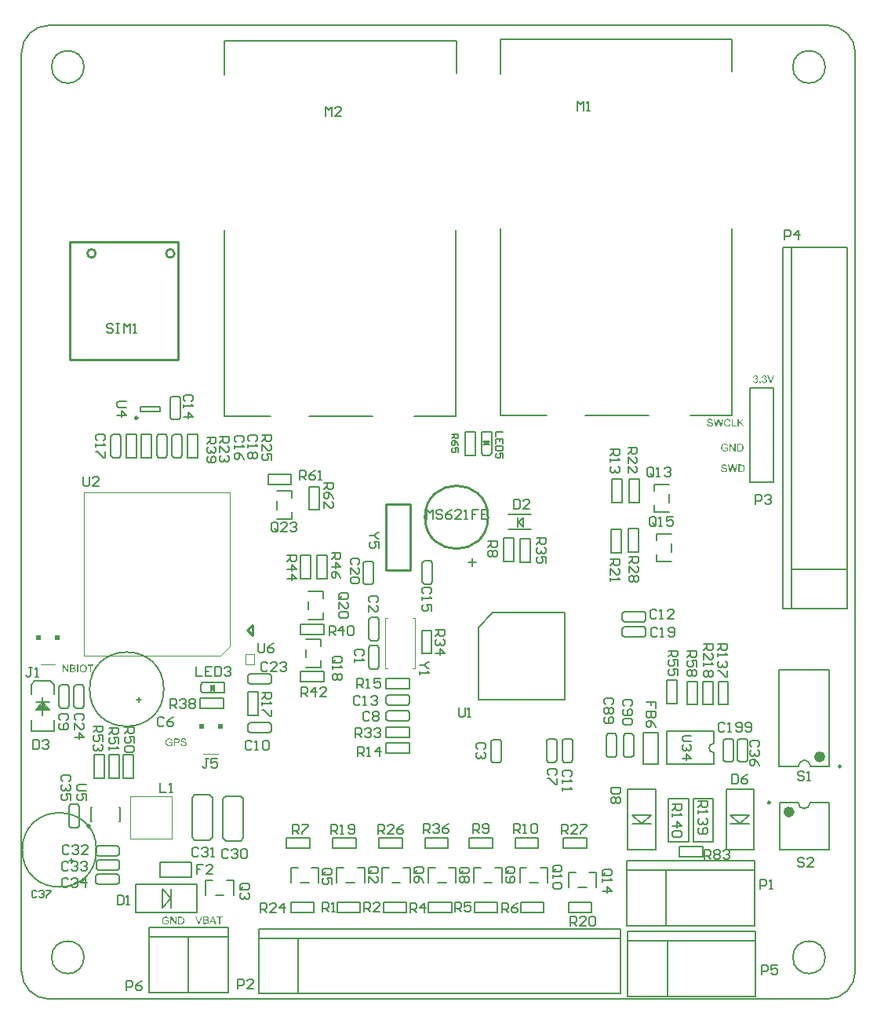
<source format=gto>
%FSLAX25Y25*%
%MOIN*%
G70*
G01*
G75*
%ADD10C,0.00800*%
%ADD11C,0.01000*%
%ADD12C,0.02000*%
%ADD13C,0.01200*%
%ADD14C,0.02000*%
%ADD15R,0.05906X0.05906*%
%ADD16R,0.02756X0.03347*%
%ADD17R,0.03347X0.02756*%
%ADD18R,0.03937X0.02362*%
G04:AMPARAMS|DCode=19|XSize=39.37mil|YSize=41.34mil|CornerRadius=5.91mil|HoleSize=0mil|Usage=FLASHONLY|Rotation=180.000|XOffset=0mil|YOffset=0mil|HoleType=Round|Shape=RoundedRectangle|*
%AMROUNDEDRECTD19*
21,1,0.03937,0.02953,0,0,180.0*
21,1,0.02756,0.04134,0,0,180.0*
1,1,0.01181,-0.01378,0.01476*
1,1,0.01181,0.01378,0.01476*
1,1,0.01181,0.01378,-0.01476*
1,1,0.01181,-0.01378,-0.01476*
%
%ADD19ROUNDEDRECTD19*%
G04:AMPARAMS|DCode=20|XSize=41.34mil|YSize=86.61mil|CornerRadius=6.2mil|HoleSize=0mil|Usage=FLASHONLY|Rotation=180.000|XOffset=0mil|YOffset=0mil|HoleType=Round|Shape=RoundedRectangle|*
%AMROUNDEDRECTD20*
21,1,0.04134,0.07421,0,0,180.0*
21,1,0.02894,0.08661,0,0,180.0*
1,1,0.01240,-0.01447,0.03711*
1,1,0.01240,0.01447,0.03711*
1,1,0.01240,0.01447,-0.03711*
1,1,0.01240,-0.01447,-0.03711*
%
%ADD20ROUNDEDRECTD20*%
%ADD21R,0.07874X0.07874*%
%ADD22R,0.07087X0.03937*%
%ADD23R,0.02000X0.05000*%
%ADD24R,0.02362X0.03937*%
%ADD25R,0.07874X0.07874*%
%ADD26R,0.02559X0.05315*%
%ADD27R,0.03937X0.05118*%
%ADD28R,0.05118X0.03937*%
G04:AMPARAMS|DCode=29|XSize=157.48mil|YSize=59.06mil|CornerRadius=8.86mil|HoleSize=0mil|Usage=FLASHONLY|Rotation=180.000|XOffset=0mil|YOffset=0mil|HoleType=Round|Shape=RoundedRectangle|*
%AMROUNDEDRECTD29*
21,1,0.15748,0.04134,0,0,180.0*
21,1,0.13976,0.05906,0,0,180.0*
1,1,0.01772,-0.06988,0.02067*
1,1,0.01772,0.06988,0.02067*
1,1,0.01772,0.06988,-0.02067*
1,1,0.01772,-0.06988,-0.02067*
%
%ADD29ROUNDEDRECTD29*%
%ADD30R,0.06299X0.03543*%
%ADD31R,0.03543X0.06299*%
%ADD32R,0.01969X0.09843*%
%ADD33R,0.03937X0.03150*%
%ADD34R,0.03150X0.03937*%
%ADD35R,0.09843X0.11811*%
%ADD36O,0.07087X0.02362*%
%ADD37O,0.02362X0.07087*%
%ADD38R,0.01575X0.03347*%
%ADD39R,0.01378X0.01181*%
%ADD40R,0.01378X0.00984*%
%ADD41R,0.01181X0.01181*%
%ADD42O,0.02500X0.05500*%
%ADD43R,0.02500X0.05500*%
%ADD44R,0.05000X0.05000*%
%ADD45R,0.07874X0.05000*%
G04:AMPARAMS|DCode=46|XSize=45mil|YSize=65mil|CornerRadius=5.63mil|HoleSize=0mil|Usage=FLASHONLY|Rotation=270.000|XOffset=0mil|YOffset=0mil|HoleType=Round|Shape=RoundedRectangle|*
%AMROUNDEDRECTD46*
21,1,0.04500,0.05375,0,0,270.0*
21,1,0.03375,0.06500,0,0,270.0*
1,1,0.01125,-0.02688,-0.01688*
1,1,0.01125,-0.02688,0.01688*
1,1,0.01125,0.02688,0.01688*
1,1,0.01125,0.02688,-0.01688*
%
%ADD46ROUNDEDRECTD46*%
%ADD47R,0.07874X0.06693*%
%ADD48O,0.06299X0.01181*%
%ADD49O,0.01181X0.06299*%
%ADD50R,0.06299X0.01181*%
%ADD51R,0.02559X0.04843*%
%ADD52R,0.02756X0.08268*%
%ADD53C,0.03000*%
%ADD54C,0.04000*%
%ADD55R,0.09200X0.08300*%
%ADD56R,0.49000X0.11200*%
%ADD57R,0.07000X0.08100*%
%ADD58R,0.06200X0.16300*%
%ADD59R,0.25800X0.06600*%
%ADD60R,0.08400X0.20000*%
%ADD61C,0.00500*%
%ADD62C,0.05906*%
%ADD63R,0.05906X0.05906*%
%ADD64R,0.07874X0.11811*%
%ADD65O,0.07874X0.11811*%
%ADD66C,0.03937*%
%ADD67O,0.11811X0.07874*%
%ADD68R,0.11811X0.07874*%
%ADD69C,0.03000*%
%ADD70C,0.04000*%
G04:AMPARAMS|DCode=71|XSize=23.62mil|YSize=25.59mil|CornerRadius=3.54mil|HoleSize=0mil|Usage=FLASHONLY|Rotation=90.000|XOffset=0mil|YOffset=0mil|HoleType=Round|Shape=RoundedRectangle|*
%AMROUNDEDRECTD71*
21,1,0.02362,0.01850,0,0,90.0*
21,1,0.01654,0.02559,0,0,90.0*
1,1,0.00709,0.00925,0.00827*
1,1,0.00709,0.00925,-0.00827*
1,1,0.00709,-0.00925,-0.00827*
1,1,0.00709,-0.00925,0.00827*
%
%ADD71ROUNDEDRECTD71*%
G04:AMPARAMS|DCode=72|XSize=23.62mil|YSize=25.59mil|CornerRadius=3.54mil|HoleSize=0mil|Usage=FLASHONLY|Rotation=180.000|XOffset=0mil|YOffset=0mil|HoleType=Round|Shape=RoundedRectangle|*
%AMROUNDEDRECTD72*
21,1,0.02362,0.01850,0,0,180.0*
21,1,0.01654,0.02559,0,0,180.0*
1,1,0.00709,-0.00827,0.00925*
1,1,0.00709,0.00827,0.00925*
1,1,0.00709,0.00827,-0.00925*
1,1,0.00709,-0.00827,-0.00925*
%
%ADD72ROUNDEDRECTD72*%
%ADD73R,0.05000X0.02000*%
%ADD74R,0.03937X0.07087*%
%ADD75C,0.05000*%
%ADD76R,0.27900X0.11200*%
%ADD77R,0.07100X0.27500*%
%ADD78C,0.02362*%
%ADD79C,0.00984*%
%ADD80C,0.00787*%
%ADD81C,0.00300*%
%ADD82C,0.01969*%
%ADD83C,0.00394*%
%ADD84C,0.00400*%
%ADD85C,0.00493*%
%ADD86C,0.00700*%
%ADD87R,0.02228X0.02472*%
%ADD88R,0.04800X0.00800*%
%ADD89R,0.03600X0.00700*%
%ADD90R,0.02400X0.00600*%
%ADD91R,0.01500X0.00500*%
G36*
X290482Y243378D02*
X292061D01*
Y243000D01*
X290059D01*
Y246203D01*
X290482D01*
Y243378D01*
D02*
G37*
G36*
X285576Y243000D02*
X285163D01*
X284493Y245439D01*
Y245443D01*
X284490Y245453D01*
X284486Y245467D01*
X284479Y245488D01*
X284472Y245512D01*
X284466Y245540D01*
X284448Y245602D01*
X284431Y245665D01*
X284414Y245727D01*
X284407Y245755D01*
X284400Y245779D01*
X284393Y245800D01*
X284389Y245814D01*
Y245811D01*
X284386Y245804D01*
Y245793D01*
X284379Y245776D01*
X284375Y245759D01*
X284372Y245734D01*
X284358Y245686D01*
X284344Y245627D01*
X284327Y245561D01*
X284309Y245498D01*
X284292Y245439D01*
X283619Y243000D01*
X283178D01*
X282335Y246203D01*
X282772D01*
X283255Y244100D01*
Y244096D01*
X283258Y244086D01*
X283261Y244069D01*
X283268Y244044D01*
X283275Y244013D01*
X283282Y243979D01*
X283293Y243940D01*
X283303Y243895D01*
X283313Y243847D01*
X283324Y243795D01*
X283345Y243687D01*
X283369Y243569D01*
X283390Y243448D01*
Y243455D01*
X283397Y243468D01*
X283400Y243496D01*
X283411Y243527D01*
X283418Y243569D01*
X283428Y243614D01*
X283442Y243663D01*
X283452Y243711D01*
X283480Y243815D01*
X283490Y243864D01*
X283504Y243913D01*
X283515Y243954D01*
X283522Y243989D01*
X283529Y244017D01*
X283536Y244038D01*
X284146Y246203D01*
X284656D01*
X285111Y244579D01*
X285115Y244572D01*
X285118Y244551D01*
X285128Y244520D01*
X285139Y244475D01*
X285153Y244423D01*
X285170Y244360D01*
X285187Y244291D01*
X285208Y244211D01*
X285229Y244128D01*
X285250Y244038D01*
X285271Y243944D01*
X285291Y243847D01*
X285330Y243649D01*
X285364Y243448D01*
Y243451D01*
X285368Y243461D01*
X285371Y243479D01*
X285375Y243500D01*
X285382Y243531D01*
X285389Y243566D01*
X285399Y243604D01*
X285409Y243649D01*
X285420Y243698D01*
X285430Y243749D01*
X285444Y243809D01*
X285458Y243867D01*
X285489Y243999D01*
X285524Y244142D01*
X286027Y246203D01*
X286454D01*
X285576Y243000D01*
D02*
G37*
G36*
X300169Y264710D02*
X300193Y264706D01*
X300259Y264699D01*
X300332Y264686D01*
X300415Y264665D01*
X300498Y264637D01*
X300582Y264599D01*
X300585D01*
X300592Y264595D01*
X300603Y264588D01*
X300620Y264578D01*
X300658Y264554D01*
X300707Y264519D01*
X300762Y264474D01*
X300818Y264422D01*
X300873Y264363D01*
X300922Y264293D01*
Y264290D01*
X300925Y264286D01*
X300932Y264272D01*
X300939Y264259D01*
X300950Y264241D01*
X300960Y264220D01*
X300981Y264168D01*
X301002Y264106D01*
X301022Y264037D01*
X301036Y263960D01*
X301040Y263880D01*
Y263877D01*
Y263870D01*
Y263860D01*
Y263846D01*
X301033Y263804D01*
X301026Y263755D01*
X301012Y263697D01*
X300991Y263634D01*
X300963Y263568D01*
X300925Y263502D01*
Y263499D01*
X300922Y263495D01*
X300904Y263474D01*
X300880Y263443D01*
X300842Y263405D01*
X300797Y263360D01*
X300738Y263315D01*
X300672Y263273D01*
X300596Y263231D01*
X300599D01*
X300609Y263228D01*
X300623Y263225D01*
X300644Y263218D01*
X300665Y263211D01*
X300693Y263200D01*
X300759Y263173D01*
X300828Y263134D01*
X300901Y263089D01*
X300974Y263030D01*
X301036Y262957D01*
X301040Y262954D01*
X301043Y262947D01*
X301050Y262937D01*
X301061Y262919D01*
X301074Y262902D01*
X301088Y262878D01*
X301102Y262850D01*
X301116Y262815D01*
X301130Y262780D01*
X301144Y262742D01*
X301172Y262655D01*
X301189Y262555D01*
X301196Y262499D01*
Y262444D01*
Y262440D01*
Y262426D01*
X301192Y262402D01*
Y262374D01*
X301185Y262336D01*
X301179Y262295D01*
X301172Y262249D01*
X301158Y262197D01*
X301140Y262142D01*
X301119Y262086D01*
X301095Y262027D01*
X301064Y261968D01*
X301029Y261906D01*
X300988Y261847D01*
X300943Y261788D01*
X300887Y261733D01*
X300884Y261729D01*
X300873Y261719D01*
X300856Y261705D01*
X300832Y261687D01*
X300804Y261667D01*
X300766Y261642D01*
X300724Y261614D01*
X300675Y261590D01*
X300623Y261562D01*
X300564Y261535D01*
X300502Y261510D01*
X300432Y261490D01*
X300360Y261472D01*
X300283Y261458D01*
X300203Y261448D01*
X300117Y261444D01*
X300099D01*
X300075Y261448D01*
X300047D01*
X300009Y261451D01*
X299968Y261458D01*
X299922Y261465D01*
X299870Y261476D01*
X299815Y261490D01*
X299759Y261507D01*
X299700Y261524D01*
X299641Y261549D01*
X299582Y261580D01*
X299527Y261611D01*
X299468Y261649D01*
X299416Y261694D01*
X299412Y261698D01*
X299405Y261705D01*
X299392Y261719D01*
X299371Y261739D01*
X299350Y261764D01*
X299326Y261795D01*
X299301Y261830D01*
X299273Y261871D01*
X299246Y261913D01*
X299218Y261965D01*
X299190Y262017D01*
X299166Y262076D01*
X299145Y262139D01*
X299124Y262204D01*
X299110Y262274D01*
X299100Y262347D01*
X299492Y262399D01*
Y262395D01*
X299496Y262385D01*
X299499Y262368D01*
X299506Y262343D01*
X299513Y262316D01*
X299520Y262284D01*
X299544Y262211D01*
X299575Y262132D01*
X299614Y262052D01*
X299662Y261979D01*
X299690Y261948D01*
X299718Y261916D01*
X299721D01*
X299725Y261910D01*
X299735Y261902D01*
X299745Y261892D01*
X299780Y261871D01*
X299829Y261843D01*
X299888Y261816D01*
X299954Y261795D01*
X300033Y261778D01*
X300117Y261771D01*
X300145D01*
X300165Y261774D01*
X300186Y261778D01*
X300217Y261781D01*
X300280Y261795D01*
X300356Y261816D01*
X300436Y261851D01*
X300474Y261875D01*
X300512Y261899D01*
X300551Y261927D01*
X300589Y261962D01*
X300592Y261965D01*
X300596Y261972D01*
X300606Y261982D01*
X300620Y261996D01*
X300634Y262014D01*
X300648Y262038D01*
X300665Y262062D01*
X300686Y262093D01*
X300721Y262163D01*
X300748Y262243D01*
X300773Y262336D01*
X300776Y262385D01*
X300780Y262437D01*
Y262440D01*
Y262447D01*
Y262465D01*
X300776Y262482D01*
X300773Y262506D01*
X300769Y262531D01*
X300759Y262593D01*
X300734Y262666D01*
X300703Y262739D01*
X300682Y262777D01*
X300658Y262812D01*
X300630Y262846D01*
X300599Y262881D01*
X300596Y262884D01*
X300592Y262888D01*
X300582Y262898D01*
X300568Y262909D01*
X300551Y262923D01*
X300530Y262937D01*
X300478Y262971D01*
X300412Y263002D01*
X300335Y263030D01*
X300249Y263051D01*
X300200Y263055D01*
X300151Y263058D01*
X300131D01*
X300106Y263055D01*
X300075D01*
X300033Y263048D01*
X299988Y263041D01*
X299933Y263030D01*
X299874Y263016D01*
X299916Y263360D01*
X299922D01*
X299940Y263356D01*
X299961Y263353D01*
X300006D01*
X300023Y263356D01*
X300047D01*
X300072Y263360D01*
X300131Y263370D01*
X300200Y263384D01*
X300276Y263408D01*
X300356Y263440D01*
X300432Y263485D01*
X300436D01*
X300443Y263492D01*
X300450Y263499D01*
X300464Y263509D01*
X300498Y263540D01*
X300537Y263585D01*
X300571Y263641D01*
X300606Y263710D01*
X300620Y263749D01*
X300627Y263794D01*
X300634Y263839D01*
X300637Y263887D01*
Y263891D01*
Y263898D01*
Y263908D01*
X300634Y263926D01*
X300630Y263964D01*
X300620Y264016D01*
X300603Y264071D01*
X300575Y264130D01*
X300537Y264193D01*
X300516Y264220D01*
X300488Y264248D01*
X300481Y264255D01*
X300460Y264269D01*
X300429Y264293D01*
X300387Y264321D01*
X300332Y264345D01*
X300266Y264370D01*
X300193Y264384D01*
X300110Y264390D01*
X300089D01*
X300072Y264387D01*
X300051D01*
X300030Y264384D01*
X299974Y264373D01*
X299916Y264356D01*
X299850Y264328D01*
X299787Y264293D01*
X299725Y264245D01*
X299718Y264238D01*
X299700Y264217D01*
X299673Y264186D01*
X299645Y264137D01*
X299610Y264078D01*
X299579Y264002D01*
X299551Y263915D01*
X299530Y263814D01*
X299138Y263884D01*
Y263887D01*
X299142Y263901D01*
X299145Y263922D01*
X299152Y263950D01*
X299163Y263981D01*
X299173Y264019D01*
X299187Y264061D01*
X299204Y264106D01*
X299249Y264207D01*
X299273Y264255D01*
X299305Y264307D01*
X299339Y264356D01*
X299378Y264404D01*
X299419Y264453D01*
X299464Y264495D01*
X299468Y264498D01*
X299475Y264505D01*
X299492Y264515D01*
X299510Y264529D01*
X299537Y264547D01*
X299565Y264564D01*
X299600Y264585D01*
X299641Y264606D01*
X299683Y264623D01*
X299731Y264644D01*
X299784Y264661D01*
X299839Y264679D01*
X299902Y264692D01*
X299964Y264703D01*
X300030Y264710D01*
X300099Y264713D01*
X300145D01*
X300169Y264710D01*
D02*
G37*
G36*
X303899D02*
X303923Y264706D01*
X303989Y264699D01*
X304062Y264686D01*
X304145Y264665D01*
X304229Y264637D01*
X304312Y264599D01*
X304315D01*
X304322Y264595D01*
X304333Y264588D01*
X304350Y264578D01*
X304388Y264554D01*
X304437Y264519D01*
X304492Y264474D01*
X304548Y264422D01*
X304603Y264363D01*
X304652Y264293D01*
Y264290D01*
X304656Y264286D01*
X304662Y264272D01*
X304669Y264259D01*
X304680Y264241D01*
X304690Y264220D01*
X304711Y264168D01*
X304732Y264106D01*
X304753Y264037D01*
X304767Y263960D01*
X304770Y263880D01*
Y263877D01*
Y263870D01*
Y263860D01*
Y263846D01*
X304763Y263804D01*
X304756Y263755D01*
X304742Y263697D01*
X304721Y263634D01*
X304694Y263568D01*
X304656Y263502D01*
Y263499D01*
X304652Y263495D01*
X304635Y263474D01*
X304610Y263443D01*
X304572Y263405D01*
X304527Y263360D01*
X304468Y263315D01*
X304402Y263273D01*
X304326Y263231D01*
X304329D01*
X304340Y263228D01*
X304354Y263225D01*
X304374Y263218D01*
X304395Y263211D01*
X304423Y263200D01*
X304489Y263173D01*
X304558Y263134D01*
X304631Y263089D01*
X304704Y263030D01*
X304767Y262957D01*
X304770Y262954D01*
X304773Y262947D01*
X304780Y262937D01*
X304791Y262919D01*
X304805Y262902D01*
X304819Y262878D01*
X304832Y262850D01*
X304846Y262815D01*
X304860Y262780D01*
X304874Y262742D01*
X304902Y262655D01*
X304919Y262555D01*
X304926Y262499D01*
Y262444D01*
Y262440D01*
Y262426D01*
X304923Y262402D01*
Y262374D01*
X304916Y262336D01*
X304909Y262295D01*
X304902Y262249D01*
X304888Y262197D01*
X304871Y262142D01*
X304850Y262086D01*
X304825Y262027D01*
X304794Y261968D01*
X304760Y261906D01*
X304718Y261847D01*
X304673Y261788D01*
X304617Y261733D01*
X304614Y261729D01*
X304603Y261719D01*
X304586Y261705D01*
X304562Y261687D01*
X304534Y261667D01*
X304496Y261642D01*
X304454Y261614D01*
X304406Y261590D01*
X304354Y261562D01*
X304295Y261535D01*
X304232Y261510D01*
X304163Y261490D01*
X304090Y261472D01*
X304013Y261458D01*
X303934Y261448D01*
X303847Y261444D01*
X303830D01*
X303805Y261448D01*
X303778D01*
X303739Y261451D01*
X303698Y261458D01*
X303653Y261465D01*
X303601Y261476D01*
X303545Y261490D01*
X303490Y261507D01*
X303431Y261524D01*
X303372Y261549D01*
X303313Y261580D01*
X303257Y261611D01*
X303198Y261649D01*
X303146Y261694D01*
X303142Y261698D01*
X303136Y261705D01*
X303122Y261719D01*
X303101Y261739D01*
X303080Y261764D01*
X303056Y261795D01*
X303031Y261830D01*
X303004Y261871D01*
X302976Y261913D01*
X302948Y261965D01*
X302921Y262017D01*
X302896Y262076D01*
X302875Y262139D01*
X302854Y262204D01*
X302841Y262274D01*
X302830Y262347D01*
X303222Y262399D01*
Y262395D01*
X303226Y262385D01*
X303229Y262368D01*
X303236Y262343D01*
X303243Y262316D01*
X303250Y262284D01*
X303274Y262211D01*
X303306Y262132D01*
X303344Y262052D01*
X303392Y261979D01*
X303420Y261948D01*
X303448Y261916D01*
X303451D01*
X303455Y261910D01*
X303465Y261902D01*
X303476Y261892D01*
X303510Y261871D01*
X303559Y261843D01*
X303618Y261816D01*
X303684Y261795D01*
X303764Y261778D01*
X303847Y261771D01*
X303875D01*
X303895Y261774D01*
X303916Y261778D01*
X303948Y261781D01*
X304010Y261795D01*
X304086Y261816D01*
X304166Y261851D01*
X304204Y261875D01*
X304242Y261899D01*
X304281Y261927D01*
X304319Y261962D01*
X304322Y261965D01*
X304326Y261972D01*
X304336Y261982D01*
X304350Y261996D01*
X304364Y262014D01*
X304378Y262038D01*
X304395Y262062D01*
X304416Y262093D01*
X304451Y262163D01*
X304479Y262243D01*
X304503Y262336D01*
X304506Y262385D01*
X304510Y262437D01*
Y262440D01*
Y262447D01*
Y262465D01*
X304506Y262482D01*
X304503Y262506D01*
X304499Y262531D01*
X304489Y262593D01*
X304465Y262666D01*
X304433Y262739D01*
X304413Y262777D01*
X304388Y262812D01*
X304361Y262846D01*
X304329Y262881D01*
X304326Y262884D01*
X304322Y262888D01*
X304312Y262898D01*
X304298Y262909D01*
X304281Y262923D01*
X304260Y262937D01*
X304208Y262971D01*
X304142Y263002D01*
X304066Y263030D01*
X303979Y263051D01*
X303930Y263055D01*
X303882Y263058D01*
X303861D01*
X303836Y263055D01*
X303805D01*
X303764Y263048D01*
X303719Y263041D01*
X303663Y263030D01*
X303604Y263016D01*
X303646Y263360D01*
X303653D01*
X303670Y263356D01*
X303691Y263353D01*
X303736D01*
X303753Y263356D01*
X303778D01*
X303802Y263360D01*
X303861Y263370D01*
X303930Y263384D01*
X304007Y263408D01*
X304086Y263440D01*
X304163Y263485D01*
X304166D01*
X304173Y263492D01*
X304180Y263499D01*
X304194Y263509D01*
X304229Y263540D01*
X304267Y263585D01*
X304302Y263641D01*
X304336Y263710D01*
X304350Y263749D01*
X304357Y263794D01*
X304364Y263839D01*
X304367Y263887D01*
Y263891D01*
Y263898D01*
Y263908D01*
X304364Y263926D01*
X304361Y263964D01*
X304350Y264016D01*
X304333Y264071D01*
X304305Y264130D01*
X304267Y264193D01*
X304246Y264220D01*
X304218Y264248D01*
X304211Y264255D01*
X304190Y264269D01*
X304159Y264293D01*
X304118Y264321D01*
X304062Y264345D01*
X303996Y264370D01*
X303923Y264384D01*
X303840Y264390D01*
X303819D01*
X303802Y264387D01*
X303781D01*
X303760Y264384D01*
X303705Y264373D01*
X303646Y264356D01*
X303580Y264328D01*
X303517Y264293D01*
X303455Y264245D01*
X303448Y264238D01*
X303431Y264217D01*
X303403Y264186D01*
X303375Y264137D01*
X303340Y264078D01*
X303309Y264002D01*
X303281Y263915D01*
X303260Y263814D01*
X302868Y263884D01*
Y263887D01*
X302872Y263901D01*
X302875Y263922D01*
X302882Y263950D01*
X302893Y263981D01*
X302903Y264019D01*
X302917Y264061D01*
X302934Y264106D01*
X302979Y264207D01*
X303004Y264255D01*
X303035Y264307D01*
X303070Y264356D01*
X303108Y264404D01*
X303150Y264453D01*
X303195Y264495D01*
X303198Y264498D01*
X303205Y264505D01*
X303222Y264515D01*
X303240Y264529D01*
X303268Y264547D01*
X303295Y264564D01*
X303330Y264585D01*
X303372Y264606D01*
X303413Y264623D01*
X303462Y264644D01*
X303514Y264661D01*
X303569Y264679D01*
X303632Y264692D01*
X303694Y264703D01*
X303760Y264710D01*
X303830Y264713D01*
X303875D01*
X303899Y264710D01*
D02*
G37*
G36*
X280836Y246255D02*
X280874Y246251D01*
X280912Y246248D01*
X280957Y246245D01*
X281055Y246231D01*
X281162Y246210D01*
X281270Y246179D01*
X281374Y246140D01*
X281377D01*
X281384Y246133D01*
X281402Y246130D01*
X281419Y246119D01*
X281440Y246106D01*
X281468Y246092D01*
X281526Y246057D01*
X281596Y246008D01*
X281665Y245950D01*
X281731Y245884D01*
X281790Y245804D01*
X281794Y245800D01*
X281797Y245793D01*
X281804Y245783D01*
X281815Y245766D01*
X281825Y245745D01*
X281839Y245721D01*
X281849Y245689D01*
X281867Y245658D01*
X281894Y245585D01*
X281919Y245498D01*
X281939Y245405D01*
X281950Y245301D01*
X281544Y245269D01*
Y245273D01*
X281540Y245283D01*
Y245297D01*
X281537Y245318D01*
X281530Y245346D01*
X281523Y245374D01*
X281502Y245439D01*
X281474Y245512D01*
X281433Y245589D01*
X281384Y245661D01*
X281353Y245693D01*
X281318Y245724D01*
X281315Y245727D01*
X281311Y245731D01*
X281297Y245738D01*
X281284Y245748D01*
X281263Y245759D01*
X281239Y245773D01*
X281211Y245786D01*
X281179Y245804D01*
X281141Y245818D01*
X281100Y245831D01*
X281055Y245845D01*
X281006Y245856D01*
X280950Y245866D01*
X280891Y245873D01*
X280829Y245880D01*
X280728D01*
X280701Y245877D01*
X280669D01*
X280635Y245873D01*
X280593Y245870D01*
X280551Y245863D01*
X280458Y245845D01*
X280367Y245821D01*
X280281Y245786D01*
X280239Y245762D01*
X280204Y245738D01*
X280201D01*
X280198Y245731D01*
X280177Y245713D01*
X280149Y245682D01*
X280118Y245641D01*
X280086Y245592D01*
X280059Y245533D01*
X280038Y245471D01*
X280034Y245436D01*
X280031Y245398D01*
Y245394D01*
Y245391D01*
X280034Y245370D01*
X280038Y245339D01*
X280045Y245301D01*
X280062Y245255D01*
X280083Y245207D01*
X280111Y245162D01*
X280152Y245117D01*
X280159Y245113D01*
X280166Y245106D01*
X280180Y245096D01*
X280198Y245086D01*
X280218Y245075D01*
X280246Y245061D01*
X280277Y245044D01*
X280315Y245026D01*
X280361Y245009D01*
X280413Y244992D01*
X280472Y244971D01*
X280541Y244950D01*
X280614Y244929D01*
X280697Y244905D01*
X280791Y244884D01*
X280798D01*
X280815Y244881D01*
X280839Y244874D01*
X280874Y244863D01*
X280916Y244856D01*
X280964Y244843D01*
X281016Y244832D01*
X281072Y244815D01*
X281190Y244784D01*
X281308Y244752D01*
X281363Y244735D01*
X281412Y244718D01*
X281461Y244700D01*
X281499Y244683D01*
X281502D01*
X281513Y244676D01*
X281526Y244669D01*
X281544Y244659D01*
X281568Y244648D01*
X281596Y244631D01*
X281655Y244593D01*
X281724Y244548D01*
X281790Y244492D01*
X281856Y244426D01*
X281884Y244391D01*
X281912Y244357D01*
Y244353D01*
X281919Y244346D01*
X281926Y244336D01*
X281932Y244322D01*
X281943Y244305D01*
X281953Y244280D01*
X281981Y244225D01*
X282005Y244159D01*
X282026Y244083D01*
X282040Y243996D01*
X282047Y243902D01*
Y243899D01*
Y243892D01*
Y243878D01*
X282044Y243861D01*
Y243836D01*
X282040Y243812D01*
X282030Y243746D01*
X282012Y243673D01*
X281984Y243593D01*
X281946Y243510D01*
X281926Y243465D01*
X281898Y243423D01*
Y243420D01*
X281891Y243413D01*
X281884Y243403D01*
X281870Y243385D01*
X281839Y243347D01*
X281790Y243295D01*
X281731Y243239D01*
X281658Y243180D01*
X281575Y243125D01*
X281478Y243073D01*
X281474D01*
X281464Y243066D01*
X281450Y243062D01*
X281429Y243052D01*
X281405Y243045D01*
X281374Y243035D01*
X281339Y243021D01*
X281297Y243010D01*
X281256Y243000D01*
X281207Y242986D01*
X281103Y242969D01*
X280989Y242955D01*
X280864Y242948D01*
X280822D01*
X280791Y242951D01*
X280753D01*
X280711Y242955D01*
X280662Y242958D01*
X280607Y242965D01*
X280492Y242979D01*
X280371Y243000D01*
X280250Y243031D01*
X280132Y243073D01*
X280128D01*
X280118Y243080D01*
X280104Y243087D01*
X280083Y243097D01*
X280059Y243111D01*
X280031Y243125D01*
X279965Y243167D01*
X279892Y243219D01*
X279816Y243285D01*
X279739Y243361D01*
X279674Y243451D01*
X279670Y243455D01*
X279667Y243461D01*
X279660Y243475D01*
X279649Y243496D01*
X279635Y243520D01*
X279622Y243548D01*
X279604Y243583D01*
X279590Y243621D01*
X279573Y243659D01*
X279559Y243704D01*
X279531Y243805D01*
X279510Y243913D01*
X279503Y243972D01*
X279500Y244031D01*
X279899Y244065D01*
Y244062D01*
Y244055D01*
X279903Y244041D01*
X279906Y244024D01*
X279909Y244003D01*
X279913Y243982D01*
X279927Y243923D01*
X279944Y243861D01*
X279965Y243795D01*
X279993Y243729D01*
X280027Y243666D01*
X280031Y243659D01*
X280048Y243642D01*
X280073Y243614D01*
X280107Y243580D01*
X280152Y243538D01*
X280208Y243500D01*
X280274Y243458D01*
X280350Y243420D01*
X280354D01*
X280361Y243416D01*
X280371Y243413D01*
X280388Y243406D01*
X280409Y243399D01*
X280433Y243389D01*
X280461Y243382D01*
X280492Y243375D01*
X280565Y243357D01*
X280652Y243340D01*
X280742Y243330D01*
X280843Y243326D01*
X280885D01*
X280905Y243330D01*
X280930D01*
X280985Y243337D01*
X281051Y243343D01*
X281124Y243354D01*
X281197Y243371D01*
X281266Y243396D01*
X281270D01*
X281273Y243399D01*
X281284Y243403D01*
X281297Y243409D01*
X281329Y243427D01*
X281370Y243448D01*
X281415Y243475D01*
X281464Y243510D01*
X281506Y243548D01*
X281544Y243593D01*
X281547Y243600D01*
X281558Y243614D01*
X281575Y243642D01*
X281592Y243677D01*
X281606Y243718D01*
X281624Y243763D01*
X281634Y243815D01*
X281638Y243867D01*
Y243871D01*
Y243874D01*
Y243892D01*
X281634Y243923D01*
X281627Y243958D01*
X281617Y243999D01*
X281599Y244044D01*
X281578Y244090D01*
X281547Y244131D01*
X281544Y244135D01*
X281530Y244149D01*
X281509Y244169D01*
X281478Y244197D01*
X281440Y244225D01*
X281388Y244256D01*
X281329Y244287D01*
X281259Y244319D01*
X281252Y244322D01*
X281245Y244325D01*
X281231Y244329D01*
X281218Y244333D01*
X281197Y244339D01*
X281169Y244350D01*
X281141Y244357D01*
X281103Y244367D01*
X281065Y244381D01*
X281016Y244391D01*
X280964Y244405D01*
X280905Y244423D01*
X280843Y244437D01*
X280770Y244457D01*
X280690Y244475D01*
X280687D01*
X280673Y244478D01*
X280649Y244485D01*
X280621Y244492D01*
X280583Y244502D01*
X280541Y244513D01*
X280499Y244527D01*
X280451Y244541D01*
X280347Y244572D01*
X280246Y244607D01*
X280198Y244624D01*
X280152Y244641D01*
X280111Y244659D01*
X280076Y244676D01*
X280073D01*
X280066Y244683D01*
X280055Y244690D01*
X280038Y244697D01*
X279996Y244721D01*
X279948Y244756D01*
X279889Y244801D01*
X279833Y244849D01*
X279778Y244908D01*
X279732Y244971D01*
Y244974D01*
X279729Y244978D01*
X279722Y244988D01*
X279715Y245002D01*
X279698Y245040D01*
X279677Y245089D01*
X279656Y245148D01*
X279639Y245217D01*
X279625Y245294D01*
X279622Y245374D01*
Y245377D01*
Y245384D01*
Y245398D01*
X279625Y245415D01*
Y245436D01*
X279628Y245460D01*
X279639Y245523D01*
X279656Y245592D01*
X279677Y245665D01*
X279712Y245745D01*
X279757Y245825D01*
Y245828D01*
X279764Y245835D01*
X279771Y245845D01*
X279781Y245859D01*
X279816Y245897D01*
X279861Y245946D01*
X279916Y245998D01*
X279986Y246050D01*
X280066Y246102D01*
X280159Y246147D01*
X280163D01*
X280170Y246151D01*
X280187Y246158D01*
X280204Y246165D01*
X280229Y246172D01*
X280260Y246182D01*
X280295Y246192D01*
X280333Y246203D01*
X280374Y246213D01*
X280419Y246224D01*
X280517Y246241D01*
X280628Y246255D01*
X280746Y246258D01*
X280805D01*
X280836Y246255D01*
D02*
G37*
G36*
X293544Y235699D02*
X293585D01*
X293627Y235696D01*
X293720Y235692D01*
X293814Y235682D01*
X293908Y235672D01*
X293949Y235661D01*
X293988Y235654D01*
X293991D01*
X294002Y235651D01*
X294015Y235647D01*
X294033Y235640D01*
X294057Y235633D01*
X294085Y235627D01*
X294151Y235602D01*
X294224Y235571D01*
X294300Y235533D01*
X294380Y235484D01*
X294456Y235425D01*
X294460Y235422D01*
X294466Y235415D01*
X294480Y235404D01*
X294498Y235387D01*
X294518Y235366D01*
X294543Y235338D01*
X294571Y235311D01*
X294598Y235276D01*
X294630Y235238D01*
X294661Y235196D01*
X294692Y235151D01*
X294723Y235103D01*
X294782Y234995D01*
X294834Y234877D01*
Y234874D01*
X294841Y234863D01*
X294845Y234842D01*
X294855Y234818D01*
X294865Y234787D01*
X294876Y234749D01*
X294886Y234707D01*
X294900Y234658D01*
X294911Y234603D01*
X294921Y234544D01*
X294932Y234481D01*
X294942Y234415D01*
X294952Y234346D01*
X294956Y234273D01*
X294963Y234117D01*
Y234114D01*
Y234100D01*
Y234082D01*
Y234055D01*
X294959Y234023D01*
Y233985D01*
X294956Y233944D01*
X294952Y233898D01*
X294942Y233798D01*
X294924Y233690D01*
X294904Y233579D01*
X294876Y233468D01*
Y233465D01*
X294872Y233454D01*
X294865Y233440D01*
X294862Y233423D01*
X294852Y233399D01*
X294841Y233371D01*
X294817Y233305D01*
X294786Y233232D01*
X294748Y233152D01*
X294706Y233076D01*
X294657Y233003D01*
Y233000D01*
X294650Y232996D01*
X294643Y232986D01*
X294633Y232972D01*
X294609Y232941D01*
X294571Y232899D01*
X294529Y232851D01*
X294480Y232802D01*
X294425Y232757D01*
X294366Y232712D01*
X294362D01*
X294359Y232708D01*
X294338Y232694D01*
X294303Y232677D01*
X294258Y232653D01*
X294203Y232628D01*
X294137Y232601D01*
X294060Y232576D01*
X293981Y232552D01*
X293977D01*
X293970Y232549D01*
X293960D01*
X293942Y232545D01*
X293922Y232542D01*
X293894Y232535D01*
X293866Y232531D01*
X293835Y232528D01*
X293759Y232517D01*
X293672Y232507D01*
X293575Y232504D01*
X293471Y232500D01*
X292315D01*
Y235703D01*
X293509D01*
X293544Y235699D01*
D02*
G37*
G36*
X293793Y244905D02*
X295195Y243000D01*
X294633D01*
X293495Y244617D01*
X292970Y244110D01*
Y243000D01*
X292547D01*
Y246203D01*
X292970D01*
Y244617D01*
X294560Y246203D01*
X295136D01*
X293793Y244905D01*
D02*
G37*
G36*
X288314Y246255D02*
X288355Y246251D01*
X288404Y246245D01*
X288456Y246237D01*
X288515Y246227D01*
X288578Y246213D01*
X288643Y246199D01*
X288709Y246179D01*
X288779Y246154D01*
X288848Y246127D01*
X288914Y246092D01*
X288980Y246057D01*
X289042Y246012D01*
X289046Y246008D01*
X289056Y246002D01*
X289074Y245988D01*
X289094Y245967D01*
X289122Y245943D01*
X289154Y245911D01*
X289185Y245877D01*
X289223Y245835D01*
X289261Y245790D01*
X289299Y245738D01*
X289337Y245682D01*
X289372Y245620D01*
X289410Y245554D01*
X289442Y245481D01*
X289473Y245405D01*
X289500Y245325D01*
X289084Y245228D01*
Y245231D01*
X289077Y245242D01*
X289074Y245262D01*
X289063Y245287D01*
X289053Y245315D01*
X289036Y245346D01*
X289001Y245422D01*
X288956Y245505D01*
X288897Y245592D01*
X288834Y245672D01*
X288796Y245707D01*
X288758Y245738D01*
X288755Y245741D01*
X288748Y245745D01*
X288737Y245752D01*
X288720Y245762D01*
X288699Y245776D01*
X288675Y245790D01*
X288647Y245804D01*
X288612Y245818D01*
X288574Y245831D01*
X288536Y245845D01*
X288446Y245873D01*
X288342Y245890D01*
X288286Y245897D01*
X288192D01*
X288165Y245894D01*
X288133Y245890D01*
X288095Y245887D01*
X288053Y245884D01*
X288012Y245877D01*
X287911Y245852D01*
X287807Y245821D01*
X287755Y245800D01*
X287703Y245776D01*
X287654Y245748D01*
X287606Y245717D01*
X287602Y245713D01*
X287596Y245710D01*
X287582Y245700D01*
X287564Y245686D01*
X287547Y245668D01*
X287523Y245644D01*
X287498Y245620D01*
X287471Y245592D01*
X287443Y245557D01*
X287412Y245523D01*
X287356Y245443D01*
X287304Y245349D01*
X287259Y245242D01*
Y245238D01*
X287256Y245228D01*
X287248Y245210D01*
X287245Y245190D01*
X287238Y245162D01*
X287228Y245131D01*
X287221Y245092D01*
X287210Y245054D01*
X287200Y245009D01*
X287193Y244961D01*
X287176Y244856D01*
X287165Y244745D01*
X287162Y244627D01*
Y244624D01*
Y244610D01*
Y244589D01*
X287165Y244558D01*
Y244523D01*
X287169Y244482D01*
X287172Y244437D01*
X287176Y244385D01*
X287183Y244329D01*
X287190Y244273D01*
X287210Y244152D01*
X287242Y244031D01*
X287280Y243913D01*
Y243909D01*
X287287Y243899D01*
X287294Y243885D01*
X287301Y243864D01*
X287314Y243836D01*
X287332Y243809D01*
X287370Y243743D01*
X287422Y243666D01*
X287485Y243593D01*
X287561Y243520D01*
X287602Y243489D01*
X287648Y243458D01*
X287651D01*
X287658Y243451D01*
X287672Y243444D01*
X287693Y243434D01*
X287717Y243423D01*
X287745Y243409D01*
X287776Y243399D01*
X287811Y243385D01*
X287891Y243357D01*
X287984Y243333D01*
X288085Y243316D01*
X288137Y243312D01*
X288192Y243309D01*
X288227D01*
X288251Y243312D01*
X288283Y243316D01*
X288317Y243319D01*
X288359Y243326D01*
X288401Y243333D01*
X288498Y243357D01*
X288546Y243375D01*
X288598Y243396D01*
X288650Y243420D01*
X288699Y243448D01*
X288748Y243479D01*
X288796Y243514D01*
X288800Y243517D01*
X288807Y243524D01*
X288820Y243534D01*
X288838Y243552D01*
X288855Y243573D01*
X288879Y243600D01*
X288904Y243632D01*
X288931Y243666D01*
X288959Y243708D01*
X288987Y243753D01*
X289015Y243802D01*
X289042Y243857D01*
X289067Y243916D01*
X289091Y243982D01*
X289115Y244051D01*
X289133Y244124D01*
X289556Y244017D01*
Y244010D01*
X289549Y243992D01*
X289542Y243968D01*
X289528Y243930D01*
X289514Y243888D01*
X289494Y243836D01*
X289473Y243781D01*
X289445Y243722D01*
X289414Y243656D01*
X289379Y243593D01*
X289341Y243524D01*
X289296Y243458D01*
X289247Y243396D01*
X289195Y243333D01*
X289136Y243274D01*
X289074Y243219D01*
X289070Y243215D01*
X289056Y243208D01*
X289039Y243194D01*
X289011Y243177D01*
X288980Y243156D01*
X288938Y243132D01*
X288893Y243108D01*
X288838Y243083D01*
X288779Y243059D01*
X288716Y243035D01*
X288647Y243010D01*
X288571Y242990D01*
X288491Y242972D01*
X288407Y242958D01*
X288321Y242951D01*
X288227Y242948D01*
X288178D01*
X288140Y242951D01*
X288099Y242955D01*
X288047Y242958D01*
X287991Y242965D01*
X287929Y242976D01*
X287863Y242986D01*
X287793Y243000D01*
X287724Y243017D01*
X287654Y243035D01*
X287582Y243059D01*
X287512Y243087D01*
X287446Y243118D01*
X287384Y243156D01*
X287380Y243160D01*
X287370Y243167D01*
X287353Y243177D01*
X287332Y243194D01*
X287304Y243219D01*
X287273Y243243D01*
X287238Y243274D01*
X287200Y243312D01*
X287162Y243354D01*
X287120Y243399D01*
X287082Y243448D01*
X287040Y243503D01*
X286999Y243562D01*
X286961Y243625D01*
X286926Y243694D01*
X286891Y243767D01*
X286888Y243770D01*
X286884Y243784D01*
X286877Y243809D01*
X286867Y243836D01*
X286853Y243874D01*
X286839Y243916D01*
X286825Y243968D01*
X286808Y244024D01*
X286794Y244086D01*
X286777Y244152D01*
X286763Y244221D01*
X286752Y244298D01*
X286732Y244457D01*
X286728Y244541D01*
X286724Y244624D01*
Y244631D01*
Y244645D01*
Y244672D01*
X286728Y244707D01*
X286732Y244752D01*
X286735Y244804D01*
X286742Y244860D01*
X286749Y244922D01*
X286759Y244988D01*
X286770Y245058D01*
X286804Y245207D01*
X286829Y245280D01*
X286853Y245353D01*
X286881Y245429D01*
X286915Y245498D01*
X286919Y245502D01*
X286926Y245516D01*
X286936Y245533D01*
X286950Y245561D01*
X286971Y245592D01*
X286995Y245627D01*
X287023Y245665D01*
X287054Y245710D01*
X287092Y245752D01*
X287130Y245800D01*
X287176Y245845D01*
X287224Y245894D01*
X287276Y245939D01*
X287332Y245984D01*
X287394Y246026D01*
X287457Y246064D01*
X287460Y246068D01*
X287474Y246071D01*
X287491Y246081D01*
X287519Y246095D01*
X287550Y246109D01*
X287592Y246127D01*
X287637Y246144D01*
X287686Y246161D01*
X287741Y246179D01*
X287804Y246196D01*
X287866Y246213D01*
X287936Y246227D01*
X288078Y246251D01*
X288154Y246255D01*
X288234Y246258D01*
X288279D01*
X288314Y246255D01*
D02*
G37*
G36*
X306828Y261500D02*
X306391D01*
X305148Y264703D01*
X305610D01*
X306442Y262374D01*
Y262371D01*
X306446Y262361D01*
X306453Y262347D01*
X306460Y262326D01*
X306467Y262302D01*
X306477Y262274D01*
X306488Y262243D01*
X306502Y262204D01*
X306526Y262125D01*
X306554Y262038D01*
X306581Y261944D01*
X306609Y261851D01*
Y261854D01*
X306613Y261861D01*
X306616Y261878D01*
X306623Y261896D01*
X306630Y261920D01*
X306637Y261948D01*
X306647Y261979D01*
X306658Y262014D01*
X306682Y262093D01*
X306713Y262184D01*
X306748Y262277D01*
X306783Y262374D01*
X307647Y264703D01*
X308077D01*
X306828Y261500D01*
D02*
G37*
G36*
X73669Y34725D02*
X72614D01*
Y31900D01*
X72191D01*
Y34725D01*
X71136D01*
Y35103D01*
X73669D01*
Y34725D01*
D02*
G37*
G36*
X63776Y31900D02*
X63339D01*
X62097Y35103D01*
X62558D01*
X63391Y32774D01*
Y32771D01*
X63394Y32761D01*
X63401Y32747D01*
X63408Y32726D01*
X63415Y32702D01*
X63425Y32674D01*
X63436Y32643D01*
X63450Y32604D01*
X63474Y32525D01*
X63502Y32438D01*
X63530Y32344D01*
X63557Y32250D01*
Y32254D01*
X63561Y32261D01*
X63564Y32278D01*
X63571Y32296D01*
X63578Y32320D01*
X63585Y32348D01*
X63596Y32379D01*
X63606Y32414D01*
X63630Y32493D01*
X63661Y32584D01*
X63696Y32677D01*
X63731Y32774D01*
X64595Y35103D01*
X65025D01*
X63776Y31900D01*
D02*
G37*
G36*
X66680Y35099D02*
X66719D01*
X66757Y35096D01*
X66802Y35089D01*
X66892Y35078D01*
X66993Y35061D01*
X67086Y35037D01*
X67177Y35002D01*
X67180D01*
X67187Y34999D01*
X67197Y34992D01*
X67215Y34985D01*
X67253Y34960D01*
X67305Y34929D01*
X67361Y34888D01*
X67416Y34836D01*
X67472Y34773D01*
X67524Y34704D01*
Y34700D01*
X67531Y34693D01*
X67534Y34683D01*
X67544Y34669D01*
X67555Y34652D01*
X67565Y34627D01*
X67589Y34575D01*
X67610Y34513D01*
X67631Y34440D01*
X67645Y34364D01*
X67652Y34280D01*
Y34277D01*
Y34270D01*
Y34260D01*
Y34246D01*
X67645Y34207D01*
X67638Y34155D01*
X67624Y34097D01*
X67603Y34031D01*
X67576Y33965D01*
X67537Y33895D01*
Y33892D01*
X67534Y33888D01*
X67527Y33878D01*
X67517Y33864D01*
X67492Y33833D01*
X67454Y33791D01*
X67409Y33746D01*
X67350Y33698D01*
X67284Y33649D01*
X67204Y33604D01*
X67208D01*
X67218Y33600D01*
X67232Y33593D01*
X67253Y33586D01*
X67277Y33576D01*
X67305Y33566D01*
X67368Y33534D01*
X67440Y33496D01*
X67513Y33444D01*
X67586Y33385D01*
X67649Y33312D01*
X67652Y33309D01*
X67655Y33302D01*
X67662Y33292D01*
X67673Y33278D01*
X67687Y33257D01*
X67701Y33233D01*
X67715Y33205D01*
X67728Y33173D01*
X67756Y33104D01*
X67784Y33021D01*
X67801Y32927D01*
X67808Y32879D01*
Y32827D01*
Y32823D01*
Y32816D01*
Y32806D01*
Y32788D01*
X67805Y32768D01*
Y32747D01*
X67798Y32691D01*
X67784Y32625D01*
X67766Y32556D01*
X67742Y32480D01*
X67711Y32407D01*
Y32403D01*
X67708Y32400D01*
X67701Y32389D01*
X67694Y32375D01*
X67673Y32341D01*
X67645Y32299D01*
X67614Y32250D01*
X67572Y32202D01*
X67527Y32153D01*
X67475Y32108D01*
X67468Y32105D01*
X67451Y32091D01*
X67419Y32074D01*
X67378Y32049D01*
X67329Y32025D01*
X67270Y31997D01*
X67201Y31973D01*
X67125Y31952D01*
X67121D01*
X67114Y31949D01*
X67104D01*
X67086Y31945D01*
X67066Y31942D01*
X67041Y31935D01*
X67014Y31931D01*
X66982Y31928D01*
X66948Y31921D01*
X66906Y31917D01*
X66819Y31907D01*
X66719Y31903D01*
X66607Y31900D01*
X65390D01*
Y35103D01*
X66649D01*
X66680Y35099D01*
D02*
G37*
G36*
X71039Y31900D02*
X70556D01*
X70185Y32868D01*
X68839D01*
X68492Y31900D01*
X68044D01*
X69269Y35103D01*
X69727D01*
X71039Y31900D01*
D02*
G37*
G36*
X49590Y34955D02*
X49625Y34951D01*
X49663Y34948D01*
X49708Y34944D01*
X49805Y34931D01*
X49913Y34910D01*
X50020Y34882D01*
X50128Y34844D01*
X50131D01*
X50142Y34840D01*
X50156Y34833D01*
X50173Y34823D01*
X50197Y34813D01*
X50225Y34799D01*
X50287Y34764D01*
X50360Y34719D01*
X50433Y34667D01*
X50503Y34604D01*
X50568Y34532D01*
X50572Y34528D01*
X50575Y34521D01*
X50582Y34511D01*
X50596Y34497D01*
X50607Y34476D01*
X50624Y34452D01*
X50641Y34424D01*
X50659Y34389D01*
X50679Y34355D01*
X50697Y34316D01*
X50718Y34271D01*
X50739Y34226D01*
X50777Y34122D01*
X50811Y34007D01*
X50426Y33903D01*
Y33907D01*
X50423Y33914D01*
X50419Y33928D01*
X50412Y33945D01*
X50405Y33962D01*
X50398Y33987D01*
X50378Y34042D01*
X50350Y34105D01*
X50319Y34167D01*
X50284Y34230D01*
X50246Y34285D01*
X50242Y34292D01*
X50225Y34309D01*
X50201Y34334D01*
X50169Y34368D01*
X50124Y34403D01*
X50072Y34441D01*
X50010Y34476D01*
X49940Y34511D01*
X49937D01*
X49930Y34514D01*
X49920Y34518D01*
X49906Y34525D01*
X49888Y34532D01*
X49864Y34538D01*
X49812Y34556D01*
X49746Y34570D01*
X49673Y34584D01*
X49590Y34594D01*
X49503Y34597D01*
X49455D01*
X49430Y34594D01*
X49399D01*
X49368Y34591D01*
X49330Y34587D01*
X49253Y34577D01*
X49167Y34559D01*
X49083Y34538D01*
X49000Y34507D01*
X48996D01*
X48990Y34504D01*
X48979Y34497D01*
X48965Y34490D01*
X48927Y34473D01*
X48878Y34445D01*
X48823Y34410D01*
X48768Y34368D01*
X48709Y34323D01*
X48656Y34271D01*
X48649Y34264D01*
X48636Y34247D01*
X48611Y34216D01*
X48584Y34178D01*
X48552Y34133D01*
X48518Y34077D01*
X48486Y34018D01*
X48459Y33955D01*
Y33952D01*
X48455Y33942D01*
X48448Y33928D01*
X48441Y33903D01*
X48431Y33876D01*
X48421Y33845D01*
X48410Y33806D01*
X48400Y33765D01*
X48386Y33720D01*
X48375Y33667D01*
X48358Y33560D01*
X48344Y33439D01*
X48337Y33310D01*
Y33307D01*
Y33293D01*
Y33268D01*
X48341Y33241D01*
Y33202D01*
X48344Y33161D01*
X48351Y33112D01*
X48355Y33060D01*
X48372Y32946D01*
X48400Y32828D01*
X48434Y32706D01*
X48483Y32592D01*
X48486Y32588D01*
X48490Y32578D01*
X48497Y32564D01*
X48511Y32543D01*
X48525Y32522D01*
X48545Y32495D01*
X48590Y32432D01*
X48653Y32363D01*
X48726Y32290D01*
X48809Y32224D01*
X48858Y32193D01*
X48910Y32165D01*
X48913D01*
X48924Y32158D01*
X48937Y32151D01*
X48958Y32144D01*
X48986Y32134D01*
X49017Y32120D01*
X49052Y32109D01*
X49090Y32096D01*
X49132Y32082D01*
X49180Y32071D01*
X49281Y32047D01*
X49392Y32033D01*
X49510Y32026D01*
X49538D01*
X49559Y32030D01*
X49583D01*
X49611Y32033D01*
X49642Y32037D01*
X49680Y32040D01*
X49760Y32050D01*
X49850Y32071D01*
X49947Y32096D01*
X50045Y32130D01*
X50048D01*
X50055Y32134D01*
X50069Y32141D01*
X50090Y32148D01*
X50110Y32158D01*
X50135Y32172D01*
X50194Y32200D01*
X50260Y32234D01*
X50326Y32273D01*
X50388Y32311D01*
X50444Y32356D01*
Y32956D01*
X49503D01*
Y33334D01*
X50860D01*
Y32144D01*
X50856Y32141D01*
X50846Y32134D01*
X50829Y32120D01*
X50804Y32103D01*
X50777Y32082D01*
X50742Y32061D01*
X50704Y32033D01*
X50662Y32005D01*
X50617Y31978D01*
X50565Y31946D01*
X50457Y31884D01*
X50339Y31825D01*
X50214Y31773D01*
X50211D01*
X50201Y31766D01*
X50183Y31762D01*
X50156Y31752D01*
X50128Y31745D01*
X50090Y31735D01*
X50051Y31721D01*
X50006Y31710D01*
X49954Y31700D01*
X49902Y31686D01*
X49788Y31669D01*
X49663Y31655D01*
X49534Y31648D01*
X49489D01*
X49455Y31651D01*
X49413Y31655D01*
X49364Y31658D01*
X49309Y31665D01*
X49250Y31672D01*
X49187Y31683D01*
X49118Y31697D01*
X49049Y31714D01*
X48972Y31735D01*
X48899Y31756D01*
X48827Y31783D01*
X48750Y31815D01*
X48677Y31849D01*
X48674Y31853D01*
X48660Y31860D01*
X48639Y31870D01*
X48615Y31887D01*
X48584Y31908D01*
X48545Y31933D01*
X48504Y31964D01*
X48459Y31998D01*
X48414Y32037D01*
X48365Y32082D01*
X48316Y32127D01*
X48268Y32179D01*
X48223Y32238D01*
X48178Y32297D01*
X48133Y32363D01*
X48094Y32432D01*
X48091Y32436D01*
X48087Y32449D01*
X48077Y32470D01*
X48063Y32498D01*
X48049Y32536D01*
X48032Y32578D01*
X48015Y32627D01*
X47997Y32682D01*
X47980Y32741D01*
X47962Y32807D01*
X47945Y32880D01*
X47931Y32953D01*
X47917Y33033D01*
X47907Y33112D01*
X47903Y33199D01*
X47900Y33286D01*
Y33293D01*
Y33307D01*
Y33331D01*
X47903Y33366D01*
X47907Y33407D01*
X47910Y33456D01*
X47917Y33511D01*
X47924Y33570D01*
X47935Y33636D01*
X47949Y33706D01*
X47983Y33851D01*
X48004Y33928D01*
X48032Y34004D01*
X48060Y34080D01*
X48094Y34157D01*
X48098Y34160D01*
X48105Y34174D01*
X48115Y34195D01*
X48129Y34223D01*
X48150Y34257D01*
X48174Y34296D01*
X48205Y34337D01*
X48237Y34386D01*
X48275Y34434D01*
X48316Y34483D01*
X48362Y34532D01*
X48414Y34584D01*
X48466Y34632D01*
X48525Y34677D01*
X48587Y34722D01*
X48653Y34760D01*
X48656Y34764D01*
X48670Y34767D01*
X48691Y34778D01*
X48719Y34792D01*
X48754Y34806D01*
X48795Y34823D01*
X48844Y34840D01*
X48896Y34861D01*
X48955Y34879D01*
X49021Y34896D01*
X49090Y34913D01*
X49167Y34927D01*
X49243Y34941D01*
X49326Y34951D01*
X49413Y34955D01*
X49500Y34958D01*
X49559D01*
X49590Y34955D01*
D02*
G37*
G36*
X302254Y261500D02*
X301807D01*
Y261948D01*
X302254D01*
Y261500D01*
D02*
G37*
G36*
X55944Y34899D02*
X55985D01*
X56027Y34896D01*
X56120Y34892D01*
X56214Y34882D01*
X56308Y34872D01*
X56349Y34861D01*
X56388Y34854D01*
X56391D01*
X56401Y34851D01*
X56415Y34847D01*
X56433Y34840D01*
X56457Y34833D01*
X56485Y34826D01*
X56551Y34802D01*
X56624Y34771D01*
X56700Y34733D01*
X56780Y34684D01*
X56856Y34625D01*
X56859Y34622D01*
X56867Y34615D01*
X56880Y34604D01*
X56898Y34587D01*
X56919Y34566D01*
X56943Y34538D01*
X56971Y34511D01*
X56998Y34476D01*
X57030Y34438D01*
X57061Y34396D01*
X57092Y34351D01*
X57123Y34302D01*
X57182Y34195D01*
X57234Y34077D01*
Y34073D01*
X57241Y34063D01*
X57245Y34042D01*
X57255Y34018D01*
X57266Y33987D01*
X57276Y33949D01*
X57286Y33907D01*
X57300Y33858D01*
X57311Y33803D01*
X57321Y33744D01*
X57332Y33681D01*
X57342Y33615D01*
X57352Y33546D01*
X57356Y33473D01*
X57363Y33317D01*
Y33314D01*
Y33300D01*
Y33282D01*
Y33255D01*
X57359Y33223D01*
Y33185D01*
X57356Y33143D01*
X57352Y33098D01*
X57342Y32998D01*
X57324Y32890D01*
X57304Y32779D01*
X57276Y32668D01*
Y32665D01*
X57272Y32654D01*
X57266Y32640D01*
X57262Y32623D01*
X57252Y32599D01*
X57241Y32571D01*
X57217Y32505D01*
X57186Y32432D01*
X57148Y32352D01*
X57106Y32276D01*
X57057Y32203D01*
Y32200D01*
X57050Y32196D01*
X57043Y32186D01*
X57033Y32172D01*
X57009Y32141D01*
X56971Y32099D01*
X56929Y32050D01*
X56880Y32002D01*
X56825Y31957D01*
X56766Y31912D01*
X56762D01*
X56759Y31908D01*
X56738Y31894D01*
X56703Y31877D01*
X56658Y31853D01*
X56603Y31828D01*
X56537Y31801D01*
X56460Y31776D01*
X56381Y31752D01*
X56377D01*
X56370Y31749D01*
X56360D01*
X56343Y31745D01*
X56322Y31742D01*
X56294Y31735D01*
X56266Y31731D01*
X56235Y31728D01*
X56159Y31717D01*
X56072Y31707D01*
X55975Y31703D01*
X55871Y31700D01*
X54715D01*
Y34903D01*
X55909D01*
X55944Y34899D01*
D02*
G37*
G36*
X54004Y31700D02*
X53566D01*
X51887Y34212D01*
Y31700D01*
X51481D01*
Y34903D01*
X51915D01*
X53598Y32387D01*
Y34903D01*
X54004D01*
Y31700D01*
D02*
G37*
G36*
X291604Y232500D02*
X291166D01*
X289487Y235012D01*
Y232500D01*
X289081D01*
Y235703D01*
X289515D01*
X291198Y233187D01*
Y235703D01*
X291604D01*
Y232500D01*
D02*
G37*
G36*
X12314Y138700D02*
X11891D01*
Y141903D01*
X12314D01*
Y138700D01*
D02*
G37*
G36*
X10108Y141899D02*
X10146D01*
X10184Y141896D01*
X10229Y141889D01*
X10319Y141878D01*
X10420Y141861D01*
X10514Y141837D01*
X10604Y141802D01*
X10607D01*
X10614Y141799D01*
X10625Y141792D01*
X10642Y141785D01*
X10680Y141761D01*
X10732Y141729D01*
X10788Y141688D01*
X10843Y141636D01*
X10899Y141573D01*
X10951Y141504D01*
Y141500D01*
X10958Y141493D01*
X10961Y141483D01*
X10972Y141469D01*
X10982Y141452D01*
X10992Y141427D01*
X11017Y141375D01*
X11038Y141313D01*
X11058Y141240D01*
X11072Y141164D01*
X11079Y141080D01*
Y141077D01*
Y141070D01*
Y141060D01*
Y141046D01*
X11072Y141007D01*
X11065Y140955D01*
X11051Y140896D01*
X11030Y140831D01*
X11003Y140765D01*
X10965Y140695D01*
Y140692D01*
X10961Y140688D01*
X10954Y140678D01*
X10944Y140664D01*
X10920Y140633D01*
X10881Y140591D01*
X10836Y140546D01*
X10777Y140498D01*
X10711Y140449D01*
X10632Y140404D01*
X10635D01*
X10645Y140400D01*
X10659Y140393D01*
X10680Y140386D01*
X10704Y140376D01*
X10732Y140366D01*
X10795Y140334D01*
X10868Y140296D01*
X10940Y140244D01*
X11013Y140185D01*
X11076Y140112D01*
X11079Y140109D01*
X11083Y140102D01*
X11090Y140092D01*
X11100Y140078D01*
X11114Y140057D01*
X11128Y140032D01*
X11142Y140005D01*
X11156Y139973D01*
X11183Y139904D01*
X11211Y139821D01*
X11228Y139727D01*
X11235Y139679D01*
Y139627D01*
Y139623D01*
Y139616D01*
Y139606D01*
Y139588D01*
X11232Y139567D01*
Y139547D01*
X11225Y139491D01*
X11211Y139425D01*
X11194Y139356D01*
X11169Y139279D01*
X11138Y139207D01*
Y139203D01*
X11135Y139200D01*
X11128Y139189D01*
X11121Y139175D01*
X11100Y139141D01*
X11072Y139099D01*
X11041Y139050D01*
X10999Y139002D01*
X10954Y138953D01*
X10902Y138908D01*
X10895Y138905D01*
X10878Y138891D01*
X10847Y138874D01*
X10805Y138849D01*
X10756Y138825D01*
X10697Y138797D01*
X10628Y138773D01*
X10552Y138752D01*
X10548D01*
X10541Y138749D01*
X10531D01*
X10514Y138745D01*
X10493Y138742D01*
X10468Y138735D01*
X10441Y138731D01*
X10409Y138728D01*
X10375Y138721D01*
X10333Y138717D01*
X10246Y138707D01*
X10146Y138704D01*
X10035Y138700D01*
X8817D01*
Y141903D01*
X10076D01*
X10108Y141899D01*
D02*
G37*
G36*
X14539Y141955D02*
X14580Y141951D01*
X14626Y141948D01*
X14674Y141941D01*
X14730Y141931D01*
X14792Y141920D01*
X14854Y141906D01*
X14920Y141889D01*
X14990Y141868D01*
X15059Y141844D01*
X15129Y141816D01*
X15195Y141785D01*
X15264Y141747D01*
X15267Y141743D01*
X15281Y141736D01*
X15299Y141726D01*
X15323Y141709D01*
X15354Y141688D01*
X15385Y141660D01*
X15424Y141629D01*
X15465Y141594D01*
X15510Y141552D01*
X15555Y141507D01*
X15600Y141459D01*
X15646Y141407D01*
X15687Y141351D01*
X15732Y141289D01*
X15771Y141223D01*
X15809Y141153D01*
X15812Y141150D01*
X15816Y141136D01*
X15826Y141115D01*
X15836Y141087D01*
X15854Y141053D01*
X15868Y141007D01*
X15885Y140959D01*
X15902Y140903D01*
X15920Y140845D01*
X15937Y140779D01*
X15955Y140706D01*
X15968Y140633D01*
X15979Y140553D01*
X15989Y140470D01*
X15993Y140386D01*
X15996Y140296D01*
Y140289D01*
Y140275D01*
Y140248D01*
X15993Y140213D01*
X15989Y140171D01*
X15986Y140123D01*
X15979Y140067D01*
X15972Y140005D01*
X15961Y139939D01*
X15947Y139869D01*
X15934Y139796D01*
X15913Y139724D01*
X15889Y139647D01*
X15864Y139574D01*
X15833Y139498D01*
X15798Y139425D01*
X15795Y139422D01*
X15788Y139408D01*
X15777Y139387D01*
X15764Y139363D01*
X15743Y139331D01*
X15719Y139293D01*
X15687Y139252D01*
X15656Y139207D01*
X15618Y139162D01*
X15576Y139113D01*
X15528Y139064D01*
X15479Y139016D01*
X15427Y138971D01*
X15368Y138926D01*
X15306Y138880D01*
X15240Y138842D01*
X15236Y138839D01*
X15222Y138835D01*
X15205Y138825D01*
X15177Y138811D01*
X15143Y138797D01*
X15104Y138780D01*
X15059Y138762D01*
X15007Y138745D01*
X14952Y138728D01*
X14893Y138710D01*
X14827Y138693D01*
X14761Y138679D01*
X14615Y138655D01*
X14539Y138651D01*
X14462Y138648D01*
X14417D01*
X14386Y138651D01*
X14348Y138655D01*
X14299Y138658D01*
X14251Y138665D01*
X14192Y138676D01*
X14133Y138686D01*
X14067Y138700D01*
X14001Y138717D01*
X13931Y138738D01*
X13862Y138762D01*
X13793Y138794D01*
X13723Y138825D01*
X13654Y138863D01*
X13650Y138867D01*
X13640Y138874D01*
X13619Y138887D01*
X13595Y138905D01*
X13567Y138926D01*
X13532Y138953D01*
X13494Y138985D01*
X13453Y139019D01*
X13408Y139061D01*
X13366Y139106D01*
X13321Y139155D01*
X13276Y139207D01*
X13230Y139266D01*
X13189Y139325D01*
X13151Y139391D01*
X13113Y139460D01*
X13109Y139463D01*
X13106Y139477D01*
X13095Y139498D01*
X13085Y139526D01*
X13071Y139561D01*
X13057Y139602D01*
X13040Y139647D01*
X13022Y139703D01*
X13005Y139758D01*
X12988Y139821D01*
X12974Y139887D01*
X12960Y139956D01*
X12939Y140102D01*
X12936Y140182D01*
X12932Y140258D01*
Y140261D01*
Y140268D01*
Y140279D01*
Y140293D01*
X12936Y140314D01*
Y140334D01*
X12939Y140390D01*
X12946Y140456D01*
X12956Y140536D01*
X12967Y140619D01*
X12984Y140713D01*
X13008Y140813D01*
X13036Y140914D01*
X13071Y141018D01*
X13113Y141122D01*
X13161Y141226D01*
X13217Y141323D01*
X13283Y141420D01*
X13359Y141507D01*
X13362Y141511D01*
X13380Y141528D01*
X13404Y141549D01*
X13435Y141577D01*
X13480Y141611D01*
X13529Y141649D01*
X13588Y141691D01*
X13657Y141733D01*
X13734Y141774D01*
X13817Y141816D01*
X13907Y141854D01*
X14008Y141889D01*
X14112Y141917D01*
X14223Y141937D01*
X14341Y141955D01*
X14466Y141958D01*
X14507D01*
X14539Y141955D01*
D02*
G37*
G36*
X8123Y138700D02*
X7685D01*
X6006Y141212D01*
Y138700D01*
X5600D01*
Y141903D01*
X6034D01*
X7717Y139387D01*
Y141903D01*
X8123D01*
Y138700D01*
D02*
G37*
G36*
X54373Y110599D02*
X54452Y110596D01*
X54532Y110589D01*
X54609Y110582D01*
X54647Y110579D01*
X54678Y110572D01*
X54681D01*
X54688Y110568D01*
X54702D01*
X54716Y110565D01*
X54737Y110558D01*
X54761Y110554D01*
X54817Y110537D01*
X54879Y110516D01*
X54945Y110488D01*
X55011Y110457D01*
X55073Y110419D01*
X55077D01*
X55080Y110415D01*
X55101Y110398D01*
X55129Y110374D01*
X55167Y110339D01*
X55205Y110298D01*
X55250Y110242D01*
X55292Y110183D01*
X55330Y110110D01*
Y110107D01*
X55334Y110100D01*
X55341Y110089D01*
X55348Y110075D01*
X55354Y110058D01*
X55361Y110034D01*
X55382Y109982D01*
X55400Y109916D01*
X55417Y109843D01*
X55427Y109760D01*
X55431Y109673D01*
Y109669D01*
Y109655D01*
Y109635D01*
X55427Y109603D01*
X55424Y109569D01*
X55417Y109531D01*
X55410Y109485D01*
X55400Y109433D01*
X55386Y109381D01*
X55368Y109326D01*
X55348Y109270D01*
X55320Y109211D01*
X55292Y109152D01*
X55257Y109093D01*
X55216Y109038D01*
X55171Y108982D01*
X55167Y108979D01*
X55157Y108972D01*
X55143Y108958D01*
X55119Y108937D01*
X55091Y108916D01*
X55053Y108892D01*
X55007Y108868D01*
X54956Y108844D01*
X54893Y108816D01*
X54827Y108791D01*
X54747Y108767D01*
X54664Y108746D01*
X54567Y108729D01*
X54463Y108715D01*
X54352Y108705D01*
X54227Y108701D01*
X53408D01*
Y107400D01*
X52984D01*
Y110603D01*
X54303D01*
X54373Y110599D01*
D02*
G37*
G36*
X18835Y141525D02*
X17780D01*
Y138700D01*
X17356D01*
Y141525D01*
X16301D01*
Y141903D01*
X18835D01*
Y141525D01*
D02*
G37*
G36*
X294074Y226899D02*
X294116D01*
X294158Y226896D01*
X294251Y226892D01*
X294345Y226882D01*
X294439Y226872D01*
X294480Y226861D01*
X294518Y226854D01*
X294522D01*
X294532Y226851D01*
X294546Y226847D01*
X294564Y226840D01*
X294588Y226833D01*
X294616Y226827D01*
X294682Y226802D01*
X294755Y226771D01*
X294831Y226733D01*
X294911Y226684D01*
X294987Y226625D01*
X294990Y226622D01*
X294997Y226615D01*
X295011Y226604D01*
X295029Y226587D01*
X295049Y226566D01*
X295074Y226538D01*
X295101Y226511D01*
X295129Y226476D01*
X295161Y226438D01*
X295192Y226396D01*
X295223Y226351D01*
X295254Y226303D01*
X295313Y226195D01*
X295365Y226077D01*
Y226074D01*
X295372Y226063D01*
X295376Y226042D01*
X295386Y226018D01*
X295396Y225987D01*
X295407Y225949D01*
X295417Y225907D01*
X295431Y225858D01*
X295442Y225803D01*
X295452Y225744D01*
X295462Y225681D01*
X295473Y225615D01*
X295483Y225546D01*
X295487Y225473D01*
X295494Y225317D01*
Y225313D01*
Y225300D01*
Y225282D01*
Y225255D01*
X295490Y225223D01*
Y225185D01*
X295487Y225144D01*
X295483Y225098D01*
X295473Y224998D01*
X295455Y224890D01*
X295435Y224779D01*
X295407Y224668D01*
Y224665D01*
X295403Y224654D01*
X295396Y224640D01*
X295393Y224623D01*
X295383Y224599D01*
X295372Y224571D01*
X295348Y224505D01*
X295317Y224432D01*
X295279Y224352D01*
X295237Y224276D01*
X295188Y224203D01*
Y224200D01*
X295181Y224196D01*
X295174Y224186D01*
X295164Y224172D01*
X295140Y224141D01*
X295101Y224099D01*
X295060Y224050D01*
X295011Y224002D01*
X294956Y223957D01*
X294897Y223912D01*
X294893D01*
X294890Y223908D01*
X294869Y223894D01*
X294834Y223877D01*
X294789Y223853D01*
X294734Y223828D01*
X294668Y223801D01*
X294591Y223776D01*
X294512Y223752D01*
X294508D01*
X294501Y223749D01*
X294491D01*
X294473Y223745D01*
X294453Y223742D01*
X294425Y223735D01*
X294397Y223731D01*
X294366Y223728D01*
X294289Y223717D01*
X294203Y223707D01*
X294106Y223704D01*
X294002Y223700D01*
X292846D01*
Y226903D01*
X294040D01*
X294074Y226899D01*
D02*
G37*
G36*
X287190Y235755D02*
X287225Y235751D01*
X287263Y235748D01*
X287308Y235745D01*
X287405Y235731D01*
X287513Y235710D01*
X287620Y235682D01*
X287728Y235644D01*
X287731D01*
X287742Y235640D01*
X287755Y235633D01*
X287773Y235623D01*
X287797Y235613D01*
X287825Y235599D01*
X287887Y235564D01*
X287960Y235519D01*
X288033Y235467D01*
X288103Y235404D01*
X288168Y235332D01*
X288172Y235328D01*
X288175Y235321D01*
X288182Y235311D01*
X288196Y235297D01*
X288207Y235276D01*
X288224Y235252D01*
X288241Y235224D01*
X288259Y235189D01*
X288280Y235155D01*
X288297Y235116D01*
X288318Y235071D01*
X288338Y235026D01*
X288377Y234922D01*
X288411Y234807D01*
X288026Y234703D01*
Y234707D01*
X288023Y234714D01*
X288019Y234728D01*
X288012Y234745D01*
X288005Y234762D01*
X287998Y234787D01*
X287978Y234842D01*
X287950Y234905D01*
X287919Y234967D01*
X287884Y235030D01*
X287846Y235085D01*
X287842Y235092D01*
X287825Y235109D01*
X287801Y235134D01*
X287769Y235168D01*
X287724Y235203D01*
X287672Y235241D01*
X287610Y235276D01*
X287540Y235311D01*
X287537D01*
X287530Y235314D01*
X287520Y235318D01*
X287506Y235325D01*
X287488Y235332D01*
X287464Y235338D01*
X287412Y235356D01*
X287346Y235370D01*
X287273Y235384D01*
X287190Y235394D01*
X287103Y235397D01*
X287055D01*
X287030Y235394D01*
X286999D01*
X286968Y235390D01*
X286930Y235387D01*
X286853Y235377D01*
X286767Y235359D01*
X286683Y235338D01*
X286600Y235307D01*
X286596D01*
X286590Y235304D01*
X286579Y235297D01*
X286565Y235290D01*
X286527Y235273D01*
X286478Y235245D01*
X286423Y235210D01*
X286368Y235168D01*
X286309Y235123D01*
X286257Y235071D01*
X286249Y235064D01*
X286236Y235047D01*
X286211Y235016D01*
X286184Y234978D01*
X286152Y234932D01*
X286118Y234877D01*
X286086Y234818D01*
X286059Y234755D01*
Y234752D01*
X286055Y234742D01*
X286048Y234728D01*
X286041Y234703D01*
X286031Y234676D01*
X286020Y234645D01*
X286010Y234606D01*
X286000Y234565D01*
X285986Y234520D01*
X285975Y234468D01*
X285958Y234360D01*
X285944Y234239D01*
X285937Y234110D01*
Y234107D01*
Y234093D01*
Y234068D01*
X285941Y234041D01*
Y234002D01*
X285944Y233961D01*
X285951Y233912D01*
X285955Y233860D01*
X285972Y233746D01*
X286000Y233628D01*
X286034Y233506D01*
X286083Y233392D01*
X286086Y233388D01*
X286090Y233378D01*
X286097Y233364D01*
X286111Y233343D01*
X286125Y233322D01*
X286145Y233295D01*
X286191Y233232D01*
X286253Y233163D01*
X286326Y233090D01*
X286409Y233024D01*
X286458Y232993D01*
X286510Y232965D01*
X286513D01*
X286524Y232958D01*
X286538Y232951D01*
X286558Y232944D01*
X286586Y232934D01*
X286617Y232920D01*
X286652Y232909D01*
X286690Y232896D01*
X286732Y232882D01*
X286780Y232871D01*
X286881Y232847D01*
X286992Y232833D01*
X287110Y232826D01*
X287138D01*
X287159Y232830D01*
X287183D01*
X287211Y232833D01*
X287242Y232837D01*
X287280Y232840D01*
X287360Y232851D01*
X287450Y232871D01*
X287547Y232896D01*
X287645Y232930D01*
X287648D01*
X287655Y232934D01*
X287669Y232941D01*
X287690Y232948D01*
X287710Y232958D01*
X287735Y232972D01*
X287794Y233000D01*
X287860Y233034D01*
X287926Y233073D01*
X287988Y233111D01*
X288043Y233156D01*
Y233756D01*
X287103D01*
Y234134D01*
X288460D01*
Y232944D01*
X288456Y232941D01*
X288446Y232934D01*
X288429Y232920D01*
X288404Y232903D01*
X288377Y232882D01*
X288342Y232861D01*
X288304Y232833D01*
X288262Y232805D01*
X288217Y232778D01*
X288165Y232746D01*
X288057Y232684D01*
X287939Y232625D01*
X287814Y232573D01*
X287811D01*
X287801Y232566D01*
X287783Y232562D01*
X287755Y232552D01*
X287728Y232545D01*
X287690Y232535D01*
X287651Y232521D01*
X287606Y232510D01*
X287554Y232500D01*
X287502Y232486D01*
X287388Y232469D01*
X287263Y232455D01*
X287134Y232448D01*
X287089D01*
X287055Y232451D01*
X287013Y232455D01*
X286964Y232458D01*
X286909Y232465D01*
X286850Y232472D01*
X286787Y232483D01*
X286718Y232497D01*
X286649Y232514D01*
X286572Y232535D01*
X286499Y232556D01*
X286426Y232583D01*
X286350Y232614D01*
X286277Y232649D01*
X286274Y232653D01*
X286260Y232660D01*
X286239Y232670D01*
X286215Y232687D01*
X286184Y232708D01*
X286145Y232733D01*
X286104Y232764D01*
X286059Y232798D01*
X286014Y232837D01*
X285965Y232882D01*
X285916Y232927D01*
X285868Y232979D01*
X285823Y233038D01*
X285778Y233097D01*
X285733Y233163D01*
X285694Y233232D01*
X285691Y233236D01*
X285687Y233249D01*
X285677Y233270D01*
X285663Y233298D01*
X285649Y233336D01*
X285632Y233378D01*
X285614Y233426D01*
X285597Y233482D01*
X285580Y233541D01*
X285562Y233607D01*
X285545Y233680D01*
X285531Y233753D01*
X285517Y233833D01*
X285507Y233912D01*
X285504Y233999D01*
X285500Y234086D01*
Y234093D01*
Y234107D01*
Y234131D01*
X285504Y234166D01*
X285507Y234207D01*
X285510Y234256D01*
X285517Y234311D01*
X285524Y234370D01*
X285535Y234436D01*
X285549Y234506D01*
X285583Y234651D01*
X285604Y234728D01*
X285632Y234804D01*
X285660Y234880D01*
X285694Y234957D01*
X285698Y234960D01*
X285705Y234974D01*
X285715Y234995D01*
X285729Y235023D01*
X285750Y235057D01*
X285774Y235096D01*
X285805Y235137D01*
X285837Y235186D01*
X285875Y235234D01*
X285916Y235283D01*
X285962Y235332D01*
X286014Y235384D01*
X286066Y235432D01*
X286125Y235477D01*
X286187Y235522D01*
X286253Y235560D01*
X286257Y235564D01*
X286270Y235567D01*
X286291Y235578D01*
X286319Y235592D01*
X286354Y235606D01*
X286395Y235623D01*
X286444Y235640D01*
X286496Y235661D01*
X286555Y235679D01*
X286621Y235696D01*
X286690Y235713D01*
X286767Y235727D01*
X286843Y235741D01*
X286926Y235751D01*
X287013Y235755D01*
X287100Y235758D01*
X287159D01*
X287190Y235755D01*
D02*
G37*
G36*
X57166Y110655D02*
X57204Y110651D01*
X57242Y110648D01*
X57287Y110644D01*
X57385Y110631D01*
X57492Y110610D01*
X57600Y110579D01*
X57704Y110540D01*
X57707D01*
X57714Y110533D01*
X57731Y110530D01*
X57749Y110520D01*
X57770Y110506D01*
X57797Y110492D01*
X57856Y110457D01*
X57926Y110408D01*
X57995Y110350D01*
X58061Y110284D01*
X58120Y110204D01*
X58124Y110200D01*
X58127Y110193D01*
X58134Y110183D01*
X58144Y110166D01*
X58155Y110145D01*
X58169Y110120D01*
X58179Y110089D01*
X58197Y110058D01*
X58224Y109985D01*
X58249Y109898D01*
X58269Y109805D01*
X58280Y109701D01*
X57874Y109669D01*
Y109673D01*
X57870Y109683D01*
Y109697D01*
X57867Y109718D01*
X57860Y109746D01*
X57853Y109774D01*
X57832Y109839D01*
X57804Y109912D01*
X57763Y109989D01*
X57714Y110062D01*
X57683Y110093D01*
X57648Y110124D01*
X57645Y110127D01*
X57641Y110131D01*
X57627Y110138D01*
X57613Y110148D01*
X57593Y110159D01*
X57568Y110172D01*
X57541Y110186D01*
X57509Y110204D01*
X57471Y110218D01*
X57430Y110231D01*
X57385Y110245D01*
X57336Y110256D01*
X57280Y110266D01*
X57221Y110273D01*
X57159Y110280D01*
X57058D01*
X57030Y110277D01*
X56999D01*
X56965Y110273D01*
X56923Y110270D01*
X56881Y110263D01*
X56788Y110245D01*
X56697Y110221D01*
X56611Y110186D01*
X56569Y110162D01*
X56534Y110138D01*
X56531D01*
X56527Y110131D01*
X56507Y110114D01*
X56479Y110082D01*
X56448Y110041D01*
X56416Y109992D01*
X56389Y109933D01*
X56368Y109871D01*
X56364Y109836D01*
X56361Y109798D01*
Y109794D01*
Y109791D01*
X56364Y109770D01*
X56368Y109739D01*
X56375Y109701D01*
X56392Y109655D01*
X56413Y109607D01*
X56441Y109562D01*
X56482Y109517D01*
X56489Y109513D01*
X56496Y109506D01*
X56510Y109496D01*
X56527Y109485D01*
X56548Y109475D01*
X56576Y109461D01*
X56607Y109444D01*
X56645Y109426D01*
X56691Y109409D01*
X56743Y109392D01*
X56801Y109371D01*
X56871Y109350D01*
X56944Y109329D01*
X57027Y109305D01*
X57121Y109284D01*
X57128D01*
X57145Y109281D01*
X57169Y109274D01*
X57204Y109263D01*
X57246Y109256D01*
X57294Y109243D01*
X57346Y109232D01*
X57402Y109215D01*
X57520Y109184D01*
X57638Y109152D01*
X57693Y109135D01*
X57742Y109118D01*
X57790Y109100D01*
X57829Y109083D01*
X57832D01*
X57842Y109076D01*
X57856Y109069D01*
X57874Y109059D01*
X57898Y109048D01*
X57926Y109031D01*
X57985Y108993D01*
X58054Y108948D01*
X58120Y108892D01*
X58186Y108826D01*
X58214Y108791D01*
X58242Y108757D01*
Y108753D01*
X58249Y108746D01*
X58255Y108736D01*
X58262Y108722D01*
X58273Y108705D01*
X58283Y108680D01*
X58311Y108625D01*
X58335Y108559D01*
X58356Y108483D01*
X58370Y108396D01*
X58377Y108302D01*
Y108299D01*
Y108292D01*
Y108278D01*
X58373Y108261D01*
Y108236D01*
X58370Y108212D01*
X58359Y108146D01*
X58342Y108073D01*
X58314Y107993D01*
X58276Y107910D01*
X58255Y107865D01*
X58228Y107823D01*
Y107820D01*
X58221Y107813D01*
X58214Y107802D01*
X58200Y107785D01*
X58169Y107747D01*
X58120Y107695D01*
X58061Y107639D01*
X57988Y107580D01*
X57905Y107525D01*
X57808Y107473D01*
X57804D01*
X57794Y107466D01*
X57780Y107463D01*
X57759Y107452D01*
X57735Y107445D01*
X57704Y107435D01*
X57669Y107421D01*
X57627Y107410D01*
X57586Y107400D01*
X57537Y107386D01*
X57433Y107369D01*
X57319Y107355D01*
X57194Y107348D01*
X57152D01*
X57121Y107351D01*
X57083D01*
X57041Y107355D01*
X56992Y107358D01*
X56937Y107365D01*
X56822Y107379D01*
X56701Y107400D01*
X56579Y107431D01*
X56462Y107473D01*
X56458D01*
X56448Y107480D01*
X56434Y107487D01*
X56413Y107497D01*
X56389Y107511D01*
X56361Y107525D01*
X56295Y107567D01*
X56222Y107619D01*
X56146Y107685D01*
X56069Y107761D01*
X56003Y107851D01*
X56000Y107855D01*
X55997Y107861D01*
X55989Y107875D01*
X55979Y107896D01*
X55965Y107921D01*
X55951Y107948D01*
X55934Y107983D01*
X55920Y108021D01*
X55903Y108059D01*
X55889Y108104D01*
X55861Y108205D01*
X55840Y108313D01*
X55833Y108372D01*
X55830Y108431D01*
X56229Y108465D01*
Y108462D01*
Y108455D01*
X56232Y108441D01*
X56236Y108424D01*
X56239Y108403D01*
X56243Y108382D01*
X56257Y108323D01*
X56274Y108261D01*
X56295Y108195D01*
X56323Y108129D01*
X56357Y108066D01*
X56361Y108059D01*
X56378Y108042D01*
X56402Y108014D01*
X56437Y107980D01*
X56482Y107938D01*
X56538Y107900D01*
X56604Y107858D01*
X56680Y107820D01*
X56683D01*
X56691Y107816D01*
X56701Y107813D01*
X56718Y107806D01*
X56739Y107799D01*
X56763Y107789D01*
X56791Y107782D01*
X56822Y107775D01*
X56895Y107757D01*
X56982Y107740D01*
X57072Y107730D01*
X57173Y107726D01*
X57214D01*
X57235Y107730D01*
X57260D01*
X57315Y107737D01*
X57381Y107744D01*
X57454Y107754D01*
X57527Y107771D01*
X57596Y107796D01*
X57600D01*
X57603Y107799D01*
X57613Y107802D01*
X57627Y107809D01*
X57659Y107827D01*
X57700Y107848D01*
X57745Y107875D01*
X57794Y107910D01*
X57836Y107948D01*
X57874Y107993D01*
X57877Y108000D01*
X57888Y108014D01*
X57905Y108042D01*
X57922Y108077D01*
X57936Y108118D01*
X57954Y108163D01*
X57964Y108215D01*
X57967Y108267D01*
Y108271D01*
Y108274D01*
Y108292D01*
X57964Y108323D01*
X57957Y108358D01*
X57947Y108399D01*
X57929Y108444D01*
X57908Y108490D01*
X57877Y108531D01*
X57874Y108535D01*
X57860Y108549D01*
X57839Y108569D01*
X57808Y108597D01*
X57770Y108625D01*
X57718Y108656D01*
X57659Y108687D01*
X57589Y108719D01*
X57582Y108722D01*
X57575Y108726D01*
X57561Y108729D01*
X57548Y108732D01*
X57527Y108739D01*
X57499Y108750D01*
X57471Y108757D01*
X57433Y108767D01*
X57395Y108781D01*
X57346Y108791D01*
X57294Y108805D01*
X57235Y108823D01*
X57173Y108837D01*
X57100Y108857D01*
X57020Y108875D01*
X57017D01*
X57003Y108878D01*
X56978Y108885D01*
X56951Y108892D01*
X56912Y108903D01*
X56871Y108913D01*
X56829Y108927D01*
X56781Y108941D01*
X56677Y108972D01*
X56576Y109007D01*
X56527Y109024D01*
X56482Y109041D01*
X56441Y109059D01*
X56406Y109076D01*
X56402D01*
X56396Y109083D01*
X56385Y109090D01*
X56368Y109097D01*
X56326Y109121D01*
X56278Y109156D01*
X56219Y109201D01*
X56163Y109249D01*
X56107Y109309D01*
X56062Y109371D01*
Y109374D01*
X56059Y109378D01*
X56052Y109388D01*
X56045Y109402D01*
X56028Y109440D01*
X56007Y109489D01*
X55986Y109548D01*
X55969Y109617D01*
X55955Y109694D01*
X55951Y109774D01*
Y109777D01*
Y109784D01*
Y109798D01*
X55955Y109815D01*
Y109836D01*
X55958Y109860D01*
X55969Y109923D01*
X55986Y109992D01*
X56007Y110065D01*
X56042Y110145D01*
X56087Y110225D01*
Y110228D01*
X56094Y110235D01*
X56101Y110245D01*
X56111Y110259D01*
X56146Y110298D01*
X56191Y110346D01*
X56246Y110398D01*
X56316Y110450D01*
X56396Y110502D01*
X56489Y110547D01*
X56493D01*
X56500Y110551D01*
X56517Y110558D01*
X56534Y110565D01*
X56559Y110572D01*
X56590Y110582D01*
X56625Y110592D01*
X56663Y110603D01*
X56704Y110613D01*
X56749Y110624D01*
X56847Y110641D01*
X56958Y110655D01*
X57076Y110658D01*
X57135D01*
X57166Y110655D01*
D02*
G37*
G36*
X291576Y223700D02*
X291163D01*
X290493Y226139D01*
Y226143D01*
X290490Y226153D01*
X290486Y226167D01*
X290479Y226188D01*
X290473Y226212D01*
X290466Y226240D01*
X290448Y226303D01*
X290431Y226365D01*
X290413Y226427D01*
X290407Y226455D01*
X290400Y226480D01*
X290393Y226500D01*
X290389Y226514D01*
Y226511D01*
X290386Y226504D01*
Y226493D01*
X290379Y226476D01*
X290375Y226459D01*
X290372Y226434D01*
X290358Y226386D01*
X290344Y226327D01*
X290327Y226261D01*
X290309Y226198D01*
X290292Y226139D01*
X289619Y223700D01*
X289178D01*
X288335Y226903D01*
X288772D01*
X289254Y224800D01*
Y224797D01*
X289258Y224786D01*
X289262Y224769D01*
X289268Y224745D01*
X289275Y224713D01*
X289282Y224678D01*
X289293Y224640D01*
X289303Y224595D01*
X289314Y224547D01*
X289324Y224495D01*
X289345Y224387D01*
X289369Y224269D01*
X289390Y224148D01*
Y224155D01*
X289397Y224168D01*
X289400Y224196D01*
X289411Y224227D01*
X289418Y224269D01*
X289428Y224314D01*
X289442Y224363D01*
X289452Y224411D01*
X289480Y224516D01*
X289491Y224564D01*
X289504Y224613D01*
X289515Y224654D01*
X289522Y224689D01*
X289529Y224717D01*
X289536Y224738D01*
X290146Y226903D01*
X290656D01*
X291111Y225279D01*
X291114Y225272D01*
X291118Y225251D01*
X291128Y225220D01*
X291139Y225175D01*
X291153Y225123D01*
X291170Y225060D01*
X291187Y224991D01*
X291208Y224911D01*
X291229Y224828D01*
X291250Y224738D01*
X291271Y224644D01*
X291291Y224547D01*
X291330Y224349D01*
X291364Y224148D01*
Y224151D01*
X291368Y224162D01*
X291371Y224179D01*
X291375Y224200D01*
X291382Y224231D01*
X291389Y224266D01*
X291399Y224304D01*
X291409Y224349D01*
X291420Y224397D01*
X291430Y224449D01*
X291444Y224509D01*
X291458Y224568D01*
X291489Y224699D01*
X291524Y224842D01*
X292027Y226903D01*
X292454D01*
X291576Y223700D01*
D02*
G37*
G36*
X286836Y226955D02*
X286874Y226951D01*
X286912Y226948D01*
X286957Y226944D01*
X287055Y226931D01*
X287162Y226910D01*
X287270Y226878D01*
X287374Y226840D01*
X287377D01*
X287384Y226833D01*
X287402Y226830D01*
X287419Y226819D01*
X287440Y226806D01*
X287468Y226792D01*
X287526Y226757D01*
X287596Y226709D01*
X287665Y226649D01*
X287731Y226584D01*
X287790Y226504D01*
X287794Y226500D01*
X287797Y226493D01*
X287804Y226483D01*
X287814Y226466D01*
X287825Y226445D01*
X287839Y226420D01*
X287849Y226389D01*
X287866Y226358D01*
X287894Y226285D01*
X287919Y226198D01*
X287939Y226105D01*
X287950Y226001D01*
X287544Y225969D01*
Y225973D01*
X287540Y225983D01*
Y225997D01*
X287537Y226018D01*
X287530Y226046D01*
X287523Y226074D01*
X287502Y226139D01*
X287474Y226212D01*
X287433Y226289D01*
X287384Y226361D01*
X287353Y226393D01*
X287318Y226424D01*
X287315Y226427D01*
X287311Y226431D01*
X287298Y226438D01*
X287284Y226448D01*
X287263Y226459D01*
X287239Y226472D01*
X287211Y226486D01*
X287179Y226504D01*
X287141Y226518D01*
X287100Y226532D01*
X287055Y226545D01*
X287006Y226556D01*
X286950Y226566D01*
X286892Y226573D01*
X286829Y226580D01*
X286728D01*
X286701Y226577D01*
X286669D01*
X286635Y226573D01*
X286593Y226570D01*
X286551Y226563D01*
X286458Y226545D01*
X286368Y226521D01*
X286281Y226486D01*
X286239Y226462D01*
X286204Y226438D01*
X286201D01*
X286197Y226431D01*
X286177Y226413D01*
X286149Y226382D01*
X286118Y226341D01*
X286086Y226292D01*
X286059Y226233D01*
X286038Y226171D01*
X286034Y226136D01*
X286031Y226098D01*
Y226094D01*
Y226091D01*
X286034Y226070D01*
X286038Y226039D01*
X286045Y226001D01*
X286062Y225956D01*
X286083Y225907D01*
X286111Y225862D01*
X286152Y225817D01*
X286159Y225813D01*
X286166Y225806D01*
X286180Y225796D01*
X286197Y225785D01*
X286218Y225775D01*
X286246Y225761D01*
X286277Y225744D01*
X286315Y225727D01*
X286361Y225709D01*
X286413Y225692D01*
X286472Y225671D01*
X286541Y225650D01*
X286614Y225629D01*
X286697Y225605D01*
X286791Y225584D01*
X286798D01*
X286815Y225581D01*
X286839Y225574D01*
X286874Y225563D01*
X286916Y225556D01*
X286964Y225543D01*
X287016Y225532D01*
X287072Y225515D01*
X287190Y225484D01*
X287308Y225452D01*
X287363Y225435D01*
X287412Y225418D01*
X287461Y225400D01*
X287499Y225383D01*
X287502D01*
X287513Y225376D01*
X287526Y225369D01*
X287544Y225359D01*
X287568Y225348D01*
X287596Y225331D01*
X287655Y225293D01*
X287724Y225248D01*
X287790Y225192D01*
X287856Y225126D01*
X287884Y225092D01*
X287912Y225057D01*
Y225053D01*
X287919Y225046D01*
X287926Y225036D01*
X287932Y225022D01*
X287943Y225005D01*
X287953Y224980D01*
X287981Y224925D01*
X288005Y224859D01*
X288026Y224783D01*
X288040Y224696D01*
X288047Y224602D01*
Y224599D01*
Y224592D01*
Y224578D01*
X288043Y224561D01*
Y224536D01*
X288040Y224512D01*
X288030Y224446D01*
X288012Y224373D01*
X287984Y224293D01*
X287946Y224210D01*
X287926Y224165D01*
X287898Y224123D01*
Y224120D01*
X287891Y224113D01*
X287884Y224102D01*
X287870Y224085D01*
X287839Y224047D01*
X287790Y223995D01*
X287731Y223939D01*
X287658Y223880D01*
X287575Y223825D01*
X287478Y223773D01*
X287474D01*
X287464Y223766D01*
X287450Y223762D01*
X287429Y223752D01*
X287405Y223745D01*
X287374Y223735D01*
X287339Y223721D01*
X287298Y223710D01*
X287256Y223700D01*
X287207Y223686D01*
X287103Y223669D01*
X286989Y223655D01*
X286864Y223648D01*
X286822D01*
X286791Y223651D01*
X286753D01*
X286711Y223655D01*
X286662Y223658D01*
X286607Y223665D01*
X286492Y223679D01*
X286371Y223700D01*
X286249Y223731D01*
X286132Y223773D01*
X286128D01*
X286118Y223780D01*
X286104Y223787D01*
X286083Y223797D01*
X286059Y223811D01*
X286031Y223825D01*
X285965Y223867D01*
X285892Y223919D01*
X285816Y223985D01*
X285739Y224061D01*
X285673Y224151D01*
X285670Y224155D01*
X285667Y224162D01*
X285660Y224175D01*
X285649Y224196D01*
X285635Y224220D01*
X285622Y224248D01*
X285604Y224283D01*
X285590Y224321D01*
X285573Y224359D01*
X285559Y224404D01*
X285531Y224505D01*
X285510Y224613D01*
X285504Y224672D01*
X285500Y224731D01*
X285899Y224765D01*
Y224762D01*
Y224755D01*
X285903Y224741D01*
X285906Y224724D01*
X285910Y224703D01*
X285913Y224682D01*
X285927Y224623D01*
X285944Y224561D01*
X285965Y224495D01*
X285993Y224429D01*
X286027Y224366D01*
X286031Y224359D01*
X286048Y224342D01*
X286073Y224314D01*
X286107Y224279D01*
X286152Y224238D01*
X286208Y224200D01*
X286274Y224158D01*
X286350Y224120D01*
X286354D01*
X286361Y224116D01*
X286371Y224113D01*
X286388Y224106D01*
X286409Y224099D01*
X286433Y224089D01*
X286461Y224082D01*
X286492Y224075D01*
X286565Y224057D01*
X286652Y224040D01*
X286742Y224030D01*
X286843Y224026D01*
X286884D01*
X286905Y224030D01*
X286930D01*
X286985Y224037D01*
X287051Y224043D01*
X287124Y224054D01*
X287197Y224071D01*
X287266Y224096D01*
X287270D01*
X287273Y224099D01*
X287284Y224102D01*
X287298Y224110D01*
X287329Y224127D01*
X287370Y224148D01*
X287415Y224175D01*
X287464Y224210D01*
X287506Y224248D01*
X287544Y224293D01*
X287547Y224300D01*
X287558Y224314D01*
X287575Y224342D01*
X287592Y224377D01*
X287606Y224418D01*
X287624Y224463D01*
X287634Y224516D01*
X287637Y224568D01*
Y224571D01*
Y224574D01*
Y224592D01*
X287634Y224623D01*
X287627Y224658D01*
X287617Y224699D01*
X287599Y224745D01*
X287579Y224790D01*
X287547Y224831D01*
X287544Y224835D01*
X287530Y224849D01*
X287509Y224869D01*
X287478Y224897D01*
X287440Y224925D01*
X287388Y224956D01*
X287329Y224987D01*
X287259Y225019D01*
X287252Y225022D01*
X287245Y225026D01*
X287231Y225029D01*
X287218Y225032D01*
X287197Y225039D01*
X287169Y225050D01*
X287141Y225057D01*
X287103Y225067D01*
X287065Y225081D01*
X287016Y225092D01*
X286964Y225105D01*
X286905Y225123D01*
X286843Y225137D01*
X286770Y225157D01*
X286690Y225175D01*
X286687D01*
X286673Y225178D01*
X286649Y225185D01*
X286621Y225192D01*
X286583Y225202D01*
X286541Y225213D01*
X286499Y225227D01*
X286451Y225241D01*
X286347Y225272D01*
X286246Y225307D01*
X286197Y225324D01*
X286152Y225341D01*
X286111Y225359D01*
X286076Y225376D01*
X286073D01*
X286066Y225383D01*
X286055Y225390D01*
X286038Y225397D01*
X285996Y225421D01*
X285948Y225456D01*
X285889Y225501D01*
X285833Y225550D01*
X285778Y225608D01*
X285733Y225671D01*
Y225674D01*
X285729Y225678D01*
X285722Y225688D01*
X285715Y225702D01*
X285698Y225740D01*
X285677Y225789D01*
X285656Y225848D01*
X285639Y225917D01*
X285625Y225994D01*
X285622Y226074D01*
Y226077D01*
Y226084D01*
Y226098D01*
X285625Y226115D01*
Y226136D01*
X285628Y226160D01*
X285639Y226223D01*
X285656Y226292D01*
X285677Y226365D01*
X285712Y226445D01*
X285757Y226525D01*
Y226528D01*
X285764Y226535D01*
X285771Y226545D01*
X285781Y226559D01*
X285816Y226597D01*
X285861Y226646D01*
X285916Y226698D01*
X285986Y226750D01*
X286066Y226802D01*
X286159Y226847D01*
X286163D01*
X286170Y226851D01*
X286187Y226858D01*
X286204Y226865D01*
X286229Y226872D01*
X286260Y226882D01*
X286295Y226892D01*
X286333Y226903D01*
X286374Y226913D01*
X286420Y226924D01*
X286517Y226941D01*
X286628Y226955D01*
X286746Y226958D01*
X286805D01*
X286836Y226955D01*
D02*
G37*
G36*
X51090Y110655D02*
X51125Y110651D01*
X51163Y110648D01*
X51208Y110644D01*
X51305Y110631D01*
X51413Y110610D01*
X51520Y110582D01*
X51628Y110544D01*
X51631D01*
X51642Y110540D01*
X51656Y110533D01*
X51673Y110523D01*
X51697Y110513D01*
X51725Y110499D01*
X51787Y110464D01*
X51860Y110419D01*
X51933Y110367D01*
X52003Y110304D01*
X52068Y110231D01*
X52072Y110228D01*
X52075Y110221D01*
X52082Y110211D01*
X52096Y110197D01*
X52107Y110176D01*
X52124Y110152D01*
X52141Y110124D01*
X52159Y110089D01*
X52179Y110055D01*
X52197Y110016D01*
X52218Y109971D01*
X52239Y109926D01*
X52277Y109822D01*
X52311Y109707D01*
X51926Y109603D01*
Y109607D01*
X51923Y109614D01*
X51919Y109628D01*
X51912Y109645D01*
X51905Y109662D01*
X51898Y109687D01*
X51878Y109742D01*
X51850Y109805D01*
X51819Y109867D01*
X51784Y109930D01*
X51746Y109985D01*
X51742Y109992D01*
X51725Y110009D01*
X51701Y110034D01*
X51669Y110068D01*
X51624Y110103D01*
X51572Y110141D01*
X51510Y110176D01*
X51440Y110211D01*
X51437D01*
X51430Y110214D01*
X51420Y110218D01*
X51406Y110225D01*
X51388Y110231D01*
X51364Y110239D01*
X51312Y110256D01*
X51246Y110270D01*
X51173Y110284D01*
X51090Y110294D01*
X51003Y110298D01*
X50955D01*
X50930Y110294D01*
X50899D01*
X50868Y110291D01*
X50830Y110287D01*
X50753Y110277D01*
X50667Y110259D01*
X50583Y110239D01*
X50500Y110207D01*
X50497D01*
X50490Y110204D01*
X50479Y110197D01*
X50465Y110190D01*
X50427Y110172D01*
X50379Y110145D01*
X50323Y110110D01*
X50267Y110068D01*
X50208Y110023D01*
X50156Y109971D01*
X50150Y109964D01*
X50136Y109947D01*
X50111Y109916D01*
X50084Y109878D01*
X50052Y109833D01*
X50018Y109777D01*
X49986Y109718D01*
X49959Y109655D01*
Y109652D01*
X49955Y109642D01*
X49948Y109628D01*
X49941Y109603D01*
X49931Y109576D01*
X49920Y109545D01*
X49910Y109506D01*
X49900Y109465D01*
X49886Y109420D01*
X49875Y109368D01*
X49858Y109260D01*
X49844Y109139D01*
X49837Y109010D01*
Y109007D01*
Y108993D01*
Y108968D01*
X49841Y108941D01*
Y108903D01*
X49844Y108861D01*
X49851Y108812D01*
X49855Y108760D01*
X49872Y108646D01*
X49900Y108528D01*
X49934Y108406D01*
X49983Y108292D01*
X49986Y108288D01*
X49990Y108278D01*
X49997Y108264D01*
X50011Y108243D01*
X50025Y108222D01*
X50045Y108195D01*
X50090Y108132D01*
X50153Y108063D01*
X50226Y107990D01*
X50309Y107924D01*
X50358Y107893D01*
X50410Y107865D01*
X50413D01*
X50424Y107858D01*
X50437Y107851D01*
X50458Y107844D01*
X50486Y107834D01*
X50517Y107820D01*
X50552Y107809D01*
X50590Y107796D01*
X50632Y107782D01*
X50680Y107771D01*
X50781Y107747D01*
X50892Y107733D01*
X51010Y107726D01*
X51038D01*
X51059Y107730D01*
X51083D01*
X51111Y107733D01*
X51142Y107737D01*
X51180Y107740D01*
X51260Y107750D01*
X51350Y107771D01*
X51447Y107796D01*
X51544Y107830D01*
X51548D01*
X51555Y107834D01*
X51569Y107841D01*
X51590Y107848D01*
X51610Y107858D01*
X51635Y107872D01*
X51694Y107900D01*
X51760Y107934D01*
X51825Y107973D01*
X51888Y108011D01*
X51943Y108056D01*
Y108656D01*
X51003D01*
Y109034D01*
X52360D01*
Y107844D01*
X52356Y107841D01*
X52346Y107834D01*
X52329Y107820D01*
X52304Y107802D01*
X52277Y107782D01*
X52242Y107761D01*
X52204Y107733D01*
X52162Y107705D01*
X52117Y107678D01*
X52065Y107646D01*
X51957Y107584D01*
X51839Y107525D01*
X51714Y107473D01*
X51711D01*
X51701Y107466D01*
X51683Y107463D01*
X51656Y107452D01*
X51628Y107445D01*
X51590Y107435D01*
X51551Y107421D01*
X51506Y107410D01*
X51454Y107400D01*
X51402Y107386D01*
X51288Y107369D01*
X51163Y107355D01*
X51034Y107348D01*
X50989D01*
X50955Y107351D01*
X50913Y107355D01*
X50864Y107358D01*
X50809Y107365D01*
X50750Y107372D01*
X50687Y107383D01*
X50618Y107396D01*
X50549Y107414D01*
X50472Y107435D01*
X50399Y107456D01*
X50327Y107483D01*
X50250Y107515D01*
X50177Y107549D01*
X50174Y107553D01*
X50160Y107560D01*
X50139Y107570D01*
X50115Y107587D01*
X50084Y107608D01*
X50045Y107633D01*
X50004Y107664D01*
X49959Y107698D01*
X49914Y107737D01*
X49865Y107782D01*
X49816Y107827D01*
X49768Y107879D01*
X49723Y107938D01*
X49678Y107997D01*
X49632Y108063D01*
X49594Y108132D01*
X49591Y108136D01*
X49587Y108150D01*
X49577Y108170D01*
X49563Y108198D01*
X49549Y108236D01*
X49532Y108278D01*
X49514Y108326D01*
X49497Y108382D01*
X49480Y108441D01*
X49463Y108507D01*
X49445Y108580D01*
X49431Y108653D01*
X49417Y108732D01*
X49407Y108812D01*
X49404Y108899D01*
X49400Y108986D01*
Y108993D01*
Y109007D01*
Y109031D01*
X49404Y109066D01*
X49407Y109107D01*
X49410Y109156D01*
X49417Y109211D01*
X49424Y109270D01*
X49435Y109336D01*
X49449Y109406D01*
X49483Y109551D01*
X49504Y109628D01*
X49532Y109704D01*
X49560Y109780D01*
X49594Y109857D01*
X49598Y109860D01*
X49605Y109874D01*
X49615Y109895D01*
X49629Y109923D01*
X49650Y109957D01*
X49674Y109996D01*
X49705Y110037D01*
X49737Y110086D01*
X49775Y110134D01*
X49816Y110183D01*
X49861Y110231D01*
X49914Y110284D01*
X49966Y110332D01*
X50025Y110377D01*
X50087Y110422D01*
X50153Y110460D01*
X50156Y110464D01*
X50170Y110468D01*
X50191Y110478D01*
X50219Y110492D01*
X50254Y110506D01*
X50295Y110523D01*
X50344Y110540D01*
X50396Y110561D01*
X50455Y110579D01*
X50521Y110596D01*
X50590Y110613D01*
X50667Y110627D01*
X50743Y110641D01*
X50826Y110651D01*
X50913Y110655D01*
X51000Y110658D01*
X51059D01*
X51090Y110655D01*
D02*
G37*
%LPC*%
G36*
X69488Y34770D02*
Y34766D01*
X69484Y34756D01*
X69481Y34738D01*
X69477Y34718D01*
X69470Y34686D01*
X69463Y34655D01*
X69453Y34617D01*
X69442Y34575D01*
X69432Y34530D01*
X69418Y34482D01*
X69387Y34378D01*
X69352Y34266D01*
X69314Y34152D01*
X68960Y33212D01*
X70053D01*
X69717Y34100D01*
Y34103D01*
X69710Y34117D01*
X69703Y34138D01*
X69692Y34169D01*
X69678Y34201D01*
X69665Y34242D01*
X69647Y34287D01*
X69630Y34336D01*
X69595Y34444D01*
X69557Y34555D01*
X69519Y34666D01*
X69488Y34770D01*
D02*
G37*
G36*
X66552Y33378D02*
X65813D01*
Y32278D01*
X66680D01*
X66725Y32282D01*
X66771D01*
X66819Y32285D01*
X66864Y32289D01*
X66899Y32292D01*
X66906D01*
X66923Y32296D01*
X66951Y32302D01*
X66986Y32313D01*
X67024Y32323D01*
X67062Y32341D01*
X67104Y32358D01*
X67142Y32379D01*
X67145Y32382D01*
X67159Y32389D01*
X67177Y32403D01*
X67201Y32424D01*
X67225Y32448D01*
X67253Y32480D01*
X67281Y32514D01*
X67305Y32556D01*
X67308Y32563D01*
X67315Y32577D01*
X67326Y32601D01*
X67340Y32636D01*
X67350Y32674D01*
X67361Y32719D01*
X67368Y32771D01*
X67371Y32827D01*
Y32830D01*
Y32833D01*
Y32844D01*
Y32858D01*
X67368Y32889D01*
X67361Y32934D01*
X67347Y32983D01*
X67333Y33035D01*
X67308Y33087D01*
X67277Y33139D01*
X67274Y33146D01*
X67260Y33160D01*
X67239Y33184D01*
X67211Y33212D01*
X67173Y33243D01*
X67128Y33271D01*
X67079Y33298D01*
X67020Y33323D01*
X67017D01*
X67014Y33326D01*
X67003Y33330D01*
X66989Y33333D01*
X66972Y33337D01*
X66954Y33340D01*
X66930Y33347D01*
X66903Y33351D01*
X66868Y33357D01*
X66833Y33361D01*
X66795Y33364D01*
X66753Y33371D01*
X66660Y33375D01*
X66552Y33378D01*
D02*
G37*
G36*
X54327Y110225D02*
X53408D01*
Y109080D01*
X54272D01*
X54300Y109083D01*
X54334D01*
X54373Y109086D01*
X54418Y109093D01*
X54463Y109100D01*
X54560Y109118D01*
X54657Y109145D01*
X54702Y109163D01*
X54744Y109184D01*
X54785Y109204D01*
X54820Y109232D01*
X54824Y109236D01*
X54827Y109239D01*
X54838Y109249D01*
X54848Y109260D01*
X54876Y109295D01*
X54907Y109343D01*
X54938Y109406D01*
X54966Y109478D01*
X54987Y109565D01*
X54990Y109610D01*
X54994Y109662D01*
Y109666D01*
Y109673D01*
Y109683D01*
Y109697D01*
X54987Y109735D01*
X54980Y109780D01*
X54969Y109836D01*
X54949Y109891D01*
X54924Y109950D01*
X54890Y110006D01*
X54886Y110013D01*
X54872Y110030D01*
X54848Y110055D01*
X54820Y110082D01*
X54778Y110114D01*
X54733Y110145D01*
X54681Y110172D01*
X54622Y110193D01*
X54619D01*
X54602Y110197D01*
X54574Y110204D01*
X54532Y110211D01*
X54508D01*
X54480Y110214D01*
X54445Y110218D01*
X54411Y110221D01*
X54369D01*
X54327Y110225D01*
D02*
G37*
G36*
X66514Y34725D02*
X65813D01*
Y33757D01*
X66573D01*
X66601Y33760D01*
X66660D01*
X66725Y33763D01*
X66795Y33770D01*
X66857Y33781D01*
X66885Y33784D01*
X66909Y33791D01*
X66913D01*
X66916Y33795D01*
X66937Y33802D01*
X66965Y33812D01*
X67000Y33829D01*
X67038Y33850D01*
X67079Y33878D01*
X67118Y33913D01*
X67152Y33951D01*
X67156Y33958D01*
X67166Y33972D01*
X67180Y33996D01*
X67194Y34027D01*
X67208Y34069D01*
X67222Y34117D01*
X67232Y34169D01*
X67236Y34232D01*
Y34235D01*
Y34239D01*
Y34260D01*
X67232Y34287D01*
X67225Y34326D01*
X67215Y34371D01*
X67201Y34419D01*
X67184Y34468D01*
X67156Y34513D01*
X67152Y34520D01*
X67142Y34534D01*
X67125Y34555D01*
X67100Y34579D01*
X67069Y34607D01*
X67031Y34634D01*
X66989Y34659D01*
X66937Y34679D01*
X66930Y34683D01*
X66923D01*
X66909Y34686D01*
X66896Y34690D01*
X66875Y34693D01*
X66850Y34697D01*
X66826Y34704D01*
X66795Y34707D01*
X66757Y34711D01*
X66719Y34714D01*
X66673Y34718D01*
X66625Y34721D01*
X66573D01*
X66514Y34725D01*
D02*
G37*
G36*
X14525Y141594D02*
X14445D01*
X14424Y141590D01*
X14390D01*
X14351Y141584D01*
X14306Y141577D01*
X14258Y141566D01*
X14202Y141556D01*
X14143Y141539D01*
X14081Y141518D01*
X14015Y141493D01*
X13952Y141462D01*
X13886Y141427D01*
X13820Y141386D01*
X13755Y141337D01*
X13692Y141282D01*
X13689Y141278D01*
X13678Y141268D01*
X13661Y141247D01*
X13644Y141223D01*
X13616Y141188D01*
X13591Y141146D01*
X13560Y141094D01*
X13532Y141039D01*
X13501Y140969D01*
X13470Y140893D01*
X13446Y140810D01*
X13421Y140716D01*
X13401Y140615D01*
X13383Y140504D01*
X13373Y140383D01*
X13369Y140251D01*
Y140244D01*
Y140227D01*
X13373Y140196D01*
Y140154D01*
X13380Y140105D01*
X13387Y140050D01*
X13394Y139987D01*
X13408Y139921D01*
X13425Y139849D01*
X13446Y139772D01*
X13470Y139699D01*
X13501Y139623D01*
X13536Y139547D01*
X13577Y139474D01*
X13623Y139404D01*
X13678Y139339D01*
X13682Y139335D01*
X13692Y139325D01*
X13709Y139307D01*
X13734Y139286D01*
X13765Y139262D01*
X13803Y139234D01*
X13845Y139203D01*
X13893Y139175D01*
X13945Y139144D01*
X14008Y139113D01*
X14070Y139085D01*
X14140Y139061D01*
X14212Y139040D01*
X14292Y139023D01*
X14372Y139012D01*
X14459Y139009D01*
X14480D01*
X14504Y139012D01*
X14539Y139016D01*
X14580Y139019D01*
X14626Y139026D01*
X14681Y139037D01*
X14737Y139050D01*
X14799Y139068D01*
X14861Y139089D01*
X14927Y139116D01*
X14993Y139151D01*
X15059Y139189D01*
X15125Y139231D01*
X15188Y139283D01*
X15247Y139342D01*
X15250Y139345D01*
X15260Y139359D01*
X15274Y139377D01*
X15295Y139404D01*
X15319Y139439D01*
X15347Y139481D01*
X15375Y139529D01*
X15403Y139588D01*
X15430Y139651D01*
X15462Y139724D01*
X15486Y139800D01*
X15510Y139887D01*
X15531Y139980D01*
X15545Y140078D01*
X15555Y140185D01*
X15559Y140296D01*
Y140300D01*
Y140314D01*
Y140334D01*
X15555Y140362D01*
Y140397D01*
X15552Y140435D01*
X15549Y140480D01*
X15542Y140529D01*
X15528Y140636D01*
X15503Y140751D01*
X15469Y140865D01*
X15424Y140980D01*
Y140983D01*
X15417Y140994D01*
X15410Y141007D01*
X15399Y141028D01*
X15385Y141053D01*
X15368Y141080D01*
X15326Y141146D01*
X15271Y141219D01*
X15205Y141292D01*
X15129Y141365D01*
X15038Y141431D01*
X15035Y141434D01*
X15028Y141438D01*
X15014Y141445D01*
X14993Y141455D01*
X14969Y141469D01*
X14941Y141483D01*
X14910Y141497D01*
X14872Y141514D01*
X14830Y141528D01*
X14789Y141542D01*
X14691Y141570D01*
X14584Y141587D01*
X14525Y141594D01*
D02*
G37*
G36*
X294008Y226525D02*
X293269D01*
Y224078D01*
X294005D01*
X294033Y224082D01*
X294064D01*
X294133Y224085D01*
X294213Y224092D01*
X294297Y224102D01*
X294376Y224116D01*
X294449Y224134D01*
X294453D01*
X294456Y224137D01*
X294466Y224141D01*
X294480Y224144D01*
X294512Y224158D01*
X294553Y224175D01*
X294598Y224200D01*
X294647Y224227D01*
X294695Y224262D01*
X294737Y224300D01*
X294741Y224304D01*
X294744Y224307D01*
X294761Y224328D01*
X294789Y224363D01*
X294824Y224408D01*
X294859Y224467D01*
X294897Y224536D01*
X294935Y224616D01*
X294970Y224706D01*
Y224710D01*
X294973Y224717D01*
X294977Y224731D01*
X294984Y224751D01*
X294990Y224776D01*
X294997Y224807D01*
X295004Y224842D01*
X295015Y224880D01*
X295022Y224921D01*
X295029Y224970D01*
X295036Y225019D01*
X295042Y225074D01*
X295053Y225192D01*
X295056Y225324D01*
Y225331D01*
Y225345D01*
Y225373D01*
X295053Y225407D01*
Y225449D01*
X295049Y225498D01*
X295042Y225550D01*
X295036Y225608D01*
X295015Y225733D01*
X294987Y225862D01*
X294945Y225983D01*
X294918Y226042D01*
X294890Y226094D01*
X294886Y226098D01*
X294883Y226105D01*
X294872Y226119D01*
X294859Y226139D01*
X294845Y226160D01*
X294824Y226185D01*
X294779Y226240D01*
X294720Y226303D01*
X294650Y226361D01*
X294574Y226417D01*
X294532Y226438D01*
X294487Y226459D01*
X294484D01*
X294480Y226462D01*
X294470Y226466D01*
X294456Y226469D01*
X294435Y226472D01*
X294414Y226480D01*
X294387Y226486D01*
X294355Y226493D01*
X294321Y226497D01*
X294279Y226504D01*
X294234Y226511D01*
X294185Y226514D01*
X294130Y226518D01*
X294071Y226521D01*
X294008Y226525D01*
D02*
G37*
G36*
X293478Y235325D02*
X292738D01*
Y232878D01*
X293474D01*
X293502Y232882D01*
X293533D01*
X293602Y232885D01*
X293682Y232892D01*
X293765Y232903D01*
X293845Y232916D01*
X293918Y232934D01*
X293922D01*
X293925Y232937D01*
X293936Y232941D01*
X293949Y232944D01*
X293981Y232958D01*
X294022Y232975D01*
X294067Y233000D01*
X294116Y233027D01*
X294165Y233062D01*
X294206Y233100D01*
X294210Y233104D01*
X294213Y233107D01*
X294231Y233128D01*
X294258Y233163D01*
X294293Y233208D01*
X294328Y233267D01*
X294366Y233336D01*
X294404Y233416D01*
X294439Y233506D01*
Y233510D01*
X294442Y233517D01*
X294446Y233531D01*
X294453Y233551D01*
X294460Y233576D01*
X294466Y233607D01*
X294473Y233642D01*
X294484Y233680D01*
X294491Y233721D01*
X294498Y233770D01*
X294505Y233819D01*
X294512Y233874D01*
X294522Y233992D01*
X294526Y234124D01*
Y234131D01*
Y234145D01*
Y234173D01*
X294522Y234207D01*
Y234249D01*
X294518Y234297D01*
X294512Y234349D01*
X294505Y234408D01*
X294484Y234533D01*
X294456Y234662D01*
X294414Y234783D01*
X294387Y234842D01*
X294359Y234894D01*
X294355Y234898D01*
X294352Y234905D01*
X294342Y234919D01*
X294328Y234939D01*
X294314Y234960D01*
X294293Y234984D01*
X294248Y235040D01*
X294189Y235103D01*
X294120Y235161D01*
X294043Y235217D01*
X294002Y235238D01*
X293956Y235259D01*
X293953D01*
X293949Y235262D01*
X293939Y235266D01*
X293925Y235269D01*
X293904Y235273D01*
X293883Y235279D01*
X293856Y235286D01*
X293825Y235293D01*
X293790Y235297D01*
X293748Y235304D01*
X293703Y235311D01*
X293654Y235314D01*
X293599Y235318D01*
X293540Y235321D01*
X293478Y235325D01*
D02*
G37*
G36*
X9941Y141525D02*
X9240D01*
Y140556D01*
X10000D01*
X10028Y140560D01*
X10087D01*
X10153Y140563D01*
X10222Y140570D01*
X10284Y140581D01*
X10312Y140584D01*
X10336Y140591D01*
X10340D01*
X10344Y140595D01*
X10364Y140602D01*
X10392Y140612D01*
X10427Y140629D01*
X10465Y140650D01*
X10507Y140678D01*
X10545Y140713D01*
X10579Y140751D01*
X10583Y140758D01*
X10593Y140772D01*
X10607Y140796D01*
X10621Y140827D01*
X10635Y140869D01*
X10649Y140917D01*
X10659Y140969D01*
X10663Y141032D01*
Y141035D01*
Y141039D01*
Y141060D01*
X10659Y141087D01*
X10652Y141126D01*
X10642Y141171D01*
X10628Y141219D01*
X10611Y141268D01*
X10583Y141313D01*
X10579Y141320D01*
X10569Y141334D01*
X10552Y141355D01*
X10527Y141379D01*
X10496Y141407D01*
X10458Y141434D01*
X10416Y141459D01*
X10364Y141480D01*
X10357Y141483D01*
X10350D01*
X10336Y141486D01*
X10323Y141490D01*
X10302Y141493D01*
X10278Y141497D01*
X10253Y141504D01*
X10222Y141507D01*
X10184Y141511D01*
X10146Y141514D01*
X10101Y141518D01*
X10052Y141521D01*
X10000D01*
X9941Y141525D01*
D02*
G37*
G36*
X55878Y34525D02*
X55138D01*
Y32078D01*
X55874D01*
X55902Y32082D01*
X55933D01*
X56002Y32085D01*
X56082Y32092D01*
X56165Y32103D01*
X56245Y32116D01*
X56318Y32134D01*
X56322D01*
X56325Y32137D01*
X56336Y32141D01*
X56349Y32144D01*
X56381Y32158D01*
X56422Y32175D01*
X56467Y32200D01*
X56516Y32227D01*
X56565Y32262D01*
X56606Y32300D01*
X56610Y32304D01*
X56613Y32307D01*
X56630Y32328D01*
X56658Y32363D01*
X56693Y32408D01*
X56728Y32467D01*
X56766Y32536D01*
X56804Y32616D01*
X56839Y32706D01*
Y32710D01*
X56842Y32717D01*
X56846Y32731D01*
X56853Y32751D01*
X56859Y32776D01*
X56867Y32807D01*
X56873Y32842D01*
X56884Y32880D01*
X56891Y32921D01*
X56898Y32970D01*
X56905Y33019D01*
X56912Y33074D01*
X56922Y33192D01*
X56925Y33324D01*
Y33331D01*
Y33345D01*
Y33373D01*
X56922Y33407D01*
Y33449D01*
X56919Y33498D01*
X56912Y33549D01*
X56905Y33608D01*
X56884Y33733D01*
X56856Y33862D01*
X56814Y33983D01*
X56787Y34042D01*
X56759Y34094D01*
X56755Y34098D01*
X56752Y34105D01*
X56742Y34119D01*
X56728Y34139D01*
X56714Y34160D01*
X56693Y34185D01*
X56648Y34240D01*
X56589Y34302D01*
X56520Y34361D01*
X56443Y34417D01*
X56401Y34438D01*
X56356Y34459D01*
X56353D01*
X56349Y34462D01*
X56339Y34466D01*
X56325Y34469D01*
X56304Y34473D01*
X56283Y34479D01*
X56256Y34486D01*
X56225Y34493D01*
X56190Y34497D01*
X56148Y34504D01*
X56103Y34511D01*
X56055Y34514D01*
X55999Y34518D01*
X55940Y34521D01*
X55878Y34525D01*
D02*
G37*
G36*
X9979Y140178D02*
X9240D01*
Y139078D01*
X10108D01*
X10153Y139082D01*
X10198D01*
X10246Y139085D01*
X10291Y139089D01*
X10326Y139092D01*
X10333D01*
X10350Y139096D01*
X10378Y139102D01*
X10413Y139113D01*
X10451Y139123D01*
X10489Y139141D01*
X10531Y139158D01*
X10569Y139179D01*
X10572Y139182D01*
X10586Y139189D01*
X10604Y139203D01*
X10628Y139224D01*
X10652Y139248D01*
X10680Y139279D01*
X10708Y139314D01*
X10732Y139356D01*
X10736Y139363D01*
X10742Y139377D01*
X10753Y139401D01*
X10767Y139436D01*
X10777Y139474D01*
X10788Y139519D01*
X10795Y139571D01*
X10798Y139627D01*
Y139630D01*
Y139633D01*
Y139644D01*
Y139658D01*
X10795Y139689D01*
X10788Y139734D01*
X10774Y139783D01*
X10760Y139835D01*
X10736Y139887D01*
X10704Y139939D01*
X10701Y139946D01*
X10687Y139960D01*
X10666Y139984D01*
X10638Y140012D01*
X10600Y140043D01*
X10555Y140071D01*
X10507Y140098D01*
X10448Y140123D01*
X10444D01*
X10441Y140126D01*
X10430Y140130D01*
X10416Y140133D01*
X10399Y140137D01*
X10382Y140140D01*
X10357Y140147D01*
X10330Y140150D01*
X10295Y140157D01*
X10260Y140161D01*
X10222Y140164D01*
X10180Y140171D01*
X10087Y140175D01*
X9979Y140178D01*
D02*
G37*
%LPD*%
D10*
X17700Y75300D02*
Y81300D01*
Y75300D02*
X18200D01*
X29700D02*
X30132D01*
X17700Y81300D02*
X18200D01*
X30132Y75300D02*
Y81300D01*
X29700D02*
X30132D01*
X38567Y249319D02*
Y251319D01*
X47228D01*
Y249319D02*
Y251319D01*
X38567Y249319D02*
X47228D01*
X518Y134919D02*
X1922Y133472D01*
Y129239D02*
Y133472D01*
X-6109Y134919D02*
X518D01*
X-7527Y129239D02*
Y133486D01*
Y113885D02*
X1922D01*
Y118413D01*
X-7527Y113885D02*
Y118413D01*
Y133486D02*
X-6109Y134919D01*
D11*
X186436Y204500D02*
G03*
X186436Y204500I-13386J0D01*
G01*
X37581Y246619D02*
G03*
X37581Y246619I-583J0D01*
G01*
X86348Y154369D02*
Y158869D01*
X84098Y156619D02*
X86348Y158869D01*
X84098Y156619D02*
X86348Y154369D01*
X153400Y182100D02*
Y210100D01*
X142900D02*
X153400D01*
X142900Y182100D02*
Y210100D01*
Y182100D02*
X153400D01*
X8700Y271400D02*
X54800D01*
X8700D02*
Y321500D01*
X54800D01*
Y271400D02*
Y321500D01*
X19716Y316481D02*
G03*
X19716Y316481I-1772J0D01*
G01*
X53181D02*
G03*
X53181Y316481I-1772J0D01*
G01*
D61*
X48646Y131519D02*
G03*
X48646Y131519I-15748J0D01*
G01*
X282400Y108581D02*
G03*
X282400Y104581I0J-2000D01*
G01*
X20048Y63300D02*
G03*
X20048Y63300I-15748J0D01*
G01*
X93032Y222765D02*
X102874D01*
X93032Y218435D02*
X102874D01*
X93032D02*
Y222765D01*
X102874Y218435D02*
Y222765D01*
X110335Y207631D02*
Y217474D01*
X114665Y207631D02*
Y217474D01*
X110335Y207631D02*
X114665D01*
X110335Y217474D02*
X114665D01*
X103168Y203758D02*
Y206710D01*
Y212616D02*
Y215568D01*
X96868Y207891D02*
Y211435D01*
Y203758D02*
X103168D01*
X96868Y215568D02*
X103168D01*
X55765Y246819D02*
Y255087D01*
X52222Y255874D02*
X54978D01*
X52222Y246031D02*
X54978D01*
X51435Y246819D02*
Y255087D01*
Y246819D02*
X52222Y246031D01*
X54978D02*
X55765Y246819D01*
X54978Y255874D02*
X55765Y255087D01*
X51435D02*
X52222Y255874D01*
X52232Y230632D02*
Y238900D01*
X53020Y229845D02*
X55775D01*
X53020Y239687D02*
X55775D01*
X56563Y230632D02*
Y238900D01*
X55775Y239687D02*
X56563Y238900D01*
X52232D02*
X53020Y239687D01*
X52232Y230632D02*
X53020Y229845D01*
X55775D02*
X56563Y230632D01*
X26232D02*
Y238900D01*
X27020Y229845D02*
X29776D01*
X27020Y239687D02*
X29776D01*
X30563Y230632D02*
Y238900D01*
X29776Y239687D02*
X30563Y238900D01*
X26232D02*
X27020Y239687D01*
X26232Y230632D02*
X27020Y229845D01*
X29776D02*
X30563Y230632D01*
X45732D02*
Y238900D01*
X46520Y229845D02*
X49275D01*
X46520Y239687D02*
X49275D01*
X50063Y230632D02*
Y238900D01*
X49275Y239687D02*
X50063Y238900D01*
X45732D02*
X46520Y239687D01*
X45732Y230632D02*
X46520Y229845D01*
X49275D02*
X50063Y230632D01*
X8563Y124238D02*
Y132506D01*
X5020Y133293D02*
X7775D01*
X5020Y123450D02*
X7775D01*
X4232Y124238D02*
Y132506D01*
Y124238D02*
X5020Y123450D01*
X7775D02*
X8563Y124238D01*
X7775Y133293D02*
X8563Y132506D01*
X4232D02*
X5020Y133293D01*
X14863Y124238D02*
Y132506D01*
X11320Y133293D02*
X14076D01*
X11320Y123450D02*
X14076D01*
X10532Y124238D02*
Y132506D01*
Y124238D02*
X11320Y123450D01*
X14076D02*
X14863Y124238D01*
X14076Y133293D02*
X14863Y132506D01*
X10532D02*
X11320Y133293D01*
X284235Y134774D02*
X288565D01*
X284235Y124932D02*
X288565D01*
Y134774D01*
X284235Y124932D02*
Y134774D01*
X287595Y89218D02*
X299406D01*
X287595Y63234D02*
Y89218D01*
Y63234D02*
X299406D01*
Y89218D01*
X289563Y78194D02*
X297437D01*
X289563Y74257D02*
X297437D01*
X293500D02*
X297437Y78194D01*
X289563D02*
X293500Y74257D01*
X277835Y134774D02*
X282165D01*
X277835Y124932D02*
X282165D01*
Y134774D01*
X277835Y124932D02*
Y134774D01*
X286535Y101413D02*
Y109681D01*
X287322Y100626D02*
X290078D01*
X287322Y110468D02*
X290078D01*
X290865Y101413D02*
Y109681D01*
X290078Y110468D02*
X290865Y109681D01*
X286535D02*
X287322Y110468D01*
X286535Y101413D02*
X287322Y100626D01*
X290078D02*
X290865Y101413D01*
X271035Y134874D02*
X275365D01*
X271035Y125031D02*
X275365D01*
Y134874D01*
X271035Y125031D02*
Y134874D01*
X263169Y66644D02*
Y84951D01*
X271831Y66644D02*
Y84951D01*
X263169D02*
X271831D01*
X263169Y66644D02*
X271831D01*
X245795Y89218D02*
X257606D01*
X245795Y63234D02*
Y89218D01*
Y63234D02*
X257606D01*
Y89218D01*
X247763Y78194D02*
X255637D01*
X247763Y74257D02*
X255637D01*
X251700D02*
X255637Y78194D01*
X247763D02*
X251700Y74257D01*
X262535Y135374D02*
X266865D01*
X262535Y125531D02*
X266865D01*
Y135374D01*
X262535Y125531D02*
Y135374D01*
X292535Y101413D02*
Y109681D01*
X293322Y100626D02*
X296078D01*
X293322Y110468D02*
X296078D01*
X296865Y101413D02*
Y109681D01*
X296078Y110468D02*
X296865Y109681D01*
X292535D02*
X293322Y110468D01*
X292535Y101413D02*
X293322Y100626D01*
X296078D02*
X296865Y101413D01*
X248265Y103519D02*
Y111787D01*
X244722Y112574D02*
X247478D01*
X244722Y102732D02*
X247478D01*
X243935Y103519D02*
Y111787D01*
Y103519D02*
X244722Y102732D01*
X247478D02*
X248265Y103519D01*
X247478Y112574D02*
X248265Y111787D01*
X243935D02*
X244722Y112574D01*
X241065Y103519D02*
Y111787D01*
X237522Y112574D02*
X240278D01*
X237522Y102732D02*
X240278D01*
X236735Y103519D02*
Y111787D01*
Y103519D02*
X237522Y102732D01*
X240278D02*
X241065Y103519D01*
X240278Y112574D02*
X241065Y111787D01*
X236735D02*
X237522Y112574D01*
X277574Y60535D02*
Y64865D01*
X267731Y60535D02*
Y64865D01*
Y60535D02*
X277574D01*
X267731Y64865D02*
X277574D01*
X31435Y93726D02*
X35765D01*
X31435Y103568D02*
X35765D01*
X31435Y93726D02*
Y103568D01*
X35765Y93726D02*
Y103568D01*
X25435Y93726D02*
X29765D01*
X25435Y103568D02*
X29765D01*
X25435Y93726D02*
Y103568D01*
X29765Y93726D02*
Y103568D01*
X18935Y103574D02*
X23265D01*
X18935Y93731D02*
X23265D01*
Y103574D01*
X18935Y93731D02*
Y103574D01*
X60655Y68683D02*
Y85415D01*
X69316Y68683D02*
Y85415D01*
X60655D02*
X61836Y86596D01*
X68135D02*
X69316Y85415D01*
X68135Y67502D02*
X69316Y68683D01*
X60655D02*
X61836Y67502D01*
Y86596D02*
X68135D01*
X61836Y67502D02*
X68135D01*
X73769Y68236D02*
Y84969D01*
X82431Y68236D02*
Y84969D01*
X73769D02*
X74950Y86150D01*
X81250D02*
X82431Y84969D01*
X81250Y67055D02*
X82431Y68236D01*
X73769D02*
X74950Y67055D01*
Y86150D02*
X81250D01*
X74950Y67055D02*
X81250D01*
X20613Y48735D02*
X28881D01*
X29669Y49522D02*
Y52278D01*
X19826Y49522D02*
Y52278D01*
X20613Y53065D02*
X28881D01*
X19826Y52278D02*
X20613Y53065D01*
X19826Y49522D02*
X20613Y48735D01*
X28881D02*
X29669Y49522D01*
X28881Y53065D02*
X29669Y52278D01*
X20713Y54735D02*
X28981D01*
X29768Y55522D02*
Y58278D01*
X19926Y55522D02*
Y58278D01*
X20713Y59065D02*
X28981D01*
X19926Y58278D02*
X20713Y59065D01*
X19926Y55522D02*
X20713Y54735D01*
X28981D02*
X29768Y55522D01*
X28981Y59065D02*
X29768Y58278D01*
X20613Y60735D02*
X28881D01*
X29669Y61522D02*
Y64278D01*
X19826Y61522D02*
Y64278D01*
X20613Y65065D02*
X28881D01*
X19826Y64278D02*
X20613Y65065D01*
X19826Y61522D02*
X20613Y60735D01*
X28881D02*
X29669Y61522D01*
X28881Y65065D02*
X29669Y64278D01*
X12765Y73519D02*
Y81787D01*
X9222Y82574D02*
X11978D01*
X9222Y72732D02*
X11978D01*
X8435Y73519D02*
Y81787D01*
Y73519D02*
X9222Y72732D01*
X11978D02*
X12765Y73519D01*
X11978Y82574D02*
X12765Y81787D01*
X8435D02*
X9222Y82574D01*
X84267Y120565D02*
X88597D01*
X84267Y130407D02*
X88597D01*
X84267Y120565D02*
Y130407D01*
X88597Y120565D02*
Y130407D01*
X85251Y133773D02*
X93519D01*
X94306Y134561D02*
Y137317D01*
X84463Y134561D02*
Y137317D01*
X85251Y138104D02*
X93519D01*
X84463Y137317D02*
X85251Y138104D01*
X84463Y134561D02*
X85251Y133773D01*
X93519D02*
X94306Y134561D01*
X93519Y138104D02*
X94306Y137317D01*
X74072Y123554D02*
Y127884D01*
X64229Y123554D02*
Y127884D01*
Y123554D02*
X74072D01*
X64229Y127884D02*
X74072D01*
X39232Y239687D02*
X43563D01*
X39232Y229845D02*
X43563D01*
Y239687D01*
X39232Y229845D02*
Y239687D01*
X32732D02*
X37063D01*
X32732Y229845D02*
X37063D01*
Y239687D01*
X32732Y229845D02*
Y239687D01*
X58732D02*
X63063D01*
X58732Y229845D02*
X63063D01*
Y239687D01*
X58732Y229845D02*
Y239687D01*
X116672Y154853D02*
Y159184D01*
X106829Y154853D02*
Y159184D01*
Y154853D02*
X116672D01*
X106829Y159184D02*
X116672D01*
X106724Y134754D02*
Y139084D01*
X116566Y134754D02*
Y139084D01*
X106724D02*
X116566D01*
X106724Y134754D02*
X116566D01*
X108966Y152587D02*
X115265D01*
X108966Y140776D02*
X115265D01*
X108966Y144910D02*
Y148453D01*
X115265Y149635D02*
Y152587D01*
Y140776D02*
Y143729D01*
X106632Y188393D02*
X110963D01*
X106632Y178550D02*
X110963D01*
Y188393D01*
X106632Y178550D02*
Y188393D01*
X113832D02*
X118163D01*
X113832Y178550D02*
X118163D01*
Y188393D01*
X113832Y178550D02*
Y188393D01*
X110166Y172987D02*
X116465D01*
X110166Y161176D02*
X116465D01*
X110166Y165310D02*
Y168853D01*
X116465Y170035D02*
Y172987D01*
Y161176D02*
Y164129D01*
X153068Y104335D02*
Y108665D01*
X143226Y104335D02*
Y108665D01*
Y104335D02*
X153068D01*
X143226Y108665D02*
X153068D01*
X143226Y111160D02*
Y115490D01*
X153068Y111160D02*
Y115490D01*
X143226D02*
X153068D01*
X143226Y111160D02*
X153068D01*
X193035Y185826D02*
X197365D01*
X193035Y195668D02*
X197365D01*
X193035Y185826D02*
Y195668D01*
X197365Y185826D02*
Y195668D01*
X140165Y152919D02*
Y161187D01*
X136622Y161974D02*
X139378D01*
X136622Y152131D02*
X139378D01*
X135835Y152919D02*
Y161187D01*
Y152919D02*
X136622Y152131D01*
X139378D02*
X140165Y152919D01*
X139378Y161974D02*
X140165Y161187D01*
X135835D02*
X136622Y161974D01*
X153068Y131635D02*
Y135965D01*
X143226Y131635D02*
Y135965D01*
Y131635D02*
X153068D01*
X143226Y135965D02*
X153068D01*
X158235Y146626D02*
X162565D01*
X158235Y156468D02*
X162565D01*
X158235Y146626D02*
Y156468D01*
X162565Y146626D02*
Y156468D01*
X244313Y164465D02*
X252581D01*
X243526Y160922D02*
Y163678D01*
X253368Y160922D02*
Y163678D01*
X244313Y160135D02*
X252581D01*
X253368Y160922D01*
X252581Y164465D02*
X253368Y163678D01*
X243526D02*
X244313Y164465D01*
X243526Y160922D02*
X244313Y160135D01*
X222365Y101319D02*
Y109587D01*
X218822Y110374D02*
X221578D01*
X218822Y100531D02*
X221578D01*
X218035Y101319D02*
Y109587D01*
Y101319D02*
X218822Y100531D01*
X221578D02*
X222365Y101319D01*
X221578Y110374D02*
X222365Y109587D01*
X218035D02*
X218822Y110374D01*
X144013Y117985D02*
X152281D01*
X153068Y118772D02*
Y121528D01*
X143226Y118772D02*
Y121528D01*
X144013Y122315D02*
X152281D01*
X143226Y121528D02*
X144013Y122315D01*
X143226Y118772D02*
X144013Y117985D01*
X152281D02*
X153068Y118772D01*
X152281Y122315D02*
X153068Y121528D01*
X192065Y101119D02*
Y109387D01*
X188522Y110174D02*
X191278D01*
X188522Y100331D02*
X191278D01*
X187735Y101119D02*
Y109387D01*
Y101119D02*
X188522Y100331D01*
X191278D02*
X192065Y101119D01*
X191278Y110174D02*
X192065Y109387D01*
X187735D02*
X188522Y110174D01*
X200035Y195374D02*
X204365D01*
X200035Y185531D02*
X204365D01*
Y195374D01*
X200035Y185531D02*
Y195374D01*
X144013Y124810D02*
X152281D01*
X153068Y125597D02*
Y128353D01*
X143226Y125597D02*
Y128353D01*
X144013Y129140D02*
X152281D01*
X143226Y128353D02*
X144013Y129140D01*
X143226Y125597D02*
X144013Y124810D01*
X152281D02*
X153068Y125597D01*
X152281Y129140D02*
X153068Y128353D01*
X215665Y101319D02*
Y109587D01*
X212122Y110374D02*
X214878D01*
X212122Y100531D02*
X214878D01*
X211335Y101319D02*
Y109587D01*
Y101319D02*
X212122Y100531D01*
X214878D02*
X215665Y101319D01*
X214878Y110374D02*
X215665Y109587D01*
X211335D02*
X212122Y110374D01*
X244313Y157965D02*
X252581D01*
X243526Y154422D02*
Y157178D01*
X253368Y154422D02*
Y157178D01*
X244313Y153635D02*
X252581D01*
X253368Y154422D01*
X252581Y157965D02*
X253368Y157178D01*
X243526D02*
X244313Y157965D01*
X243526Y154422D02*
X244313Y153635D01*
X158535Y176913D02*
Y185181D01*
X159322Y176126D02*
X162078D01*
X159322Y185968D02*
X162078D01*
X162865Y176913D02*
Y185181D01*
X162078Y185968D02*
X162865Y185181D01*
X158535D02*
X159322Y185968D01*
X158535Y176913D02*
X159322Y176126D01*
X162078D02*
X162865Y176913D01*
X133435Y176813D02*
Y185081D01*
X134222Y176026D02*
X136978D01*
X134222Y185869D02*
X136978D01*
X137765Y176813D02*
Y185081D01*
X136978Y185869D02*
X137765Y185081D01*
X133435D02*
X134222Y185869D01*
X133435Y176813D02*
X134222Y176026D01*
X136978D02*
X137765Y176813D01*
X151835Y36735D02*
Y41065D01*
X141993Y36735D02*
Y41065D01*
Y36735D02*
X151835D01*
X141993Y41065D02*
X151835D01*
X132185Y36735D02*
Y41065D01*
X122343Y36735D02*
Y41065D01*
Y36735D02*
X132185D01*
X122343Y41065D02*
X132185D01*
X112535Y36735D02*
Y41065D01*
X102693Y36735D02*
Y41065D01*
Y36735D02*
X112535D01*
X102693Y41065D02*
X112535D01*
X141551Y49468D02*
Y55768D01*
X153363Y49468D02*
Y55768D01*
X145685Y49468D02*
X149229D01*
X141551Y55768D02*
X144504D01*
X150410D02*
X153363D01*
X102631Y49468D02*
Y55768D01*
X114443Y49468D02*
Y55768D01*
X106765Y49468D02*
X110309D01*
X102631Y55768D02*
X105584D01*
X111490D02*
X114443D01*
X210085Y36735D02*
Y41065D01*
X200243Y36735D02*
Y41065D01*
Y36735D02*
X210085D01*
X200243Y41065D02*
X210085D01*
X190435Y36735D02*
Y41065D01*
X180593Y36735D02*
Y41065D01*
Y36735D02*
X190435D01*
X180593Y41065D02*
X190435D01*
X170985Y36735D02*
Y41065D01*
X161143Y36735D02*
Y41065D01*
Y36735D02*
X170985D01*
X161143Y41065D02*
X170985D01*
X197926Y64035D02*
Y68365D01*
X207769Y64035D02*
Y68365D01*
X197926D02*
X207769D01*
X197926Y64035D02*
X207769D01*
X178526Y64135D02*
Y68465D01*
X188368Y64135D02*
Y68465D01*
X178526D02*
X188368D01*
X178526Y64135D02*
X188368D01*
X159676D02*
Y68465D01*
X169518Y64135D02*
Y68465D01*
X159676D02*
X169518D01*
X159676Y64135D02*
X169518D01*
X199932Y49468D02*
Y55768D01*
X211742Y49468D02*
Y55768D01*
X204065Y49468D02*
X207609D01*
X199932Y55768D02*
X202884D01*
X208790D02*
X211742D01*
X180472Y49468D02*
Y55768D01*
X192282Y49468D02*
Y55768D01*
X184605Y49468D02*
X188149D01*
X180472Y55768D02*
X183424D01*
X189330D02*
X192282D01*
X161012Y49468D02*
Y55768D01*
X172822Y49468D02*
Y55768D01*
X165145Y49468D02*
X168689D01*
X161012Y55768D02*
X163964D01*
X169870D02*
X172822D01*
X238903Y220574D02*
X243234D01*
X238903Y210732D02*
X243234D01*
Y220574D01*
X238903Y210732D02*
Y220574D01*
X246303D02*
X250634D01*
X246303Y210732D02*
X250634D01*
Y220574D01*
X246303Y210732D02*
Y220574D01*
X238603Y199374D02*
X242934D01*
X238603Y189532D02*
X242934D01*
Y199374D01*
X238603Y189532D02*
Y199374D01*
X230435Y36735D02*
Y41065D01*
X220593Y36735D02*
Y41065D01*
Y36735D02*
X230435D01*
X220593Y41065D02*
X230435D01*
X246203Y199574D02*
X250534D01*
X246203Y189732D02*
X250534D01*
Y199574D01*
X246203Y189732D02*
Y199574D01*
X218526Y64135D02*
Y68465D01*
X228368Y64135D02*
Y68465D01*
X218526D02*
X228368D01*
X218526Y64135D02*
X228368D01*
X257001Y206732D02*
X263300D01*
X257001Y218543D02*
X263300D01*
Y210865D02*
Y214409D01*
X257001Y206732D02*
Y209684D01*
Y215590D02*
Y218543D01*
X258201Y185726D02*
X264500D01*
X258201Y197537D02*
X264500D01*
Y189860D02*
Y193403D01*
X258201Y185726D02*
Y188679D01*
Y194584D02*
Y197537D01*
X220632Y47469D02*
Y53768D01*
X232442Y47469D02*
Y53768D01*
X224765Y47469D02*
X228309D01*
X220632Y53768D02*
X223584D01*
X229490D02*
X232442D01*
X42389Y26380D02*
X76011D01*
X42389Y30317D02*
X76011D01*
X42389Y2758D02*
X76011D01*
Y30317D01*
X42389Y2758D02*
Y30317D01*
X59200Y2758D02*
Y26380D01*
X135735Y140913D02*
Y149181D01*
X136522Y140126D02*
X139278D01*
X136522Y149969D02*
X139278D01*
X140065Y140913D02*
Y149181D01*
X139278Y149969D02*
X140065Y149181D01*
X135735D02*
X136522Y149969D01*
X135735Y140913D02*
X136522Y140126D01*
X139278D02*
X140065Y140913D01*
X85251Y112973D02*
X93519D01*
X94306Y113761D02*
Y116516D01*
X84463Y113761D02*
Y116516D01*
X85251Y117304D02*
X93519D01*
X84463Y116516D02*
X85251Y117304D01*
X84463Y113761D02*
X85251Y112973D01*
X93519D02*
X94306Y113761D01*
X93519Y117304D02*
X94306Y116516D01*
X36882Y36895D02*
Y48706D01*
Y36895D02*
X62866D01*
Y48706D01*
X36882D02*
X62866D01*
X47905Y38863D02*
Y46737D01*
X51842Y38863D02*
Y46737D01*
X47905D02*
X51842Y42800D01*
X47905Y38863D02*
X51842Y42800D01*
X195000Y205650D02*
X204700D01*
X199494Y202532D02*
X201462Y204500D01*
X199494Y202532D02*
X201462Y200563D01*
Y204500D01*
X199100Y200563D02*
Y204500D01*
X195000Y199350D02*
X204700D01*
X47170Y51750D02*
Y58050D01*
X60556Y51750D02*
Y58050D01*
X48154Y58050D02*
Y58050D01*
X47170Y51750D02*
X60556D01*
X47170Y58050D02*
X60556D01*
X258750Y99744D02*
Y113130D01*
X252450Y99744D02*
Y113130D01*
X258750Y112146D02*
X258750D01*
X252450Y99744D02*
X258750D01*
X252450Y113130D02*
X258750D01*
X74266Y129954D02*
Y134284D01*
X65211D02*
X74266D01*
X64424Y130741D02*
Y133497D01*
X65211Y129954D02*
X74266D01*
X64424Y133497D02*
X65211Y134284D01*
X68853Y130741D02*
Y133497D01*
X70231Y130741D02*
Y133497D01*
X68853Y132119D02*
X70231Y130741D01*
X68853Y132119D02*
X70231Y133497D01*
X68853Y132119D02*
X70231D01*
X64424Y130741D02*
X65211Y129954D01*
X191700Y247900D02*
X211300D01*
X191700D02*
Y327000D01*
Y392900D02*
Y407200D01*
X191849Y407349D01*
X290125D01*
X290200Y407274D01*
X290125Y247900D02*
Y327000D01*
X227600Y247900D02*
X254700D01*
X272300D02*
X290125D01*
X290200Y393600D02*
Y407274D01*
X122091Y49468D02*
Y55768D01*
X133903Y49468D02*
Y55768D01*
X126225Y49468D02*
X129769D01*
X122091Y55768D02*
X125044D01*
X130950D02*
X133903D01*
X273569Y66644D02*
Y84951D01*
X282231Y66644D02*
Y84951D01*
X273569D02*
X282231D01*
X273569Y66644D02*
X282231D01*
X262400Y113581D02*
X282400D01*
X262400Y99581D02*
X282400D01*
X262400D02*
Y113581D01*
X282400Y108581D02*
Y113581D01*
Y99581D02*
Y104581D01*
X-2802Y120319D02*
Y128019D01*
X-5702Y125919D02*
X-2802D01*
X98D01*
X-2802Y122619D02*
X98D01*
X-5702D02*
X-2802D01*
X-5702D02*
X-2802Y125919D01*
X98Y122619D01*
X182440Y157859D02*
X188484Y163902D01*
X219172D01*
Y127170D02*
Y163902D01*
X182440Y127170D02*
X219172D01*
X182440Y127170D02*
Y157859D01*
X74400Y247400D02*
X94000D01*
X74400D02*
Y326500D01*
Y392400D02*
Y406700D01*
X74549Y406849D01*
X172825D01*
X172900Y406774D01*
X172825Y247400D02*
Y326500D01*
X110300Y247400D02*
X137400D01*
X155000D02*
X172825D01*
X172900Y393100D02*
Y406774D01*
X105800Y2258D02*
Y25880D01*
X88989Y2258D02*
Y29817D01*
X242600Y2258D02*
Y29817D01*
X88989Y2258D02*
X242600D01*
X88989Y29817D02*
X242600D01*
X88989Y25880D02*
X242600D01*
X315520Y182400D02*
X339142D01*
X311583Y165589D02*
X339142D01*
X311583Y319200D02*
X339142D01*
Y165589D02*
Y319200D01*
X311583Y165589D02*
Y319200D01*
X315520Y165589D02*
Y319200D01*
X66531Y43968D02*
Y50268D01*
X78342Y43968D02*
Y50268D01*
X70665Y43968D02*
X74209D01*
X66531Y50268D02*
X69484D01*
X75390D02*
X78342D01*
X100826Y64135D02*
Y68465D01*
X110669Y64135D02*
Y68465D01*
X100826D02*
X110669D01*
X100826Y64135D02*
X110669D01*
X120443D02*
Y68465D01*
X130285Y64135D02*
Y68465D01*
X120443D02*
X130285D01*
X120443Y64135D02*
X130285D01*
X140059D02*
Y68465D01*
X149902Y64135D02*
Y68465D01*
X140059D02*
X149902D01*
X140059Y64135D02*
X149902D01*
X262600Y1058D02*
Y24680D01*
X245789Y1058D02*
Y28617D01*
X300100Y1058D02*
Y28617D01*
X245789Y1058D02*
X300100D01*
X245789Y28617D02*
X300100D01*
X245789Y24680D02*
X300100D01*
X262200Y31058D02*
Y54680D01*
X245389Y31058D02*
Y58617D01*
X299700Y31058D02*
Y58617D01*
X245389Y31058D02*
X299700D01*
X245389Y58617D02*
X299700D01*
X245389Y54680D02*
X299700D01*
X181165Y230826D02*
Y240669D01*
X176835Y230826D02*
Y240669D01*
X181165D01*
X176835Y230826D02*
X181165D01*
X187178D02*
X187965Y231613D01*
X185800Y235255D02*
Y236633D01*
X184422D02*
X185800Y235255D01*
X187178Y236633D01*
X184422D02*
X187178D01*
X184422Y235255D02*
X187178D01*
X183635Y231613D02*
X184422Y230826D01*
X187965Y231613D02*
Y240669D01*
X184422Y230826D02*
X187178D01*
X183635Y231613D02*
Y240669D01*
X187965D01*
X116700Y219000D02*
X120699D01*
Y217001D01*
X120032Y216334D01*
X118699D01*
X118033Y217001D01*
Y219000D01*
Y217667D02*
X116700Y216334D01*
X120699Y212335D02*
X120032Y213668D01*
X118699Y215001D01*
X117367D01*
X116700Y214335D01*
Y213002D01*
X117367Y212335D01*
X118033D01*
X118699Y213002D01*
Y215001D01*
X116700Y208337D02*
Y211003D01*
X119366Y208337D01*
X120032D01*
X120699Y209003D01*
Y210336D01*
X120032Y211003D01*
X106400Y220500D02*
Y224499D01*
X108399D01*
X109066Y223832D01*
Y222499D01*
X108399Y221833D01*
X106400D01*
X107733D02*
X109066Y220500D01*
X113065Y224499D02*
X111732Y223832D01*
X110399Y222499D01*
Y221166D01*
X111065Y220500D01*
X112398D01*
X113065Y221166D01*
Y221833D01*
X112398Y222499D01*
X110399D01*
X114397Y220500D02*
X115730D01*
X115064D01*
Y224499D01*
X114397Y223832D01*
X97066Y199066D02*
Y201732D01*
X96399Y202399D01*
X95066D01*
X94400Y201732D01*
Y199066D01*
X95066Y198400D01*
X96399D01*
X95733Y199733D02*
X97066Y198400D01*
X96399D02*
X97066Y199066D01*
X101065Y198400D02*
X98399D01*
X101065Y201066D01*
Y201732D01*
X100398Y202399D01*
X99065D01*
X98399Y201732D01*
X102397D02*
X103064Y202399D01*
X104397D01*
X105063Y201732D01*
Y201066D01*
X104397Y200399D01*
X103730D01*
X104397D01*
X105063Y199733D01*
Y199066D01*
X104397Y198400D01*
X103064D01*
X102397Y199066D01*
X173900Y123799D02*
Y120466D01*
X174566Y119800D01*
X175899D01*
X176566Y120466D01*
Y123799D01*
X177899Y119800D02*
X179232D01*
X178565D01*
Y123799D01*
X177899Y123132D01*
X161499Y143100D02*
X160832D01*
X159499Y141767D01*
X160832Y140434D01*
X161499D01*
X159499Y141767D02*
X157500D01*
Y139101D02*
Y137768D01*
Y138435D01*
X161499D01*
X160832Y139101D01*
X67566Y101999D02*
X66233D01*
X66899D01*
Y98666D01*
X66233Y98000D01*
X65566D01*
X64900Y98666D01*
X71565Y101999D02*
X68899D01*
Y99999D01*
X70232Y100666D01*
X70898D01*
X71565Y99999D01*
Y98666D01*
X70898Y98000D01*
X69565D01*
X68899Y98666D01*
X-7234Y140799D02*
X-8567D01*
X-7901D01*
Y137467D01*
X-8567Y136800D01*
X-9234D01*
X-9900Y137467D01*
X-5901Y136800D02*
X-4568D01*
X-5235D01*
Y140799D01*
X-5901Y140132D01*
X-6900Y110199D02*
Y106200D01*
X-4901D01*
X-4234Y106867D01*
Y109532D01*
X-4901Y110199D01*
X-6900D01*
X-2901Y109532D02*
X-2235Y110199D01*
X-902D01*
X-236Y109532D01*
Y108866D01*
X-902Y108199D01*
X-1568D01*
X-902D01*
X-236Y107533D01*
Y106867D01*
X-902Y106200D01*
X-2235D01*
X-2901Y106867D01*
X14132Y118534D02*
X14799Y119201D01*
Y120534D01*
X14132Y121200D01*
X11467D01*
X10800Y120534D01*
Y119201D01*
X11467Y118534D01*
X10800Y114535D02*
Y117201D01*
X13466Y114535D01*
X14132D01*
X14799Y115202D01*
Y116535D01*
X14132Y117201D01*
X10800Y111203D02*
X14799D01*
X12799Y113203D01*
Y110537D01*
X87732Y236734D02*
X88399Y237401D01*
Y238734D01*
X87732Y239400D01*
X85066D01*
X84400Y238734D01*
Y237401D01*
X85066Y236734D01*
X84400Y235401D02*
Y234068D01*
Y234735D01*
X88399D01*
X87732Y235401D01*
Y232069D02*
X88399Y231403D01*
Y230070D01*
X87732Y229403D01*
X87066D01*
X86399Y230070D01*
X85733Y229403D01*
X85066D01*
X84400Y230070D01*
Y231403D01*
X85066Y232069D01*
X85733D01*
X86399Y231403D01*
X87066Y232069D01*
X87732D01*
X86399Y231403D02*
Y230070D01*
X23132Y237134D02*
X23799Y237801D01*
Y239134D01*
X23132Y239800D01*
X20467D01*
X19800Y239134D01*
Y237801D01*
X20467Y237134D01*
X19800Y235801D02*
Y234468D01*
Y235135D01*
X23799D01*
X23132Y235801D01*
X23799Y232469D02*
Y229803D01*
X23132D01*
X20467Y232469D01*
X19800D01*
X82032Y236534D02*
X82699Y237201D01*
Y238534D01*
X82032Y239200D01*
X79366D01*
X78700Y238534D01*
Y237201D01*
X79366Y236534D01*
X78700Y235201D02*
Y233868D01*
Y234535D01*
X82699D01*
X82032Y235201D01*
X82699Y229203D02*
X82032Y230536D01*
X80699Y231869D01*
X79366D01*
X78700Y231203D01*
Y229870D01*
X79366Y229203D01*
X80033D01*
X80699Y229870D01*
Y231869D01*
X60532Y253834D02*
X61199Y254501D01*
Y255834D01*
X60532Y256500D01*
X57866D01*
X57200Y255834D01*
Y254501D01*
X57866Y253834D01*
X57200Y252501D02*
Y251168D01*
Y251835D01*
X61199D01*
X60532Y252501D01*
X57200Y247170D02*
X61199D01*
X59199Y249169D01*
Y246503D01*
X7532Y118334D02*
X8199Y119001D01*
Y120334D01*
X7532Y121000D01*
X4866D01*
X4200Y120334D01*
Y119001D01*
X4866Y118334D01*
Y117001D02*
X4200Y116335D01*
Y115002D01*
X4866Y114336D01*
X7532D01*
X8199Y115002D01*
Y116335D01*
X7532Y117001D01*
X6866D01*
X6199Y116335D01*
Y114336D01*
X139999Y198200D02*
X139332D01*
X137999Y196867D01*
X139332Y195534D01*
X139999D01*
X137999Y196867D02*
X136000D01*
X139999Y191535D02*
Y194201D01*
X137999D01*
X138666Y192868D01*
Y192202D01*
X137999Y191535D01*
X136667D01*
X136000Y192202D01*
Y193535D01*
X136667Y194201D01*
X272899Y111900D02*
X269566D01*
X268900Y111233D01*
Y109901D01*
X269566Y109234D01*
X272899D01*
X272232Y107901D02*
X272899Y107235D01*
Y105902D01*
X272232Y105236D01*
X271566D01*
X270899Y105902D01*
Y106568D01*
Y105902D01*
X270233Y105236D01*
X269566D01*
X268900Y105902D01*
Y107235D01*
X269566Y107901D01*
X268900Y101903D02*
X272899D01*
X270899Y103903D01*
Y101237D01*
X88600Y151199D02*
Y147866D01*
X89266Y147200D01*
X90599D01*
X91266Y147866D01*
Y151199D01*
X95265D02*
X93932Y150532D01*
X92599Y149199D01*
Y147866D01*
X93265Y147200D01*
X94598D01*
X95265Y147866D01*
Y148533D01*
X94598Y149199D01*
X92599D01*
X15799Y91000D02*
X12466D01*
X11800Y90334D01*
Y89001D01*
X12466Y88334D01*
X15799D01*
Y84336D02*
Y87001D01*
X13799D01*
X14466Y85668D01*
Y85002D01*
X13799Y84336D01*
X12466D01*
X11800Y85002D01*
Y86335D01*
X12466Y87001D01*
X32699Y253600D02*
X29366D01*
X28700Y252934D01*
Y251601D01*
X29366Y250934D01*
X32699D01*
X28700Y247602D02*
X32699D01*
X30699Y249601D01*
Y246936D01*
X14300Y221799D02*
Y218466D01*
X14966Y217800D01*
X16299D01*
X16966Y218466D01*
Y221799D01*
X20965Y217800D02*
X18299D01*
X20965Y220466D01*
Y221132D01*
X20298Y221799D01*
X18965D01*
X18299Y221132D01*
X27066Y286232D02*
X26399Y286899D01*
X25067D01*
X24400Y286232D01*
Y285566D01*
X25067Y284899D01*
X26399D01*
X27066Y284233D01*
Y283566D01*
X26399Y282900D01*
X25067D01*
X24400Y283566D01*
X28399Y286899D02*
X29732D01*
X29065D01*
Y282900D01*
X28399D01*
X29732D01*
X31731D02*
Y286899D01*
X33064Y285566D01*
X34397Y286899D01*
Y282900D01*
X35730D02*
X37063D01*
X36396D01*
Y286899D01*
X35730Y286232D01*
X160300Y203600D02*
Y207599D01*
X161633Y206266D01*
X162966Y207599D01*
Y203600D01*
X166964Y206932D02*
X166298Y207599D01*
X164965D01*
X164299Y206932D01*
Y206266D01*
X164965Y205599D01*
X166298D01*
X166964Y204933D01*
Y204267D01*
X166298Y203600D01*
X164965D01*
X164299Y204267D01*
X170963Y207599D02*
X169630Y206932D01*
X168297Y205599D01*
Y204267D01*
X168964Y203600D01*
X170297D01*
X170963Y204267D01*
Y204933D01*
X170297Y205599D01*
X168297D01*
X174962Y203600D02*
X172296D01*
X174962Y206266D01*
Y206932D01*
X174295Y207599D01*
X172963D01*
X172296Y206932D01*
X176295Y203600D02*
X177628D01*
X176961D01*
Y207599D01*
X176295Y206932D01*
X182293Y207599D02*
X179627D01*
Y205599D01*
X180960D01*
X179627D01*
Y203600D01*
X186292Y207599D02*
X183626D01*
Y203600D01*
X186292D01*
X183626Y205599D02*
X184959D01*
X320666Y96032D02*
X319999Y96699D01*
X318666D01*
X318000Y96032D01*
Y95366D01*
X318666Y94699D01*
X319999D01*
X320666Y94033D01*
Y93366D01*
X319999Y92700D01*
X318666D01*
X318000Y93366D01*
X321999Y92700D02*
X323332D01*
X322665D01*
Y96699D01*
X321999Y96032D01*
X278200Y150800D02*
X282199D01*
Y148801D01*
X281532Y148134D01*
X280199D01*
X279533Y148801D01*
Y150800D01*
Y149467D02*
X278200Y148134D01*
Y144135D02*
Y146801D01*
X280866Y144135D01*
X281532D01*
X282199Y144802D01*
Y146135D01*
X281532Y146801D01*
X278200Y142803D02*
Y141470D01*
Y142136D01*
X282199D01*
X281532Y142803D01*
Y139470D02*
X282199Y138804D01*
Y137471D01*
X281532Y136804D01*
X280866D01*
X280199Y137471D01*
X279533Y136804D01*
X278866D01*
X278200Y137471D01*
Y138804D01*
X278866Y139470D01*
X279533D01*
X280199Y138804D01*
X280866Y139470D01*
X281532D01*
X280199Y138804D02*
Y137471D01*
X264800Y82700D02*
X268799D01*
Y80701D01*
X268132Y80034D01*
X266799D01*
X266133Y80701D01*
Y82700D01*
Y81367D02*
X264800Y80034D01*
Y78701D02*
Y77368D01*
Y78035D01*
X268799D01*
X268132Y78701D01*
X264800Y73370D02*
X268799D01*
X266799Y75369D01*
Y72703D01*
X268132Y71370D02*
X268799Y70704D01*
Y69371D01*
X268132Y68704D01*
X265466D01*
X264800Y69371D01*
Y70704D01*
X265466Y71370D01*
X268132D01*
X275700Y84000D02*
X279699D01*
Y82001D01*
X279032Y81334D01*
X277699D01*
X277033Y82001D01*
Y84000D01*
Y82667D02*
X275700Y81334D01*
Y80001D02*
Y78668D01*
Y79335D01*
X279699D01*
X279032Y80001D01*
Y76669D02*
X279699Y76003D01*
Y74670D01*
X279032Y74003D01*
X278366D01*
X277699Y74670D01*
Y75336D01*
Y74670D01*
X277033Y74003D01*
X276366D01*
X275700Y74670D01*
Y76003D01*
X276366Y76669D01*
Y72670D02*
X275700Y72004D01*
Y70671D01*
X276366Y70004D01*
X279032D01*
X279699Y70671D01*
Y72004D01*
X279032Y72670D01*
X278366D01*
X277699Y72004D01*
Y70004D01*
X284200Y150700D02*
X288199D01*
Y148701D01*
X287532Y148034D01*
X286199D01*
X285533Y148701D01*
Y150700D01*
Y149367D02*
X284200Y148034D01*
Y146701D02*
Y145368D01*
Y146035D01*
X288199D01*
X287532Y146701D01*
Y143369D02*
X288199Y142703D01*
Y141370D01*
X287532Y140703D01*
X286866D01*
X286199Y141370D01*
Y142036D01*
Y141370D01*
X285533Y140703D01*
X284866D01*
X284200Y141370D01*
Y142703D01*
X284866Y143369D01*
X288199Y139370D02*
Y136705D01*
X287532D01*
X284866Y139370D01*
X284200D01*
X278484Y59527D02*
Y63525D01*
X280483D01*
X281149Y62859D01*
Y61526D01*
X280483Y60860D01*
X278484D01*
X279816D02*
X281149Y59527D01*
X282482Y62859D02*
X283149Y63525D01*
X284482D01*
X285148Y62859D01*
Y62193D01*
X284482Y61526D01*
X285148Y60860D01*
Y60193D01*
X284482Y59527D01*
X283149D01*
X282482Y60193D01*
Y60860D01*
X283149Y61526D01*
X282482Y62193D01*
Y62859D01*
X283149Y61526D02*
X284482D01*
X286481Y62859D02*
X287147Y63525D01*
X288480D01*
X289147Y62859D01*
Y62193D01*
X288480Y61526D01*
X287814D01*
X288480D01*
X289147Y60860D01*
Y60193D01*
X288480Y59527D01*
X287147D01*
X286481Y60193D01*
X271100Y147700D02*
X275099D01*
Y145701D01*
X274432Y145034D01*
X273099D01*
X272433Y145701D01*
Y147700D01*
Y146367D02*
X271100Y145034D01*
X275099Y141035D02*
Y143701D01*
X273099D01*
X273766Y142368D01*
Y141702D01*
X273099Y141035D01*
X271766D01*
X271100Y141702D01*
Y143035D01*
X271766Y143701D01*
X274432Y139703D02*
X275099Y139036D01*
Y137703D01*
X274432Y137037D01*
X273766D01*
X273099Y137703D01*
X272433Y137037D01*
X271766D01*
X271100Y137703D01*
Y139036D01*
X271766Y139703D01*
X272433D01*
X273099Y139036D01*
X273766Y139703D01*
X274432D01*
X273099Y139036D02*
Y137703D01*
X263000Y147900D02*
X266999D01*
Y145901D01*
X266332Y145234D01*
X264999D01*
X264333Y145901D01*
Y147900D01*
Y146567D02*
X263000Y145234D01*
X266999Y141235D02*
Y143901D01*
X264999D01*
X265666Y142568D01*
Y141902D01*
X264999Y141235D01*
X263666D01*
X263000Y141902D01*
Y143235D01*
X263666Y143901D01*
X266999Y137237D02*
Y139903D01*
X264999D01*
X265666Y138570D01*
Y137903D01*
X264999Y137237D01*
X263666D01*
X263000Y137903D01*
Y139236D01*
X263666Y139903D01*
X18700Y115900D02*
X22699D01*
Y113901D01*
X22032Y113234D01*
X20699D01*
X20033Y113901D01*
Y115900D01*
Y114567D02*
X18700Y113234D01*
X22699Y109236D02*
Y111901D01*
X20699D01*
X21366Y110568D01*
Y109902D01*
X20699Y109236D01*
X19366D01*
X18700Y109902D01*
Y111235D01*
X19366Y111901D01*
X22032Y107903D02*
X22699Y107236D01*
Y105903D01*
X22032Y105237D01*
X21366D01*
X20699Y105903D01*
Y106570D01*
Y105903D01*
X20033Y105237D01*
X19366D01*
X18700Y105903D01*
Y107236D01*
X19366Y107903D01*
X25500Y115200D02*
X29499D01*
Y113201D01*
X28832Y112534D01*
X27499D01*
X26833Y113201D01*
Y115200D01*
Y113867D02*
X25500Y112534D01*
X29499Y108536D02*
Y111201D01*
X27499D01*
X28166Y109868D01*
Y109202D01*
X27499Y108536D01*
X26166D01*
X25500Y109202D01*
Y110535D01*
X26166Y111201D01*
X25500Y107203D02*
Y105870D01*
Y106536D01*
X29499D01*
X28832Y107203D01*
X32000Y115500D02*
X35999D01*
Y113501D01*
X35332Y112834D01*
X33999D01*
X33333Y113501D01*
Y115500D01*
Y114167D02*
X32000Y112834D01*
X35999Y108835D02*
Y111501D01*
X33999D01*
X34666Y110168D01*
Y109502D01*
X33999Y108835D01*
X32666D01*
X32000Y109502D01*
Y110835D01*
X32666Y111501D01*
X35332Y107503D02*
X35999Y106836D01*
Y105503D01*
X35332Y104837D01*
X32666D01*
X32000Y105503D01*
Y106836D01*
X32666Y107503D01*
X35332D01*
X119900Y189500D02*
X123899D01*
Y187501D01*
X123232Y186834D01*
X121899D01*
X121233Y187501D01*
Y189500D01*
Y188167D02*
X119900Y186834D01*
Y183502D02*
X123899D01*
X121899Y185501D01*
Y182835D01*
X123899Y178837D02*
X123232Y180170D01*
X121899Y181503D01*
X120566D01*
X119900Y180836D01*
Y179503D01*
X120566Y178837D01*
X121233D01*
X121899Y179503D01*
Y181503D01*
X101100Y188400D02*
X105099D01*
Y186401D01*
X104432Y185734D01*
X103099D01*
X102433Y186401D01*
Y188400D01*
Y187067D02*
X101100Y185734D01*
Y182402D02*
X105099D01*
X103099Y184401D01*
Y181736D01*
X101100Y178403D02*
X105099D01*
X103099Y180403D01*
Y177737D01*
X107000Y128400D02*
Y132399D01*
X108999D01*
X109666Y131732D01*
Y130399D01*
X108999Y129733D01*
X107000D01*
X108333D02*
X109666Y128400D01*
X112998D02*
Y132399D01*
X110999Y130399D01*
X113664D01*
X117663Y128400D02*
X114997D01*
X117663Y131066D01*
Y131732D01*
X116997Y132399D01*
X115664D01*
X114997Y131732D01*
X118900Y154400D02*
Y158399D01*
X120899D01*
X121566Y157732D01*
Y156399D01*
X120899Y155733D01*
X118900D01*
X120233D02*
X121566Y154400D01*
X124898D02*
Y158399D01*
X122899Y156399D01*
X125565D01*
X126897Y157732D02*
X127564Y158399D01*
X128897D01*
X129563Y157732D01*
Y155067D01*
X128897Y154400D01*
X127564D01*
X126897Y155067D01*
Y157732D01*
X66900Y238300D02*
X70899D01*
Y236301D01*
X70232Y235634D01*
X68899D01*
X68233Y236301D01*
Y238300D01*
Y236967D02*
X66900Y235634D01*
X70232Y234301D02*
X70899Y233635D01*
Y232302D01*
X70232Y231635D01*
X69566D01*
X68899Y232302D01*
Y232968D01*
Y232302D01*
X68233Y231635D01*
X67566D01*
X66900Y232302D01*
Y233635D01*
X67566Y234301D01*
Y230303D02*
X66900Y229636D01*
Y228303D01*
X67566Y227637D01*
X70232D01*
X70899Y228303D01*
Y229636D01*
X70232Y230303D01*
X69566D01*
X68899Y229636D01*
Y227637D01*
X51400Y123400D02*
Y127399D01*
X53399D01*
X54066Y126732D01*
Y125399D01*
X53399Y124733D01*
X51400D01*
X52733D02*
X54066Y123400D01*
X55399Y126732D02*
X56065Y127399D01*
X57398D01*
X58065Y126732D01*
Y126066D01*
X57398Y125399D01*
X56732D01*
X57398D01*
X58065Y124733D01*
Y124066D01*
X57398Y123400D01*
X56065D01*
X55399Y124066D01*
X59397Y126732D02*
X60064Y127399D01*
X61397D01*
X62063Y126732D01*
Y126066D01*
X61397Y125399D01*
X62063Y124733D01*
Y124066D01*
X61397Y123400D01*
X60064D01*
X59397Y124066D01*
Y124733D01*
X60064Y125399D01*
X59397Y126066D01*
Y126732D01*
X60064Y125399D02*
X61397D01*
X207100Y195800D02*
X211099D01*
Y193801D01*
X210432Y193134D01*
X209099D01*
X208433Y193801D01*
Y195800D01*
Y194467D02*
X207100Y193134D01*
X210432Y191801D02*
X211099Y191135D01*
Y189802D01*
X210432Y189136D01*
X209766D01*
X209099Y189802D01*
Y190468D01*
Y189802D01*
X208433Y189136D01*
X207766D01*
X207100Y189802D01*
Y191135D01*
X207766Y191801D01*
X211099Y185137D02*
Y187803D01*
X209099D01*
X209766Y186470D01*
Y185803D01*
X209099Y185137D01*
X207766D01*
X207100Y185803D01*
Y187136D01*
X207766Y187803D01*
X164200Y156700D02*
X168199D01*
Y154701D01*
X167532Y154034D01*
X166199D01*
X165533Y154701D01*
Y156700D01*
Y155367D02*
X164200Y154034D01*
X167532Y152701D02*
X168199Y152035D01*
Y150702D01*
X167532Y150036D01*
X166866D01*
X166199Y150702D01*
Y151368D01*
Y150702D01*
X165533Y150036D01*
X164866D01*
X164200Y150702D01*
Y152035D01*
X164866Y152701D01*
X164200Y146703D02*
X168199D01*
X166199Y148703D01*
Y146037D01*
X130100Y111100D02*
Y115099D01*
X132099D01*
X132766Y114432D01*
Y113099D01*
X132099Y112433D01*
X130100D01*
X131433D02*
X132766Y111100D01*
X134099Y114432D02*
X134765Y115099D01*
X136098D01*
X136765Y114432D01*
Y113766D01*
X136098Y113099D01*
X135432D01*
X136098D01*
X136765Y112433D01*
Y111767D01*
X136098Y111100D01*
X134765D01*
X134099Y111767D01*
X138097Y114432D02*
X138764Y115099D01*
X140097D01*
X140763Y114432D01*
Y113766D01*
X140097Y113099D01*
X139430D01*
X140097D01*
X140763Y112433D01*
Y111767D01*
X140097Y111100D01*
X138764D01*
X138097Y111767D01*
X246500Y187600D02*
X250499D01*
Y185601D01*
X249832Y184934D01*
X248499D01*
X247833Y185601D01*
Y187600D01*
Y186267D02*
X246500Y184934D01*
Y180936D02*
Y183601D01*
X249166Y180936D01*
X249832D01*
X250499Y181602D01*
Y182935D01*
X249832Y183601D01*
Y179603D02*
X250499Y178936D01*
Y177603D01*
X249832Y176937D01*
X249166D01*
X248499Y177603D01*
X247833Y176937D01*
X247166D01*
X246500Y177603D01*
Y178936D01*
X247166Y179603D01*
X247833D01*
X248499Y178936D01*
X249166Y179603D01*
X249832D01*
X248499Y178936D02*
Y177603D01*
X217600Y70100D02*
Y74099D01*
X219599D01*
X220266Y73432D01*
Y72099D01*
X219599Y71433D01*
X217600D01*
X218933D02*
X220266Y70100D01*
X224265D02*
X221599D01*
X224265Y72766D01*
Y73432D01*
X223598Y74099D01*
X222265D01*
X221599Y73432D01*
X225597Y74099D02*
X228263D01*
Y73432D01*
X225597Y70766D01*
Y70100D01*
X90500Y239500D02*
X94499D01*
Y237501D01*
X93832Y236834D01*
X92499D01*
X91833Y237501D01*
Y239500D01*
Y238167D02*
X90500Y236834D01*
Y232836D02*
Y235501D01*
X93166Y232836D01*
X93832D01*
X94499Y233502D01*
Y234835D01*
X93832Y235501D01*
X94499Y228837D02*
Y231503D01*
X92499D01*
X93166Y230170D01*
Y229503D01*
X92499Y228837D01*
X91166D01*
X90500Y229503D01*
Y230836D01*
X91166Y231503D01*
X89800Y36600D02*
Y40599D01*
X91799D01*
X92466Y39932D01*
Y38599D01*
X91799Y37933D01*
X89800D01*
X91133D02*
X92466Y36600D01*
X96465D02*
X93799D01*
X96465Y39266D01*
Y39932D01*
X95798Y40599D01*
X94465D01*
X93799Y39932D01*
X99797Y36600D02*
Y40599D01*
X97797Y38599D01*
X100463D01*
X72500Y238700D02*
X76499D01*
Y236701D01*
X75832Y236034D01*
X74499D01*
X73833Y236701D01*
Y238700D01*
Y237367D02*
X72500Y236034D01*
Y232035D02*
Y234701D01*
X75166Y232035D01*
X75832D01*
X76499Y232702D01*
Y234035D01*
X75832Y234701D01*
Y230703D02*
X76499Y230036D01*
Y228703D01*
X75832Y228037D01*
X75166D01*
X74499Y228703D01*
Y229370D01*
Y228703D01*
X73833Y228037D01*
X73166D01*
X72500Y228703D01*
Y230036D01*
X73166Y230703D01*
X245900Y234200D02*
X249899D01*
Y232201D01*
X249232Y231534D01*
X247899D01*
X247233Y232201D01*
Y234200D01*
Y232867D02*
X245900Y231534D01*
Y227536D02*
Y230201D01*
X248566Y227536D01*
X249232D01*
X249899Y228202D01*
Y229535D01*
X249232Y230201D01*
X245900Y223537D02*
Y226203D01*
X248566Y223537D01*
X249232D01*
X249899Y224203D01*
Y225536D01*
X249232Y226203D01*
X238400Y186800D02*
X242399D01*
Y184801D01*
X241732Y184134D01*
X240399D01*
X239733Y184801D01*
Y186800D01*
Y185467D02*
X238400Y184134D01*
Y180136D02*
Y182801D01*
X241066Y180136D01*
X241732D01*
X242399Y180802D01*
Y182135D01*
X241732Y182801D01*
X238400Y178803D02*
Y177470D01*
Y178136D01*
X242399D01*
X241732Y178803D01*
X221500Y31000D02*
Y34999D01*
X223499D01*
X224166Y34332D01*
Y32999D01*
X223499Y32333D01*
X221500D01*
X222833D02*
X224166Y31000D01*
X228165D02*
X225499D01*
X228165Y33666D01*
Y34332D01*
X227498Y34999D01*
X226165D01*
X225499Y34332D01*
X229497D02*
X230164Y34999D01*
X231497D01*
X232163Y34332D01*
Y31666D01*
X231497Y31000D01*
X230164D01*
X229497Y31666D01*
Y34332D01*
X90400Y130100D02*
X94399D01*
Y128101D01*
X93732Y127434D01*
X92399D01*
X91733Y128101D01*
Y130100D01*
Y128767D02*
X90400Y127434D01*
Y126101D02*
Y124768D01*
Y125435D01*
X94399D01*
X93732Y126101D01*
X94399Y122769D02*
Y120103D01*
X93732D01*
X91066Y122769D01*
X90400D01*
X130800Y132000D02*
Y135999D01*
X132799D01*
X133466Y135332D01*
Y133999D01*
X132799Y133333D01*
X130800D01*
X132133D02*
X133466Y132000D01*
X134799D02*
X136132D01*
X135465D01*
Y135999D01*
X134799Y135332D01*
X140797Y135999D02*
X138131D01*
Y133999D01*
X139464Y134666D01*
X140130D01*
X140797Y133999D01*
Y132667D01*
X140130Y132000D01*
X138797D01*
X138131Y132667D01*
X131100Y103200D02*
Y107199D01*
X133099D01*
X133766Y106532D01*
Y105199D01*
X133099Y104533D01*
X131100D01*
X132433D02*
X133766Y103200D01*
X135099D02*
X136432D01*
X135765D01*
Y107199D01*
X135099Y106532D01*
X140430Y103200D02*
Y107199D01*
X138431Y105199D01*
X141097D01*
X238300Y233500D02*
X242299D01*
Y231501D01*
X241632Y230834D01*
X240299D01*
X239633Y231501D01*
Y233500D01*
Y232167D02*
X238300Y230834D01*
Y229501D02*
Y228168D01*
Y228835D01*
X242299D01*
X241632Y229501D01*
Y226169D02*
X242299Y225503D01*
Y224170D01*
X241632Y223503D01*
X240966D01*
X240299Y224170D01*
Y224836D01*
Y224170D01*
X239633Y223503D01*
X238966D01*
X238300Y224170D01*
Y225503D01*
X238966Y226169D01*
X197500Y70500D02*
Y74499D01*
X199499D01*
X200166Y73832D01*
Y72499D01*
X199499Y71833D01*
X197500D01*
X198833D02*
X200166Y70500D01*
X201499D02*
X202832D01*
X202165D01*
Y74499D01*
X201499Y73832D01*
X204831D02*
X205497Y74499D01*
X206830D01*
X207497Y73832D01*
Y71166D01*
X206830Y70500D01*
X205497D01*
X204831Y71166D01*
Y73832D01*
X180200Y70400D02*
Y74399D01*
X182199D01*
X182866Y73732D01*
Y72399D01*
X182199Y71733D01*
X180200D01*
X181533D02*
X182866Y70400D01*
X184199Y71066D02*
X184865Y70400D01*
X186198D01*
X186864Y71066D01*
Y73732D01*
X186198Y74399D01*
X184865D01*
X184199Y73732D01*
Y73066D01*
X184865Y72399D01*
X186864D01*
X186400Y194400D02*
X190399D01*
Y192401D01*
X189732Y191734D01*
X188399D01*
X187733Y192401D01*
Y194400D01*
Y193067D02*
X186400Y191734D01*
X189732Y190401D02*
X190399Y189735D01*
Y188402D01*
X189732Y187735D01*
X189066D01*
X188399Y188402D01*
X187733Y187735D01*
X187066D01*
X186400Y188402D01*
Y189735D01*
X187066Y190401D01*
X187733D01*
X188399Y189735D01*
X189066Y190401D01*
X189732D01*
X188399Y189735D02*
Y188402D01*
X159000Y70500D02*
Y74499D01*
X160999D01*
X161666Y73832D01*
Y72499D01*
X160999Y71833D01*
X159000D01*
X160333D02*
X161666Y70500D01*
X162999Y73832D02*
X163665Y74499D01*
X164998D01*
X165665Y73832D01*
Y73166D01*
X164998Y72499D01*
X164332D01*
X164998D01*
X165665Y71833D01*
Y71166D01*
X164998Y70500D01*
X163665D01*
X162999Y71166D01*
X169663Y74499D02*
X168330Y73832D01*
X166997Y72499D01*
Y71166D01*
X167664Y70500D01*
X168997D01*
X169663Y71166D01*
Y71833D01*
X168997Y72499D01*
X166997D01*
X192300Y36800D02*
Y40799D01*
X194299D01*
X194966Y40132D01*
Y38799D01*
X194299Y38133D01*
X192300D01*
X193633D02*
X194966Y36800D01*
X198965Y40799D02*
X197632Y40132D01*
X196299Y38799D01*
Y37466D01*
X196965Y36800D01*
X198298D01*
X198965Y37466D01*
Y38133D01*
X198298Y38799D01*
X196299D01*
X172500Y37000D02*
Y40999D01*
X174499D01*
X175166Y40332D01*
Y38999D01*
X174499Y38333D01*
X172500D01*
X173833D02*
X175166Y37000D01*
X179165Y40999D02*
X176499D01*
Y38999D01*
X177832Y39666D01*
X178498D01*
X179165Y38999D01*
Y37666D01*
X178498Y37000D01*
X177165D01*
X176499Y37666D01*
X153300Y36700D02*
Y40699D01*
X155299D01*
X155966Y40032D01*
Y38699D01*
X155299Y38033D01*
X153300D01*
X154633D02*
X155966Y36700D01*
X159298D02*
Y40699D01*
X157299Y38699D01*
X159965D01*
X133600Y37000D02*
Y40999D01*
X135599D01*
X136266Y40332D01*
Y38999D01*
X135599Y38333D01*
X133600D01*
X134933D02*
X136266Y37000D01*
X140264D02*
X137599D01*
X140264Y39666D01*
Y40332D01*
X139598Y40999D01*
X138265D01*
X137599Y40332D01*
X116000Y37000D02*
Y40999D01*
X117999D01*
X118666Y40332D01*
Y38999D01*
X117999Y38333D01*
X116000D01*
X117333D02*
X118666Y37000D01*
X119999D02*
X121332D01*
X120665D01*
Y40999D01*
X119999Y40332D01*
X123767Y169734D02*
X126432D01*
X127099Y170401D01*
Y171733D01*
X126432Y172400D01*
X123767D01*
X123100Y171733D01*
Y170401D01*
X124433Y171067D02*
X123100Y169734D01*
Y170401D02*
X123767Y169734D01*
X123100Y165735D02*
Y168401D01*
X125766Y165735D01*
X126432D01*
X127099Y166402D01*
Y167735D01*
X126432Y168401D01*
Y164403D02*
X127099Y163736D01*
Y162403D01*
X126432Y161737D01*
X123767D01*
X123100Y162403D01*
Y163736D01*
X123767Y164403D01*
X126432D01*
X120966Y142634D02*
X123632D01*
X124299Y143301D01*
Y144633D01*
X123632Y145300D01*
X120966D01*
X120300Y144633D01*
Y143301D01*
X121633Y143967D02*
X120300Y142634D01*
Y143301D02*
X120966Y142634D01*
X120300Y141301D02*
Y139968D01*
Y140635D01*
X124299D01*
X123632Y141301D01*
Y137969D02*
X124299Y137303D01*
Y135970D01*
X123632Y135303D01*
X122966D01*
X122299Y135970D01*
X121633Y135303D01*
X120966D01*
X120300Y135970D01*
Y137303D01*
X120966Y137969D01*
X121633D01*
X122299Y137303D01*
X122966Y137969D01*
X123632D01*
X122299Y137303D02*
Y135970D01*
X257884Y201411D02*
Y204077D01*
X257218Y204743D01*
X255885D01*
X255219Y204077D01*
Y201411D01*
X255885Y200745D01*
X257218D01*
X256551Y202077D02*
X257884Y200745D01*
X257218D02*
X257884Y201411D01*
X259217Y200745D02*
X260550D01*
X259884D01*
Y204743D01*
X259217Y204077D01*
X265215Y204743D02*
X262549D01*
Y202744D01*
X263882Y203410D01*
X264549D01*
X265215Y202744D01*
Y201411D01*
X264549Y200745D01*
X263216D01*
X262549Y201411D01*
X235666Y52534D02*
X238332D01*
X238999Y53201D01*
Y54534D01*
X238332Y55200D01*
X235666D01*
X235000Y54534D01*
Y53201D01*
X236333Y53867D02*
X235000Y52534D01*
Y53201D02*
X235666Y52534D01*
X235000Y51201D02*
Y49868D01*
Y50535D01*
X238999D01*
X238332Y51201D01*
X235000Y45870D02*
X238999D01*
X236999Y47869D01*
Y45203D01*
X256684Y222416D02*
Y225082D01*
X256018Y225749D01*
X254685D01*
X254018Y225082D01*
Y222416D01*
X254685Y221750D01*
X256018D01*
X255351Y223083D02*
X256684Y221750D01*
X256018D02*
X256684Y222416D01*
X258017Y221750D02*
X259350D01*
X258684D01*
Y225749D01*
X258017Y225082D01*
X261350D02*
X262016Y225749D01*
X263349D01*
X264015Y225082D01*
Y224416D01*
X263349Y223749D01*
X262682D01*
X263349D01*
X264015Y223083D01*
Y222416D01*
X263349Y221750D01*
X262016D01*
X261350Y222416D01*
X214566Y54034D02*
X217232D01*
X217899Y54701D01*
Y56034D01*
X217232Y56700D01*
X214566D01*
X213900Y56034D01*
Y54701D01*
X215233Y55367D02*
X213900Y54034D01*
Y54701D02*
X214566Y54034D01*
X213900Y52701D02*
Y51368D01*
Y52035D01*
X217899D01*
X217232Y52701D01*
Y49369D02*
X217899Y48703D01*
Y47370D01*
X217232Y46703D01*
X214566D01*
X213900Y47370D01*
Y48703D01*
X214566Y49369D01*
X217232D01*
X194567Y53334D02*
X197232D01*
X197899Y54001D01*
Y55334D01*
X197232Y56000D01*
X194567D01*
X193900Y55334D01*
Y54001D01*
X195233Y54667D02*
X193900Y53334D01*
Y54001D02*
X194567Y53334D01*
Y52001D02*
X193900Y51335D01*
Y50002D01*
X194567Y49336D01*
X197232D01*
X197899Y50002D01*
Y51335D01*
X197232Y52001D01*
X196566D01*
X195899Y51335D01*
Y49336D01*
X175166Y53234D02*
X177832D01*
X178499Y53901D01*
Y55234D01*
X177832Y55900D01*
X175166D01*
X174500Y55234D01*
Y53901D01*
X175833Y54567D02*
X174500Y53234D01*
Y53901D02*
X175166Y53234D01*
X177832Y51901D02*
X178499Y51235D01*
Y49902D01*
X177832Y49235D01*
X177166D01*
X176499Y49902D01*
X175833Y49235D01*
X175166D01*
X174500Y49902D01*
Y51235D01*
X175166Y51901D01*
X175833D01*
X176499Y51235D01*
X177166Y51901D01*
X177832D01*
X176499Y51235D02*
Y49902D01*
X155766Y53434D02*
X158432D01*
X159099Y54101D01*
Y55434D01*
X158432Y56100D01*
X155766D01*
X155100Y55434D01*
Y54101D01*
X156433Y54767D02*
X155100Y53434D01*
Y54101D02*
X155766Y53434D01*
X159099Y49435D02*
X158432Y50768D01*
X157099Y52101D01*
X155766D01*
X155100Y51435D01*
Y50102D01*
X155766Y49435D01*
X156433D01*
X157099Y50102D01*
Y52101D01*
X116767Y52834D02*
X119432D01*
X120099Y53501D01*
Y54834D01*
X119432Y55500D01*
X116767D01*
X116100Y54834D01*
Y53501D01*
X117433Y54167D02*
X116100Y52834D01*
Y53501D02*
X116767Y52834D01*
X120099Y48836D02*
Y51501D01*
X118099D01*
X118766Y50168D01*
Y49502D01*
X118099Y48836D01*
X116767D01*
X116100Y49502D01*
Y50835D01*
X116767Y51501D01*
X136467Y53534D02*
X139132D01*
X139799Y54201D01*
Y55534D01*
X139132Y56200D01*
X136467D01*
X135800Y55534D01*
Y54201D01*
X137133Y54867D02*
X135800Y53534D01*
Y54201D02*
X136467Y53534D01*
X135800Y49536D02*
Y52201D01*
X138466Y49536D01*
X139132D01*
X139799Y50202D01*
Y51535D01*
X139132Y52201D01*
X302800Y10400D02*
Y14399D01*
X304799D01*
X305466Y13732D01*
Y12399D01*
X304799Y11733D01*
X302800D01*
X309465Y14399D02*
X306799D01*
Y12399D01*
X308132Y13066D01*
X308798D01*
X309465Y12399D01*
Y11067D01*
X308798Y10400D01*
X307465D01*
X306799Y11067D01*
X300000Y210000D02*
Y213999D01*
X301999D01*
X302666Y213332D01*
Y211999D01*
X301999Y211333D01*
X300000D01*
X303999Y213332D02*
X304665Y213999D01*
X305998D01*
X306664Y213332D01*
Y212666D01*
X305998Y211999D01*
X305332D01*
X305998D01*
X306664Y211333D01*
Y210666D01*
X305998Y210000D01*
X304665D01*
X303999Y210666D01*
X80100Y4300D02*
Y8299D01*
X82099D01*
X82766Y7632D01*
Y6299D01*
X82099Y5633D01*
X80100D01*
X86765Y4300D02*
X84099D01*
X86765Y6966D01*
Y7632D01*
X86098Y8299D01*
X84765D01*
X84099Y7632D01*
X302000Y46700D02*
Y50699D01*
X303999D01*
X304666Y50032D01*
Y48699D01*
X303999Y48033D01*
X302000D01*
X305999Y46700D02*
X307332D01*
X306665D01*
Y50699D01*
X305999Y50032D01*
X224300Y377100D02*
Y381099D01*
X225633Y379766D01*
X226966Y381099D01*
Y377100D01*
X228299D02*
X229632D01*
X228965D01*
Y381099D01*
X228299Y380432D01*
X62400Y141099D02*
Y137100D01*
X65066D01*
X69064Y141099D02*
X66399D01*
Y137100D01*
X69064D01*
X66399Y139099D02*
X67732D01*
X70397Y141099D02*
Y137100D01*
X72397D01*
X73063Y137767D01*
Y140432D01*
X72397Y141099D01*
X70397D01*
X74396Y140432D02*
X75063Y141099D01*
X76395D01*
X77062Y140432D01*
Y139766D01*
X76395Y139099D01*
X75729D01*
X76395D01*
X77062Y138433D01*
Y137767D01*
X76395Y137100D01*
X75063D01*
X74396Y137767D01*
X47200Y91899D02*
Y87900D01*
X49866D01*
X51199D02*
X52532D01*
X51865D01*
Y91899D01*
X51199Y91232D01*
X257799Y123434D02*
Y126100D01*
X255799D01*
Y124767D01*
Y126100D01*
X253800D01*
X257799Y122101D02*
X253800D01*
Y120102D01*
X254466Y119436D01*
X255133D01*
X255799Y120102D01*
Y122101D01*
Y120102D01*
X256466Y119436D01*
X257132D01*
X257799Y120102D01*
Y122101D01*
Y115437D02*
X257132Y116770D01*
X255799Y118103D01*
X254466D01*
X253800Y117436D01*
Y116103D01*
X254466Y115437D01*
X255133D01*
X255799Y116103D01*
Y118103D01*
X65266Y57199D02*
X62600D01*
Y55199D01*
X63933D01*
X62600D01*
Y53200D01*
X69265D02*
X66599D01*
X69265Y55866D01*
Y56532D01*
X68598Y57199D01*
X67265D01*
X66599Y56532D01*
X242799Y89800D02*
X238800D01*
Y87801D01*
X239466Y87134D01*
X242132D01*
X242799Y87801D01*
Y89800D01*
X242132Y85801D02*
X242799Y85135D01*
Y83802D01*
X242132Y83135D01*
X241466D01*
X240799Y83802D01*
X240133Y83135D01*
X239466D01*
X238800Y83802D01*
Y85135D01*
X239466Y85801D01*
X240133D01*
X240799Y85135D01*
X241466Y85801D01*
X242132D01*
X240799Y85135D02*
Y83802D01*
X290200Y95299D02*
Y91300D01*
X292199D01*
X292866Y91966D01*
Y94632D01*
X292199Y95299D01*
X290200D01*
X296865D02*
X295532Y94632D01*
X294199Y93299D01*
Y91966D01*
X294865Y91300D01*
X296198D01*
X296865Y91966D01*
Y92633D01*
X296198Y93299D01*
X294199D01*
X197300Y212099D02*
Y208100D01*
X199299D01*
X199966Y208766D01*
Y211432D01*
X199299Y212099D01*
X197300D01*
X203964Y208100D02*
X201299D01*
X203964Y210766D01*
Y211432D01*
X203298Y212099D01*
X201965D01*
X201299Y211432D01*
X28900Y44099D02*
Y40100D01*
X30899D01*
X31566Y40766D01*
Y43432D01*
X30899Y44099D01*
X28900D01*
X32899Y40100D02*
X34232D01*
X33565D01*
Y44099D01*
X32899Y43432D01*
X287166Y116732D02*
X286499Y117399D01*
X285166D01*
X284500Y116732D01*
Y114067D01*
X285166Y113400D01*
X286499D01*
X287166Y114067D01*
X288499Y113400D02*
X289832D01*
X289165D01*
Y117399D01*
X288499Y116732D01*
X291831Y114067D02*
X292497Y113400D01*
X293830D01*
X294497Y114067D01*
Y116732D01*
X293830Y117399D01*
X292497D01*
X291831Y116732D01*
Y116066D01*
X292497Y115399D01*
X294497D01*
X295830Y114067D02*
X296496Y113400D01*
X297829D01*
X298496Y114067D01*
Y116732D01*
X297829Y117399D01*
X296496D01*
X295830Y116732D01*
Y116066D01*
X296496Y115399D01*
X298496D01*
X247132Y124334D02*
X247799Y125001D01*
Y126333D01*
X247132Y127000D01*
X244466D01*
X243800Y126333D01*
Y125001D01*
X244466Y124334D01*
Y123001D02*
X243800Y122335D01*
Y121002D01*
X244466Y120335D01*
X247132D01*
X247799Y121002D01*
Y122335D01*
X247132Y123001D01*
X246466D01*
X245799Y122335D01*
Y120335D01*
X247132Y119003D02*
X247799Y118336D01*
Y117003D01*
X247132Y116337D01*
X244466D01*
X243800Y117003D01*
Y118336D01*
X244466Y119003D01*
X247132D01*
X239132Y124934D02*
X239799Y125601D01*
Y126934D01*
X239132Y127600D01*
X236466D01*
X235800Y126934D01*
Y125601D01*
X236466Y124934D01*
X239132Y123601D02*
X239799Y122935D01*
Y121602D01*
X239132Y120935D01*
X238466D01*
X237799Y121602D01*
X237133Y120935D01*
X236466D01*
X235800Y121602D01*
Y122935D01*
X236466Y123601D01*
X237133D01*
X237799Y122935D01*
X238466Y123601D01*
X239132D01*
X237799Y122935D02*
Y121602D01*
X236466Y119603D02*
X235800Y118936D01*
Y117603D01*
X236466Y116937D01*
X239132D01*
X239799Y117603D01*
Y118936D01*
X239132Y119603D01*
X238466D01*
X237799Y118936D01*
Y116937D01*
X300998Y107015D02*
X301664Y107682D01*
Y109015D01*
X300998Y109681D01*
X298332D01*
X297665Y109015D01*
Y107682D01*
X298332Y107015D01*
X300998Y105682D02*
X301664Y105016D01*
Y103683D01*
X300998Y103017D01*
X300331D01*
X299665Y103683D01*
Y104350D01*
Y103683D01*
X298998Y103017D01*
X298332D01*
X297665Y103683D01*
Y105016D01*
X298332Y105682D01*
X301664Y99018D02*
X300998Y100351D01*
X299665Y101684D01*
X298332D01*
X297665Y101017D01*
Y99684D01*
X298332Y99018D01*
X298998D01*
X299665Y99684D01*
Y101684D01*
X8532Y92434D02*
X9199Y93101D01*
Y94434D01*
X8532Y95100D01*
X5866D01*
X5200Y94434D01*
Y93101D01*
X5866Y92434D01*
X8532Y91101D02*
X9199Y90435D01*
Y89102D01*
X8532Y88436D01*
X7866D01*
X7199Y89102D01*
Y89768D01*
Y89102D01*
X6533Y88436D01*
X5866D01*
X5200Y89102D01*
Y90435D01*
X5866Y91101D01*
X9199Y84437D02*
Y87103D01*
X7199D01*
X7866Y85770D01*
Y85103D01*
X7199Y84437D01*
X5866D01*
X5200Y85103D01*
Y86436D01*
X5866Y87103D01*
X8166Y50832D02*
X7499Y51499D01*
X6166D01*
X5500Y50832D01*
Y48166D01*
X6166Y47500D01*
X7499D01*
X8166Y48166D01*
X9499Y50832D02*
X10165Y51499D01*
X11498D01*
X12165Y50832D01*
Y50166D01*
X11498Y49499D01*
X10832D01*
X11498D01*
X12165Y48833D01*
Y48166D01*
X11498Y47500D01*
X10165D01*
X9499Y48166D01*
X15497Y47500D02*
Y51499D01*
X13497Y49499D01*
X16163D01*
X7966Y57832D02*
X7299Y58499D01*
X5966D01*
X5300Y57832D01*
Y55166D01*
X5966Y54500D01*
X7299D01*
X7966Y55166D01*
X9299Y57832D02*
X9965Y58499D01*
X11298D01*
X11964Y57832D01*
Y57166D01*
X11298Y56499D01*
X10632D01*
X11298D01*
X11964Y55833D01*
Y55166D01*
X11298Y54500D01*
X9965D01*
X9299Y55166D01*
X13297Y57832D02*
X13964Y58499D01*
X15297D01*
X15963Y57832D01*
Y57166D01*
X15297Y56499D01*
X14630D01*
X15297D01*
X15963Y55833D01*
Y55166D01*
X15297Y54500D01*
X13964D01*
X13297Y55166D01*
X8266Y64632D02*
X7599Y65299D01*
X6266D01*
X5600Y64632D01*
Y61966D01*
X6266Y61300D01*
X7599D01*
X8266Y61966D01*
X9599Y64632D02*
X10265Y65299D01*
X11598D01*
X12264Y64632D01*
Y63966D01*
X11598Y63299D01*
X10932D01*
X11598D01*
X12264Y62633D01*
Y61966D01*
X11598Y61300D01*
X10265D01*
X9599Y61966D01*
X16263Y61300D02*
X13597D01*
X16263Y63966D01*
Y64632D01*
X15597Y65299D01*
X14264D01*
X13597Y64632D01*
X63266Y63832D02*
X62599Y64499D01*
X61266D01*
X60600Y63832D01*
Y61166D01*
X61266Y60500D01*
X62599D01*
X63266Y61166D01*
X64599Y63832D02*
X65265Y64499D01*
X66598D01*
X67264Y63832D01*
Y63166D01*
X66598Y62499D01*
X65932D01*
X66598D01*
X67264Y61833D01*
Y61166D01*
X66598Y60500D01*
X65265D01*
X64599Y61166D01*
X68597Y60500D02*
X69930D01*
X69264D01*
Y64499D01*
X68597Y63832D01*
X76066Y63232D02*
X75399Y63899D01*
X74066D01*
X73400Y63232D01*
Y60566D01*
X74066Y59900D01*
X75399D01*
X76066Y60566D01*
X77399Y63232D02*
X78065Y63899D01*
X79398D01*
X80064Y63232D01*
Y62566D01*
X79398Y61899D01*
X78732D01*
X79398D01*
X80064Y61233D01*
Y60566D01*
X79398Y59900D01*
X78065D01*
X77399Y60566D01*
X81397Y63232D02*
X82064Y63899D01*
X83397D01*
X84063Y63232D01*
Y60566D01*
X83397Y59900D01*
X82064D01*
X81397Y60566D01*
Y63232D01*
X92666Y142432D02*
X91999Y143099D01*
X90666D01*
X90000Y142432D01*
Y139767D01*
X90666Y139100D01*
X91999D01*
X92666Y139767D01*
X96665Y139100D02*
X93999D01*
X96665Y141766D01*
Y142432D01*
X95998Y143099D01*
X94665D01*
X93999Y142432D01*
X97997D02*
X98664Y143099D01*
X99997D01*
X100663Y142432D01*
Y141766D01*
X99997Y141099D01*
X99330D01*
X99997D01*
X100663Y140433D01*
Y139767D01*
X99997Y139100D01*
X98664D01*
X97997Y139767D01*
X131232Y184334D02*
X131899Y185001D01*
Y186334D01*
X131232Y187000D01*
X128567D01*
X127900Y186334D01*
Y185001D01*
X128567Y184334D01*
X127900Y180335D02*
Y183001D01*
X130566Y180335D01*
X131232D01*
X131899Y181002D01*
Y182335D01*
X131232Y183001D01*
Y179003D02*
X131899Y178336D01*
Y177003D01*
X131232Y176337D01*
X128567D01*
X127900Y177003D01*
Y178336D01*
X128567Y179003D01*
X131232D01*
X258466Y156932D02*
X257799Y157599D01*
X256466D01*
X255800Y156932D01*
Y154267D01*
X256466Y153600D01*
X257799D01*
X258466Y154267D01*
X259799Y153600D02*
X261132D01*
X260465D01*
Y157599D01*
X259799Y156932D01*
X263131Y154267D02*
X263797Y153600D01*
X265130D01*
X265797Y154267D01*
Y156932D01*
X265130Y157599D01*
X263797D01*
X263131Y156932D01*
Y156266D01*
X263797Y155599D01*
X265797D01*
X161732Y171934D02*
X162399Y172601D01*
Y173933D01*
X161732Y174600D01*
X159066D01*
X158400Y173933D01*
Y172601D01*
X159066Y171934D01*
X158400Y170601D02*
Y169268D01*
Y169935D01*
X162399D01*
X161732Y170601D01*
X162399Y164603D02*
Y167269D01*
X160399D01*
X161066Y165936D01*
Y165270D01*
X160399Y164603D01*
X159066D01*
X158400Y165270D01*
Y166603D01*
X159066Y167269D01*
X132166Y128032D02*
X131499Y128699D01*
X130166D01*
X129500Y128032D01*
Y125366D01*
X130166Y124700D01*
X131499D01*
X132166Y125366D01*
X133499Y124700D02*
X134832D01*
X134165D01*
Y128699D01*
X133499Y128032D01*
X136831D02*
X137497Y128699D01*
X138830D01*
X139497Y128032D01*
Y127366D01*
X138830Y126699D01*
X138164D01*
X138830D01*
X139497Y126033D01*
Y125366D01*
X138830Y124700D01*
X137497D01*
X136831Y125366D01*
X258166Y164632D02*
X257499Y165299D01*
X256166D01*
X255500Y164632D01*
Y161967D01*
X256166Y161300D01*
X257499D01*
X258166Y161967D01*
X259499Y161300D02*
X260832D01*
X260165D01*
Y165299D01*
X259499Y164632D01*
X265497Y161300D02*
X262831D01*
X265497Y163966D01*
Y164632D01*
X264830Y165299D01*
X263497D01*
X262831Y164632D01*
X221532Y94534D02*
X222199Y95201D01*
Y96534D01*
X221532Y97200D01*
X218866D01*
X218200Y96534D01*
Y95201D01*
X218866Y94534D01*
X218200Y93201D02*
Y91868D01*
Y92535D01*
X222199D01*
X221532Y93201D01*
X218200Y89869D02*
Y88536D01*
Y89203D01*
X222199D01*
X221532Y89869D01*
X86166Y109232D02*
X85499Y109899D01*
X84166D01*
X83500Y109232D01*
Y106567D01*
X84166Y105900D01*
X85499D01*
X86166Y106567D01*
X87499Y105900D02*
X88832D01*
X88165D01*
Y109899D01*
X87499Y109232D01*
X90831D02*
X91497Y109899D01*
X92830D01*
X93497Y109232D01*
Y106567D01*
X92830Y105900D01*
X91497D01*
X90831Y106567D01*
Y109232D01*
X135966Y121332D02*
X135299Y121999D01*
X133967D01*
X133300Y121332D01*
Y118667D01*
X133967Y118000D01*
X135299D01*
X135966Y118667D01*
X137299Y121332D02*
X137965Y121999D01*
X139298D01*
X139964Y121332D01*
Y120666D01*
X139298Y119999D01*
X139964Y119333D01*
Y118667D01*
X139298Y118000D01*
X137965D01*
X137299Y118667D01*
Y119333D01*
X137965Y119999D01*
X137299Y120666D01*
Y121332D01*
X137965Y119999D02*
X139298D01*
X214932Y95134D02*
X215599Y95801D01*
Y97134D01*
X214932Y97800D01*
X212266D01*
X211600Y97134D01*
Y95801D01*
X212266Y95134D01*
X215599Y93801D02*
Y91136D01*
X214932D01*
X212266Y93801D01*
X211600D01*
X48766Y119132D02*
X48099Y119799D01*
X46766D01*
X46100Y119132D01*
Y116466D01*
X46766Y115800D01*
X48099D01*
X48766Y116466D01*
X52764Y119799D02*
X51432Y119132D01*
X50099Y117799D01*
Y116466D01*
X50765Y115800D01*
X52098D01*
X52764Y116466D01*
Y117133D01*
X52098Y117799D01*
X50099D01*
X184832Y106134D02*
X185499Y106801D01*
Y108133D01*
X184832Y108800D01*
X182167D01*
X181500Y108133D01*
Y106801D01*
X182167Y106134D01*
X184832Y104801D02*
X185499Y104135D01*
Y102802D01*
X184832Y102136D01*
X184166D01*
X183499Y102802D01*
Y103468D01*
Y102802D01*
X182833Y102136D01*
X182167D01*
X181500Y102802D01*
Y104135D01*
X182167Y104801D01*
X139032Y168334D02*
X139699Y169001D01*
Y170334D01*
X139032Y171000D01*
X136366D01*
X135700Y170334D01*
Y169001D01*
X136366Y168334D01*
X135700Y164336D02*
Y167001D01*
X138366Y164336D01*
X139032D01*
X139699Y165002D01*
Y166335D01*
X139032Y167001D01*
X133132Y145734D02*
X133799Y146401D01*
Y147733D01*
X133132Y148400D01*
X130466D01*
X129800Y147733D01*
Y146401D01*
X130466Y145734D01*
X129800Y144401D02*
Y143068D01*
Y143735D01*
X133799D01*
X133132Y144401D01*
X32700Y3600D02*
Y7599D01*
X34699D01*
X35366Y6932D01*
Y5599D01*
X34699Y4933D01*
X32700D01*
X39364Y7599D02*
X38032Y6932D01*
X36699Y5599D01*
Y4266D01*
X37365Y3600D01*
X38698D01*
X39364Y4266D01*
Y4933D01*
X38698Y5599D01*
X36699D01*
X320866Y59332D02*
X320199Y59999D01*
X318866D01*
X318200Y59332D01*
Y58666D01*
X318866Y57999D01*
X320199D01*
X320866Y57333D01*
Y56666D01*
X320199Y56000D01*
X318866D01*
X318200Y56666D01*
X324865Y56000D02*
X322199D01*
X324865Y58666D01*
Y59332D01*
X324198Y59999D01*
X322865D01*
X322199Y59332D01*
X117300Y374900D02*
Y378899D01*
X118633Y377566D01*
X119966Y378899D01*
Y374900D01*
X123965D02*
X121299D01*
X123965Y377566D01*
Y378232D01*
X123298Y378899D01*
X121965D01*
X121299Y378232D01*
X312350Y322450D02*
Y326449D01*
X314349D01*
X315016Y325782D01*
Y324449D01*
X314349Y323783D01*
X312350D01*
X318348Y322450D02*
Y326449D01*
X316349Y324449D01*
X319015D01*
X81666Y46434D02*
X84332D01*
X84999Y47101D01*
Y48434D01*
X84332Y49100D01*
X81666D01*
X81000Y48434D01*
Y47101D01*
X82333Y47767D02*
X81000Y46434D01*
Y47101D02*
X81666Y46434D01*
X84332Y45101D02*
X84999Y44435D01*
Y43102D01*
X84332Y42436D01*
X83666D01*
X82999Y43102D01*
Y43768D01*
Y43102D01*
X82333Y42436D01*
X81666D01*
X81000Y43102D01*
Y44435D01*
X81666Y45101D01*
X103500Y70100D02*
Y74099D01*
X105499D01*
X106166Y73432D01*
Y72099D01*
X105499Y71433D01*
X103500D01*
X104833D02*
X106166Y70100D01*
X107499Y74099D02*
X110164D01*
Y73432D01*
X107499Y70766D01*
Y70100D01*
X119700Y70200D02*
Y74199D01*
X121699D01*
X122366Y73532D01*
Y72199D01*
X121699Y71533D01*
X119700D01*
X121033D02*
X122366Y70200D01*
X123699D02*
X125032D01*
X124365D01*
Y74199D01*
X123699Y73532D01*
X127031Y70866D02*
X127697Y70200D01*
X129030D01*
X129697Y70866D01*
Y73532D01*
X129030Y74199D01*
X127697D01*
X127031Y73532D01*
Y72866D01*
X127697Y72199D01*
X129697D01*
X139800Y70100D02*
Y74099D01*
X141799D01*
X142466Y73432D01*
Y72099D01*
X141799Y71433D01*
X139800D01*
X141133D02*
X142466Y70100D01*
X146465D02*
X143799D01*
X146465Y72766D01*
Y73432D01*
X145798Y74099D01*
X144465D01*
X143799Y73432D01*
X150463Y74099D02*
X149130Y73432D01*
X147797Y72099D01*
Y70766D01*
X148464Y70100D01*
X149797D01*
X150463Y70766D01*
Y71433D01*
X149797Y72099D01*
X147797D01*
X-5301Y45599D02*
X-5801Y46099D01*
X-6800D01*
X-7300Y45599D01*
Y43600D01*
X-6800Y43100D01*
X-5801D01*
X-5301Y43600D01*
X-4301Y45599D02*
X-3801Y46099D01*
X-2802D01*
X-2302Y45599D01*
Y45099D01*
X-2802Y44600D01*
X-3301D01*
X-2802D01*
X-2302Y44100D01*
Y43600D01*
X-2802Y43100D01*
X-3801D01*
X-4301Y43600D01*
X-1302Y46099D02*
X697D01*
Y45599D01*
X-1302Y43600D01*
Y43100D01*
X192799Y240600D02*
X189800D01*
Y238601D01*
X192799Y235602D02*
Y237601D01*
X189800D01*
Y235602D01*
X191299Y237601D02*
Y236601D01*
X192799Y234602D02*
X189800D01*
Y233102D01*
X190300Y232603D01*
X192299D01*
X192799Y233102D01*
Y234602D01*
Y229604D02*
Y231603D01*
X191299D01*
X191799Y230603D01*
Y230103D01*
X191299Y229604D01*
X190300D01*
X189800Y230103D01*
Y231103D01*
X190300Y231603D01*
X170900Y239900D02*
X173899D01*
Y238401D01*
X173399Y237901D01*
X172399D01*
X171900Y238401D01*
Y239900D01*
Y238900D02*
X170900Y237901D01*
X173899Y234902D02*
X173399Y235901D01*
X172399Y236901D01*
X171400D01*
X170900Y236401D01*
Y235402D01*
X171400Y234902D01*
X171900D01*
X172399Y235402D01*
Y236901D01*
X173899Y231903D02*
Y233902D01*
X172399D01*
X172899Y232902D01*
Y232402D01*
X172399Y231903D01*
X171400D01*
X170900Y232402D01*
Y233402D01*
X171400Y233902D01*
X37098Y127018D02*
X39097D01*
X38097Y128018D02*
Y126019D01*
X8500Y58799D02*
X10499D01*
X9500Y59799D02*
Y57800D01*
X330709Y0D02*
G03*
X342520Y11811I0J11811D01*
G01*
X-11811D02*
G03*
X0Y0I11811J0D01*
G01*
X342520Y401575D02*
G03*
X330709Y413386I-11811J0D01*
G01*
X0D02*
G03*
X-11811Y401575I0J-11811D01*
G01*
X14764Y395670D02*
G03*
X14764Y395670I-6890J0D01*
G01*
X329725D02*
G03*
X329725Y395670I-6890J0D01*
G01*
Y17717D02*
G03*
X329725Y17717I-6890J0D01*
G01*
X14764D02*
G03*
X14764Y17717I-6890J0D01*
G01*
X-11811Y347999D02*
Y366326D01*
Y11811D02*
Y39370D01*
X0Y413386D02*
X330709D01*
X342520Y11811D02*
Y401575D01*
X0Y0D02*
X330709D01*
X-11811Y11811D02*
Y401575D01*
D78*
X328577Y102798D02*
G03*
X328577Y102798I-1181J0D01*
G01*
X315485Y79402D02*
G03*
X315485Y79402I-1181J0D01*
G01*
D79*
X336392Y98782D02*
G03*
X336392Y98782I-492J0D01*
G01*
X306292Y83418D02*
G03*
X306292Y83418I-492J0D01*
G01*
D80*
X323400Y98861D02*
G03*
X318400Y98861I-2500J0D01*
G01*
X318300Y83339D02*
G03*
X323300Y83339I2500J0D01*
G01*
X310100Y139700D02*
X331333D01*
X310100Y98861D02*
X318400D01*
X323400D02*
X331333D01*
X310100D02*
Y139700D01*
X331333Y98861D02*
Y139700D01*
X297800Y259400D02*
X307800D01*
Y219400D02*
Y259400D01*
X297800Y219400D02*
Y259400D01*
Y219400D02*
X307800D01*
X310367Y63261D02*
X331233D01*
X323300Y83339D02*
X331233D01*
X310367D02*
X318300D01*
X331233Y63261D02*
Y83339D01*
X310367Y63261D02*
Y83339D01*
D81*
X65548Y104201D02*
X71847D01*
X87032Y141943D02*
Y146273D01*
X83489D02*
X87032D01*
X83489Y141943D02*
X87032D01*
X83489D02*
Y146273D01*
X-3752Y142001D02*
X2547D01*
D82*
X16700Y73300D02*
Y73400D01*
D83*
X34424Y86076D02*
X51940D01*
Y68045D02*
Y86076D01*
X34424Y68045D02*
Y86076D01*
Y68045D02*
X51940D01*
D84*
X76704Y204219D02*
Y215083D01*
Y149792D02*
Y204219D01*
X14893Y145792D02*
Y215083D01*
X76704D01*
X14893Y145792D02*
X72704D01*
X76704Y149792D01*
D85*
X155399Y140440D02*
Y161700D01*
X142801Y140440D02*
Y161700D01*
X154300D02*
X155399D01*
X154300Y140400D02*
X155300D01*
X142801Y161700D02*
X143800D01*
X142801Y140440D02*
X143800D01*
D86*
X181528Y185486D02*
X178100D01*
X179814Y187200D02*
Y183772D01*
D87*
X72702Y115673D02*
D03*
X64694D02*
D03*
X3402Y153473D02*
D03*
X-4606D02*
D03*
D88*
X-2802Y123104D02*
D03*
D89*
X-2787Y123869D02*
D03*
D90*
X-2802Y124504D02*
D03*
D91*
X-2752Y125054D02*
D03*
M02*

</source>
